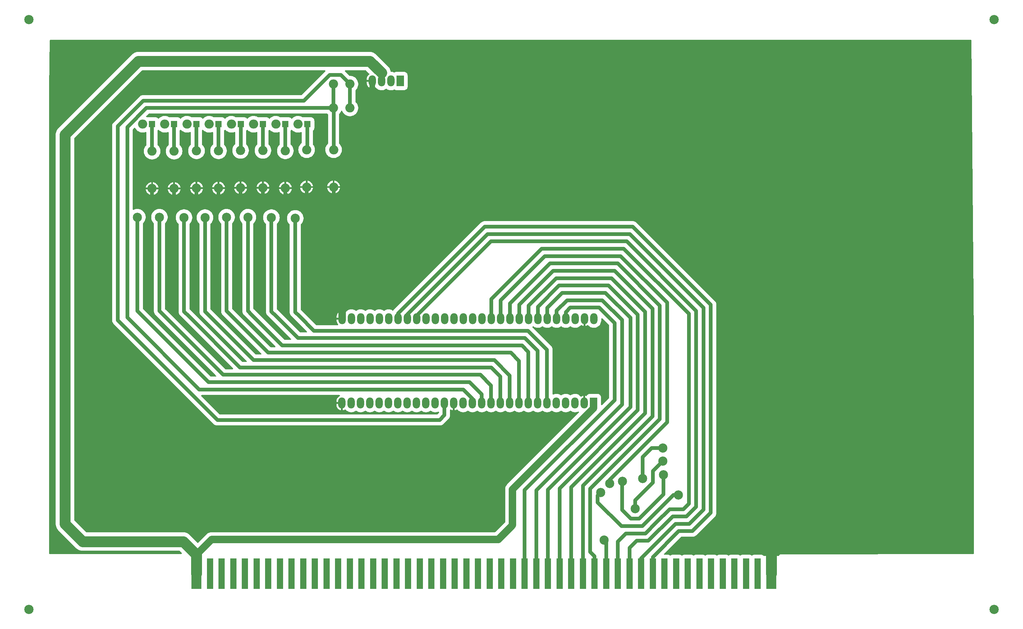
<source format=gbr>
%TF.GenerationSoftware,KiCad,Pcbnew,9.0.2-9.0.2-0~ubuntu22.04.1*%
%TF.CreationDate,2025-06-24T09:43:12-03:00*%
%TF.ProjectId,ram_tester,72616d5f-7465-4737-9465-722e6b696361,rev?*%
%TF.SameCoordinates,Original*%
%TF.FileFunction,Copper,L2,Bot*%
%TF.FilePolarity,Positive*%
%FSLAX46Y46*%
G04 Gerber Fmt 4.6, Leading zero omitted, Abs format (unit mm)*
G04 Created by KiCad (PCBNEW 9.0.2-9.0.2-0~ubuntu22.04.1) date 2025-06-24 09:43:12*
%MOMM*%
%LPD*%
G01*
G04 APERTURE LIST*
%TA.AperFunction,ComponentPad*%
%ADD10O,2.000000X3.000000*%
%TD*%
%TA.AperFunction,ComponentPad*%
%ADD11R,2.000000X3.000000*%
%TD*%
%TA.AperFunction,ComponentPad*%
%ADD12O,2.500000X2.500000*%
%TD*%
%TA.AperFunction,ComponentPad*%
%ADD13R,1.800000X1.800000*%
%TD*%
%TA.AperFunction,ConnectorPad*%
%ADD14R,2.794000X8.382000*%
%TD*%
%TA.AperFunction,ConnectorPad*%
%ADD15R,1.778000X8.382000*%
%TD*%
%TA.AperFunction,ViaPad*%
%ADD16C,2.510000*%
%TD*%
%TA.AperFunction,ViaPad*%
%ADD17C,2.500000*%
%TD*%
%TA.AperFunction,Conductor*%
%ADD18C,1.000000*%
%TD*%
%TA.AperFunction,Conductor*%
%ADD19C,3.000000*%
%TD*%
%TA.AperFunction,Conductor*%
%ADD20C,2.000000*%
%TD*%
%TA.AperFunction,Conductor*%
%ADD21C,1.500000*%
%TD*%
G04 APERTURE END LIST*
D10*
%TO.P,U1,1,vout*%
%TO.N,unconnected-(U1A-vout-Pad1)*%
X169102863Y-87999300D03*
%TO.P,U1,2,GND*%
%TO.N,GND*%
X166562863Y-87999300D03*
%TO.P,U1,3,3.3V*%
%TO.N,+3.3V*%
X164022863Y-87999300D03*
%TO.P,U1,4,0*%
%TO.N,Net-(U1A-0)*%
X161482863Y-87999300D03*
%TO.P,U1,5,1*%
%TO.N,Net-(U1A-1)*%
X158942863Y-87999300D03*
%TO.P,U1,6,2*%
%TO.N,Net-(U1A-2)*%
X156402863Y-87999300D03*
%TO.P,U1,7,3*%
%TO.N,Net-(U1A-3)*%
X153862863Y-87999300D03*
%TO.P,U1,8,4*%
%TO.N,Net-(U1A-4)*%
X151322863Y-87999300D03*
%TO.P,U1,9,5*%
%TO.N,Net-(U1A-5)*%
X148782863Y-87999300D03*
%TO.P,U1,10,6*%
%TO.N,Net-(U1A-6)*%
X146242863Y-87999300D03*
%TO.P,U1,11,7*%
%TO.N,Net-(U1A-7)*%
X143702863Y-87999300D03*
%TO.P,U1,12,8*%
%TO.N,Net-(U1A-8)*%
X141162863Y-87999300D03*
%TO.P,U1,13,9*%
%TO.N,Net-(U1A-9)*%
X138622863Y-87999300D03*
%TO.P,U1,14,10*%
%TO.N,Net-(U1A-10)*%
X136082863Y-87999300D03*
%TO.P,U1,15,11*%
%TO.N,Net-(U1A-11)*%
X133542863Y-87999300D03*
%TO.P,U1,16,12*%
%TO.N,Net-(U1A-12)*%
X131002863Y-87999300D03*
%TO.P,U1,17,13*%
%TO.N,Net-(U1A-13)*%
X128462863Y-87999300D03*
%TO.P,U1,18,14*%
%TO.N,Net-(U1A-14)*%
X125922863Y-87999300D03*
%TO.P,U1,19,15*%
%TO.N,Net-(U1A-15)*%
X123382863Y-87999300D03*
%TO.P,U1,20,16*%
%TO.N,Net-(U1A-16)*%
X120842863Y-87999300D03*
%TO.P,U1,21,17*%
%TO.N,Net-(U1A-17)*%
X118302863Y-87999300D03*
%TO.P,U1,22,18*%
%TO.N,Net-(U1A-18)*%
X115762863Y-87999300D03*
%TO.P,U1,23,19*%
%TO.N,Net-(U1A-19)*%
X113222863Y-87999300D03*
%TO.P,U1,24,20*%
%TO.N,Net-(U1A-20)*%
X110682863Y-87999300D03*
%TO.P,U1,25,21*%
%TO.N,Net-(U1A-21)*%
X108142863Y-87999300D03*
%TO.P,U1,26,22*%
%TO.N,Net-(U1A-22)*%
X105602863Y-87999300D03*
%TO.P,U1,27,23*%
%TO.N,Net-(U1A-23)*%
X103062863Y-87999300D03*
%TO.P,U1,28,GND*%
%TO.N,GND*%
X100522863Y-87999300D03*
D11*
%TO.P,U1,29,vin*%
%TO.N,+5V*%
X169052863Y-110999300D03*
D10*
%TO.P,U1,30,GND*%
%TO.N,GND*%
X166512863Y-110999300D03*
%TO.P,U1,31,3.3V*%
%TO.N,+3.3V*%
X163972863Y-110999300D03*
%TO.P,U1,32,29/TX*%
%TO.N,Net-(J1-Pin_1)*%
X161432863Y-110999300D03*
%TO.P,U1,33,28/RX*%
%TO.N,Net-(J1-Pin_2)*%
X158892863Y-110999300D03*
%TO.P,U1,34,44/A0*%
%TO.N,Net-(D1-A)*%
X156352863Y-110999300D03*
%TO.P,U1,35,43/A1*%
%TO.N,Net-(D2-A)*%
X153812863Y-110999300D03*
%TO.P,U1,36,42/A2*%
%TO.N,Net-(D3-A)*%
X151272863Y-110999300D03*
%TO.P,U1,37,41/A3*%
%TO.N,Net-(D4-A)*%
X148732863Y-110999300D03*
%TO.P,U1,38,40/A4*%
%TO.N,Net-(D5-A)*%
X146192863Y-110999300D03*
%TO.P,U1,39,39/A5*%
%TO.N,Net-(D6-A)*%
X143652863Y-110999300D03*
%TO.P,U1,40,38/A6*%
%TO.N,Net-(D7-A)*%
X141112863Y-110999300D03*
%TO.P,U1,41,37/A7*%
%TO.N,Net-(D8-A)*%
X138572863Y-110999300D03*
%TO.P,U1,42,36/A8*%
%TO.N,Net-(U1A-36{slash}A8)*%
X136032863Y-110999300D03*
%TO.P,U1,43,35/A9*%
%TO.N,unconnected-(U1A-35{slash}A9-Pad43)*%
X133492863Y-110999300D03*
%TO.P,U1,44,GND*%
%TO.N,GND*%
X130952863Y-110999300D03*
%TO.P,U1,45,3.3V*%
%TO.N,+3.3V*%
X128412863Y-110999300D03*
%TO.P,U1,46,RESET*%
%TO.N,unconnected-(U1A-RESET-Pad46)*%
X125872863Y-110999300D03*
%TO.P,U1,47,34/A10*%
%TO.N,unconnected-(U1A-34{slash}A10-Pad47)*%
X123332863Y-110999300D03*
%TO.P,U1,48,33/A11*%
%TO.N,unconnected-(U1A-33{slash}A11-Pad48)*%
X120792863Y-110999300D03*
%TO.P,U1,49,32/A12*%
%TO.N,unconnected-(U1A-32{slash}A12-Pad49)*%
X118252863Y-110999300D03*
%TO.P,U1,50,31/A13*%
%TO.N,Net-(U1A-31{slash}A13)*%
X115712863Y-110999300D03*
%TO.P,U1,51,30/A14*%
%TO.N,Net-(U1A-30{slash}A14)*%
X113172863Y-110999300D03*
%TO.P,U1,52,27*%
%TO.N,unconnected-(U1A-27-Pad52)*%
X110632863Y-110999300D03*
%TO.P,U1,53,26*%
%TO.N,unconnected-(U1A-26-Pad53)*%
X108092863Y-110999300D03*
%TO.P,U1,54,25*%
%TO.N,unconnected-(U1A-25-Pad54)*%
X105552863Y-110999300D03*
%TO.P,U1,55,24*%
%TO.N,unconnected-(U1A-24-Pad55)*%
X103012863Y-110999300D03*
%TO.P,U1,56,GND*%
%TO.N,GND*%
X100472863Y-110999300D03*
%TD*%
D12*
%TO.P,R6,1*%
%TO.N,Net-(D6-K)*%
X60850000Y-42320000D03*
%TO.P,R6,2*%
%TO.N,GND*%
X60850000Y-52480000D03*
%TD*%
%TO.P,R2,1*%
%TO.N,Net-(D2-K)*%
X85050000Y-42320000D03*
%TO.P,R2,2*%
%TO.N,GND*%
X85050000Y-52480000D03*
%TD*%
D13*
%TO.P,D6,1,K*%
%TO.N,Net-(D6-K)*%
X60800000Y-35075000D03*
D12*
%TO.P,D6,2,A*%
%TO.N,Net-(D6-A)*%
X58260000Y-35075000D03*
%TD*%
%TO.P,R5,1*%
%TO.N,Net-(D5-K)*%
X66850000Y-42320000D03*
%TO.P,R5,2*%
%TO.N,GND*%
X66850000Y-52480000D03*
%TD*%
D11*
%TO.P,J1,1,Pin_1*%
%TO.N,Net-(J1-Pin_1)*%
X116350000Y-23300000D03*
D10*
%TO.P,J1,2,Pin_2*%
%TO.N,Net-(J1-Pin_2)*%
X113810000Y-23300000D03*
%TO.P,J1,3,Pin_3*%
%TO.N,+5V*%
X111270000Y-23300000D03*
%TO.P,J1,4,Pin_4*%
%TO.N,GND*%
X108730000Y-23300000D03*
%TD*%
D14*
%TO.P,U2,51*%
%TO.N,+5V*%
X60839863Y-157499300D03*
D15*
%TO.P,U2,52*%
%TO.N,unconnected-(U2-Pad52)*%
X64522863Y-157499300D03*
%TO.P,U2,53*%
%TO.N,unconnected-(U2-Pad53)*%
X67697863Y-157499300D03*
%TO.P,U2,54*%
%TO.N,unconnected-(U2-Pad54)*%
X70872863Y-157499300D03*
%TO.P,U2,55*%
%TO.N,unconnected-(U2-Pad55)*%
X74047863Y-157499300D03*
%TO.P,U2,56*%
%TO.N,unconnected-(U2-Pad56)*%
X77222863Y-157499300D03*
%TO.P,U2,57*%
%TO.N,unconnected-(U2-Pad57)*%
X80397863Y-157499300D03*
%TO.P,U2,58*%
%TO.N,unconnected-(U2-Pad58)*%
X83572863Y-157499300D03*
%TO.P,U2,59*%
%TO.N,unconnected-(U2-Pad59)*%
X86747863Y-157499300D03*
%TO.P,U2,60*%
%TO.N,unconnected-(U2-Pad60)*%
X89922863Y-157499300D03*
%TO.P,U2,61*%
%TO.N,unconnected-(U2-Pad61)*%
X93097863Y-157499300D03*
%TO.P,U2,62*%
%TO.N,unconnected-(U2-Pad62)*%
X96272863Y-157499300D03*
%TO.P,U2,63*%
%TO.N,unconnected-(U2-Pad63)*%
X99447863Y-157499300D03*
%TO.P,U2,64*%
%TO.N,unconnected-(U2-Pad64)*%
X102622863Y-157499300D03*
%TO.P,U2,65*%
%TO.N,unconnected-(U2-Pad65)*%
X105797863Y-157499300D03*
%TO.P,U2,66*%
%TO.N,unconnected-(U2-Pad66)*%
X108972863Y-157499300D03*
%TO.P,U2,67*%
%TO.N,unconnected-(U2-Pad67)*%
X112147863Y-157499300D03*
%TO.P,U2,68*%
%TO.N,unconnected-(U2-Pad68)*%
X115322863Y-157499300D03*
%TO.P,U2,69*%
%TO.N,unconnected-(U2-Pad69)*%
X118497863Y-157499300D03*
%TO.P,U2,70*%
%TO.N,unconnected-(U2-Pad70)*%
X121672863Y-157499300D03*
%TO.P,U2,71*%
%TO.N,unconnected-(U2-Pad71)*%
X124847863Y-157499300D03*
%TO.P,U2,72*%
%TO.N,unconnected-(U2-Pad72)*%
X128022863Y-157499300D03*
%TO.P,U2,73*%
%TO.N,unconnected-(U2-Pad73)*%
X131197863Y-157499300D03*
%TO.P,U2,74*%
%TO.N,unconnected-(U2-Pad74)*%
X134372863Y-157499300D03*
%TO.P,U2,75*%
%TO.N,unconnected-(U2-Pad75)*%
X137547863Y-157499300D03*
%TO.P,U2,76*%
%TO.N,unconnected-(U2-Pad76)*%
X140722863Y-157499300D03*
%TO.P,U2,77*%
%TO.N,unconnected-(U2-Pad77)*%
X143897863Y-157499300D03*
%TO.P,U2,78*%
%TO.N,unconnected-(U2-Pad78)*%
X147072863Y-157499300D03*
%TO.P,U2,79*%
%TO.N,Net-(U1A-0)*%
X150247863Y-157499300D03*
%TO.P,U2,80*%
%TO.N,Net-(U1A-1)*%
X153422863Y-157499300D03*
%TO.P,U2,81*%
%TO.N,Net-(U1A-2)*%
X156597863Y-157499300D03*
%TO.P,U2,82*%
%TO.N,Net-(U1A-3)*%
X159772863Y-157499300D03*
%TO.P,U2,83*%
%TO.N,Net-(U1A-4)*%
X162947863Y-157499300D03*
%TO.P,U2,84*%
%TO.N,Net-(U1A-5)*%
X166122863Y-157499300D03*
%TO.P,U2,85*%
%TO.N,Net-(U1A-6)*%
X169297863Y-157499300D03*
%TO.P,U2,86*%
%TO.N,Net-(U1A-7)*%
X172472863Y-157499300D03*
%TO.P,U2,87*%
%TO.N,Net-(U1A-8)*%
X175647863Y-157499300D03*
%TO.P,U2,88*%
%TO.N,Net-(U1A-16)*%
X178822863Y-157499300D03*
%TO.P,U2,89*%
%TO.N,Net-(U1A-17)*%
X181997863Y-157499300D03*
%TO.P,U2,90*%
%TO.N,Net-(U1A-18)*%
X185172863Y-157499300D03*
%TO.P,U2,91*%
%TO.N,unconnected-(U2-Pad91)*%
X188347863Y-157499300D03*
%TO.P,U2,92*%
%TO.N,unconnected-(U2-Pad92)*%
X191522863Y-157499300D03*
%TO.P,U2,93*%
%TO.N,unconnected-(U2-Pad93)*%
X194697863Y-157499300D03*
%TO.P,U2,94*%
%TO.N,unconnected-(U2-Pad94)*%
X197872863Y-157499300D03*
%TO.P,U2,95*%
%TO.N,unconnected-(U2-Pad95)*%
X201047863Y-157499300D03*
%TO.P,U2,96*%
%TO.N,unconnected-(U2-Pad96)*%
X204222863Y-157499300D03*
%TO.P,U2,97*%
%TO.N,unconnected-(U2-Pad97)*%
X207397863Y-157499300D03*
%TO.P,U2,98*%
%TO.N,unconnected-(U2-Pad98)*%
X210572863Y-157499300D03*
%TO.P,U2,99*%
%TO.N,unconnected-(U2-Pad99)*%
X213747863Y-157499300D03*
D14*
%TO.P,U2,100*%
%TO.N,GND*%
X217430863Y-157499300D03*
%TD*%
D12*
%TO.P,R3,1*%
%TO.N,Net-(D3-K)*%
X78950000Y-42220000D03*
%TO.P,R3,2*%
%TO.N,GND*%
X78950000Y-52380000D03*
%TD*%
%TO.P,R4,1*%
%TO.N,Net-(D4-K)*%
X72850000Y-42220000D03*
%TO.P,R4,2*%
%TO.N,GND*%
X72850000Y-52380000D03*
%TD*%
D13*
%TO.P,D2,1,K*%
%TO.N,Net-(D2-K)*%
X85000000Y-35075000D03*
D12*
%TO.P,D2,2,A*%
%TO.N,Net-(D2-A)*%
X82460000Y-35075000D03*
%TD*%
%TO.P,R8,1*%
%TO.N,Net-(D8-K)*%
X48750000Y-42420000D03*
%TO.P,R8,2*%
%TO.N,GND*%
X48750000Y-52580000D03*
%TD*%
D13*
%TO.P,D1,1,K*%
%TO.N,Net-(D1-K)*%
X91050000Y-35075000D03*
D12*
%TO.P,D1,2,A*%
%TO.N,Net-(D1-A)*%
X88510000Y-35075000D03*
%TD*%
D13*
%TO.P,D5,1,K*%
%TO.N,Net-(D5-K)*%
X66850000Y-35075000D03*
D12*
%TO.P,D5,2,A*%
%TO.N,Net-(D5-A)*%
X64310000Y-35075000D03*
%TD*%
D13*
%TO.P,D7,1,K*%
%TO.N,Net-(D7-K)*%
X54750000Y-35075000D03*
D12*
%TO.P,D7,2,A*%
%TO.N,Net-(D7-A)*%
X52210000Y-35075000D03*
%TD*%
%TO.P,R9,1*%
%TO.N,GND*%
X98200000Y-52180000D03*
%TO.P,R9,2*%
%TO.N,Net-(U1A-36{slash}A8)*%
X98200000Y-42020000D03*
%TD*%
%TO.P,R1,1*%
%TO.N,Net-(D1-K)*%
X90850000Y-42020000D03*
%TO.P,R1,2*%
%TO.N,GND*%
X90850000Y-52180000D03*
%TD*%
%TO.P,R7,1*%
%TO.N,Net-(D7-K)*%
X54750000Y-42420000D03*
%TO.P,R7,2*%
%TO.N,GND*%
X54750000Y-52580000D03*
%TD*%
D13*
%TO.P,D4,1,K*%
%TO.N,Net-(D4-K)*%
X72900000Y-35075000D03*
D12*
%TO.P,D4,2,A*%
%TO.N,Net-(D4-A)*%
X70360000Y-35075000D03*
%TD*%
%TO.P,SW1,1,1*%
%TO.N,Net-(U1A-36{slash}A8)*%
X98150000Y-30650000D03*
X98150000Y-24150000D03*
%TO.P,SW1,2,2*%
%TO.N,+3.3V*%
X102650000Y-30650000D03*
X102650000Y-24150000D03*
%TD*%
D13*
%TO.P,D3,1,K*%
%TO.N,Net-(D3-K)*%
X78950000Y-35075000D03*
D12*
%TO.P,D3,2,A*%
%TO.N,Net-(D3-A)*%
X76410000Y-35075000D03*
%TD*%
D13*
%TO.P,D8,1,K*%
%TO.N,Net-(D8-K)*%
X48700000Y-35075000D03*
D12*
%TO.P,D8,2,A*%
%TO.N,Net-(D8-A)*%
X46160000Y-35075000D03*
%TD*%
D16*
%TO.N,*%
X278147900Y-6600000D03*
X278147900Y-167199300D03*
X15200000Y-167199300D03*
X15200000Y-6600000D03*
D17*
%TO.N,Net-(U1A-22)*%
X188091903Y-130518340D03*
X176921863Y-132288594D03*
%TO.N,Net-(U1A-23)*%
X170977590Y-135403027D03*
X192145286Y-136056470D03*
%TO.N,Net-(D4-A)*%
X69050000Y-60400000D03*
%TO.N,Net-(U1A-21)*%
X187922863Y-126798292D03*
X180329974Y-139759528D03*
%TO.N,Net-(D6-A)*%
X57450000Y-60500000D03*
%TO.N,Net-(D5-A)*%
X63150000Y-60500000D03*
%TO.N,Net-(U1A-7)*%
X171872863Y-148299300D03*
X173452466Y-132928151D03*
%TO.N,Net-(D1-A)*%
X87750000Y-60700000D03*
%TO.N,Net-(D2-A)*%
X81250000Y-60500000D03*
%TO.N,Net-(D7-A)*%
X50750000Y-60400000D03*
%TO.N,Net-(D8-A)*%
X44750000Y-60400000D03*
%TO.N,Net-(U1A-20)*%
X187922863Y-123298289D03*
X182422863Y-131538386D03*
%TO.N,Net-(D3-A)*%
X74850000Y-60400000D03*
%TD*%
D18*
%TO.N,Net-(U1A-0)*%
X161482863Y-87999300D02*
X161482863Y-86217137D01*
X161482863Y-86217137D02*
X162700700Y-84999300D01*
X150247863Y-134724300D02*
X150247863Y-157499300D01*
X162700700Y-84999300D02*
X170572863Y-84999300D01*
X170572863Y-84999300D02*
X174772863Y-89199300D01*
X174772863Y-89199300D02*
X174772863Y-110199300D01*
X174772863Y-110199300D02*
X150247863Y-134724300D01*
%TO.N,Net-(U1A-1)*%
X158942863Y-87999300D02*
X158942863Y-85857137D01*
X158942863Y-85857137D02*
X161801700Y-82998300D01*
X161801700Y-82998300D02*
X171401705Y-82998300D01*
X176773863Y-111398300D02*
X153422863Y-134749300D01*
X171401705Y-82998300D02*
X176773863Y-88370459D01*
X176773863Y-88370459D02*
X176773863Y-111398300D01*
X153422863Y-134749300D02*
X153422863Y-157499300D01*
%TO.N,Net-(U1A-2)*%
X156597863Y-157499300D02*
X156597863Y-134574300D01*
X156597863Y-134574300D02*
X179073863Y-112098300D01*
X179073863Y-112098300D02*
X179073863Y-87800300D01*
X179073863Y-87800300D02*
X172270863Y-80997300D01*
X172270863Y-80997300D02*
X160502700Y-80997300D01*
X160502700Y-80997300D02*
X156402863Y-85097137D01*
X156402863Y-85097137D02*
X156402863Y-87999300D01*
%TO.N,Net-(U1A-3)*%
X153862863Y-87999300D02*
X153862863Y-84793105D01*
X153862863Y-84793105D02*
X159659668Y-78996300D01*
X159659668Y-78996300D02*
X173099705Y-78996300D01*
X173099705Y-78996300D02*
X181074863Y-86971459D01*
X181074863Y-86971459D02*
X181074863Y-112927142D01*
X181074863Y-112927142D02*
X159772863Y-134229142D01*
X159772863Y-134229142D02*
X159772863Y-157499300D01*
%TO.N,Net-(U1A-4)*%
X151322863Y-87999300D02*
X151322863Y-84503263D01*
X162947863Y-133883984D02*
X162947863Y-157499300D01*
X151322863Y-84503263D02*
X158830826Y-76995300D01*
X158830826Y-76995300D02*
X173928547Y-76995300D01*
X173928547Y-76995300D02*
X183075863Y-86142618D01*
X183075863Y-86142618D02*
X183075863Y-113755984D01*
X164121863Y-132709981D02*
X164121863Y-132709984D01*
X164121863Y-132709984D02*
X162947863Y-133883984D01*
X183075863Y-113755984D02*
X164121863Y-132709981D01*
%TO.N,Net-(U1A-5)*%
X166122863Y-157499300D02*
X166122863Y-133538823D01*
X166122863Y-133538823D02*
X185076863Y-114584825D01*
X185076863Y-114584825D02*
X185076863Y-85313777D01*
X174757390Y-74994301D02*
X158001983Y-74994301D01*
X158001983Y-74994301D02*
X148782863Y-84213421D01*
X185076863Y-85313777D02*
X174757390Y-74994301D01*
X148782863Y-84213421D02*
X148782863Y-87999300D01*
%TO.N,Net-(U1A-6)*%
X169297863Y-157499300D02*
X169297863Y-152724300D01*
X169297863Y-152724300D02*
X168123863Y-151550300D01*
X168123863Y-151550300D02*
X168123863Y-134367665D01*
X168123863Y-134367665D02*
X187077863Y-115413667D01*
X187077863Y-115413667D02*
X187077863Y-84484936D01*
X187077863Y-84484936D02*
X175586231Y-72993301D01*
X175586231Y-72993301D02*
X157173141Y-72993301D01*
X146242863Y-83923579D02*
X146242863Y-87999300D01*
X157173141Y-72993301D02*
X146242863Y-83923579D01*
%TO.N,Net-(U1A-7)*%
X143702863Y-87999300D02*
X143702863Y-83026979D01*
X173452466Y-131868904D02*
X173452466Y-132928151D01*
X143702863Y-83026979D02*
X155737540Y-70992302D01*
X155737540Y-70992302D02*
X176415073Y-70992302D01*
X176415073Y-70992302D02*
X189078863Y-83656095D01*
X189078863Y-83656095D02*
X189078863Y-116242509D01*
X189078863Y-116242509D02*
X173452466Y-131868904D01*
%TO.N,Net-(U1A-8)*%
X175647863Y-157499300D02*
X175647863Y-148724300D01*
X175647863Y-148724300D02*
X177859635Y-146512528D01*
X194972863Y-138399300D02*
X194972863Y-86720250D01*
X154908698Y-68991302D02*
X141162863Y-82737137D01*
X177859635Y-146512528D02*
X183127158Y-146512528D01*
X183127158Y-146512528D02*
X186128814Y-143510873D01*
X186128814Y-143510873D02*
X189740386Y-139899300D01*
X189740386Y-139899300D02*
X193472863Y-139899300D01*
X193472863Y-139899300D02*
X194972863Y-138399300D01*
X194972863Y-86720250D02*
X177243915Y-68991302D01*
X177243915Y-68991302D02*
X154908698Y-68991302D01*
X141162863Y-82737137D02*
X141162863Y-87999300D01*
D19*
%TO.N,GND*%
X179524600Y-58099300D02*
X134600000Y-58099300D01*
D20*
X75300000Y-56750000D02*
X68900000Y-56750000D01*
X124384863Y-60487300D02*
X124413420Y-60487300D01*
D18*
X75300000Y-56750000D02*
X72850000Y-54300000D01*
D19*
X108700000Y-52000000D02*
X108700000Y-26360000D01*
D18*
X90850000Y-52180000D02*
X90850000Y-54600000D01*
D20*
X88900000Y-56750000D02*
X87800000Y-56750000D01*
D19*
X217430863Y-96005563D02*
X179524600Y-58099300D01*
D18*
X85050000Y-54000000D02*
X85050000Y-52480000D01*
D20*
X93000000Y-56750000D02*
X100800000Y-56750000D01*
X81300000Y-56750000D02*
X75300000Y-56750000D01*
X113450000Y-56750000D02*
X114799300Y-58099300D01*
D18*
X72850000Y-54300000D02*
X72850000Y-52380000D01*
X68900000Y-56750000D02*
X66850000Y-54700000D01*
D19*
X134600000Y-58099300D02*
X114799300Y-58099300D01*
D18*
X63000000Y-56750000D02*
X60850000Y-54600000D01*
D20*
X63000000Y-56750000D02*
X56400000Y-56750000D01*
D18*
X90850000Y-54600000D02*
X93000000Y-56750000D01*
D20*
X124413420Y-60487300D02*
X126801420Y-58099300D01*
D18*
X81300000Y-56750000D02*
X78950000Y-54400000D01*
X56400000Y-56750000D02*
X54750000Y-55100000D01*
D20*
X124384863Y-60487300D02*
X112087142Y-72785022D01*
D19*
X134600000Y-58099300D02*
X126801420Y-58099300D01*
X217430863Y-157499300D02*
X217430863Y-96005563D01*
X114799300Y-58099300D02*
X108700000Y-52000000D01*
D18*
X60850000Y-54600000D02*
X60850000Y-52480000D01*
D20*
X112087142Y-72785022D02*
X103122863Y-81749300D01*
D18*
X48750000Y-55400000D02*
X48750000Y-52580000D01*
D20*
X88900000Y-56750000D02*
X93000000Y-56750000D01*
D18*
X87800000Y-56750000D02*
X85050000Y-54000000D01*
D20*
X100800000Y-56750000D02*
X113450000Y-56750000D01*
X87800000Y-56750000D02*
X81300000Y-56750000D01*
D18*
X102722863Y-82149300D02*
X103122863Y-81749300D01*
X54750000Y-55100000D02*
X54750000Y-52580000D01*
D20*
X100522863Y-84349300D02*
X100522863Y-87999300D01*
D18*
X50100000Y-56750000D02*
X48750000Y-55400000D01*
X98200000Y-52180000D02*
X98200000Y-54150000D01*
X108730000Y-26330000D02*
X108800000Y-26400000D01*
X50100000Y-56750000D02*
X56400000Y-56750000D01*
X66850000Y-54700000D02*
X66850000Y-52480000D01*
X98200000Y-54150000D02*
X100800000Y-56750000D01*
X78950000Y-54400000D02*
X78950000Y-52380000D01*
D19*
X108700000Y-26360000D02*
X108730000Y-26330000D01*
D21*
X108730000Y-23300000D02*
X108730000Y-26330000D01*
D20*
X103122863Y-81749300D02*
X100522863Y-84349300D01*
D18*
X102422863Y-82449300D02*
X103122863Y-81749300D01*
D20*
X68900000Y-56750000D02*
X63000000Y-56750000D01*
D18*
%TO.N,Net-(U1A-22)*%
X179190472Y-142510528D02*
X176771757Y-140091813D01*
X176771757Y-140091813D02*
X176771757Y-132438700D01*
X188091903Y-130518340D02*
X188091903Y-135888101D01*
X188091903Y-135888101D02*
X181469476Y-142510528D01*
X181469476Y-142510528D02*
X179190472Y-142510528D01*
X187922863Y-130687380D02*
X188091903Y-130518340D01*
X176771757Y-132438700D02*
X176921863Y-132288594D01*
%TO.N,Net-(U1A-23)*%
X176605249Y-144511528D02*
X170146863Y-138053142D01*
X190753376Y-136056470D02*
X182298317Y-144511528D01*
X182298317Y-144511528D02*
X176605249Y-144511528D01*
X170146863Y-138053142D02*
X170146863Y-136233754D01*
X192145286Y-136056470D02*
X190753376Y-136056470D01*
X170146863Y-136233754D02*
X170977590Y-135403027D01*
%TO.N,Net-(D4-A)*%
X80404420Y-97302300D02*
X70451060Y-87348940D01*
X148732863Y-99559300D02*
X146475863Y-97302300D01*
X146475863Y-97302300D02*
X80404420Y-97302300D01*
X148732863Y-110999300D02*
X148732863Y-99559300D01*
X69050000Y-60400000D02*
X69050000Y-85947880D01*
X69050000Y-85947880D02*
X70451060Y-87348940D01*
%TO.N,Net-(U1A-21)*%
X185173863Y-129547292D02*
X187922863Y-126798292D01*
X180329974Y-137521777D02*
X185173863Y-132677888D01*
X180329974Y-139759528D02*
X180329974Y-137521777D01*
X185173863Y-132677888D02*
X185173863Y-129547292D01*
%TO.N,Net-(U1A-16)*%
X178822863Y-150449300D02*
X178822863Y-157499300D01*
X180758635Y-148513528D02*
X178822863Y-150449300D01*
X178072755Y-66990300D02*
X196973863Y-85891409D01*
X141067046Y-66990300D02*
X178072755Y-66990300D01*
X194301704Y-141900300D02*
X190569227Y-141900300D01*
X183955999Y-148513528D02*
X180758635Y-148513528D01*
X190569227Y-141900300D02*
X183955999Y-148513528D01*
X120842863Y-87214483D02*
X141067046Y-66990300D01*
X120842863Y-87999300D02*
X120842863Y-87214483D01*
X196973863Y-85891409D02*
X196973863Y-139228142D01*
X196973863Y-139228142D02*
X194301704Y-141900300D01*
%TO.N,Net-(D6-A)*%
X143652863Y-110999300D02*
X143652863Y-103809142D01*
X141148021Y-101304300D02*
X72706420Y-101304300D01*
X72706420Y-101304300D02*
X58851060Y-87448940D01*
X57450000Y-86047880D02*
X58851060Y-87448940D01*
X143652863Y-103809142D02*
X141148021Y-101304300D01*
X57450000Y-60500000D02*
X57450000Y-86047880D01*
%TO.N,Net-(D5-A)*%
X141976863Y-99303300D02*
X76405420Y-99303300D01*
X146192863Y-110999300D02*
X146192863Y-103519300D01*
X76405420Y-99303300D02*
X64951060Y-87848940D01*
X63150000Y-60500000D02*
X63150000Y-86047880D01*
X146192863Y-103519300D02*
X141976863Y-99303300D01*
X63150000Y-86047880D02*
X64951060Y-87848940D01*
%TO.N,Net-(U1A-17)*%
X118302863Y-86869300D02*
X118302863Y-87999300D01*
X140182863Y-64989300D02*
X118302863Y-86869300D01*
X181997863Y-153301506D02*
X191398069Y-143901300D01*
X198974863Y-140056983D02*
X198974863Y-85062567D01*
X195130545Y-143901300D02*
X198974863Y-140056983D01*
X181997863Y-157499300D02*
X181997863Y-153301506D01*
X191398069Y-143901300D02*
X195130545Y-143901300D01*
X198974863Y-85062567D02*
X178901596Y-64989300D01*
X178901596Y-64989300D02*
X140182863Y-64989300D01*
%TO.N,Net-(U1A-7)*%
X172472863Y-148899300D02*
X172472863Y-157499300D01*
X171872863Y-148299300D02*
X172472863Y-148899300D01*
%TO.N,Net-(D1-A)*%
X92801420Y-91299300D02*
X88801060Y-87298940D01*
X156352863Y-96479300D02*
X151172863Y-91299300D01*
X156352863Y-110999300D02*
X156352863Y-96479300D01*
X87750000Y-86247880D02*
X88801060Y-87298940D01*
X151172863Y-91299300D02*
X92801420Y-91299300D01*
X87750000Y-60700000D02*
X87750000Y-86247880D01*
%TO.N,Net-(U1A-18)*%
X139354021Y-62988300D02*
X115762863Y-86579458D01*
X185172863Y-152956346D02*
X192226911Y-145902300D01*
X115762863Y-86579458D02*
X115762863Y-87999300D01*
X179730437Y-62988300D02*
X139354021Y-62988300D01*
X200975863Y-140885824D02*
X200975863Y-84233725D01*
X185172863Y-157499300D02*
X185172863Y-152956346D01*
X195959386Y-145902300D02*
X200975863Y-140885824D01*
X192226911Y-145902300D02*
X195959386Y-145902300D01*
X200975863Y-84233725D02*
X179730437Y-62988300D01*
D20*
%TO.N,+5V*%
X146951420Y-144285571D02*
X146951420Y-134488952D01*
D19*
X108069030Y-17900000D02*
X45000000Y-17900000D01*
X45000000Y-17900000D02*
X25001420Y-37898580D01*
X25001420Y-37898580D02*
X25001420Y-97499300D01*
D20*
X64983861Y-148164302D02*
X143072689Y-148164302D01*
D19*
X57230863Y-148699300D02*
X60839863Y-152308300D01*
X60839863Y-152308300D02*
X60839863Y-157499300D01*
D20*
X146951420Y-134488952D02*
X169052863Y-112387509D01*
X169052863Y-112387509D02*
X169052863Y-110999300D01*
D19*
X29801420Y-148699300D02*
X57230863Y-148699300D01*
X25001420Y-143899300D02*
X29801420Y-148699300D01*
D21*
X111270000Y-23300000D02*
X111270000Y-21100970D01*
D20*
X143072689Y-148164302D02*
X146951420Y-144285571D01*
D19*
X25001420Y-97499300D02*
X25001420Y-143899300D01*
X111270000Y-21100970D02*
X108069030Y-17900000D01*
D20*
X60839863Y-152308300D02*
X64983861Y-148164302D01*
D19*
X25001420Y-108799300D02*
X25001420Y-97499300D01*
D18*
%TO.N,Net-(D2-A)*%
X81250000Y-86047880D02*
X82601060Y-87398940D01*
X153812863Y-110999300D02*
X153812863Y-96769142D01*
X81250000Y-60500000D02*
X81250000Y-86047880D01*
X153812863Y-96769142D02*
X150344021Y-93300300D01*
X88502420Y-93300300D02*
X82601060Y-87398940D01*
X150344021Y-93300300D02*
X88502420Y-93300300D01*
%TO.N,Net-(D7-A)*%
X138172863Y-103305300D02*
X68107420Y-103305300D01*
X68107420Y-103305300D02*
X51801060Y-86998940D01*
X141112863Y-110999300D02*
X141112863Y-106245300D01*
X141112863Y-106245300D02*
X138172863Y-103305300D01*
X50750000Y-85947880D02*
X51801060Y-86998940D01*
X50750000Y-60400000D02*
X50750000Y-85947880D01*
%TO.N,Net-(D8-A)*%
X64108420Y-105306300D02*
X46401060Y-87598940D01*
X135265863Y-105306300D02*
X64108420Y-105306300D01*
X44750000Y-60400000D02*
X44750000Y-85947880D01*
X138572863Y-110999300D02*
X138572863Y-108613300D01*
X44750000Y-85947880D02*
X46401060Y-87598940D01*
X138572863Y-108613300D02*
X135265863Y-105306300D01*
%TO.N,Net-(U1A-20)*%
X182422863Y-125728350D02*
X182422863Y-131538386D01*
X181972863Y-131988386D02*
X182422863Y-131538386D01*
X187922863Y-123298289D02*
X184852924Y-123298289D01*
X184852924Y-123298289D02*
X182422863Y-125728350D01*
%TO.N,Net-(D3-A)*%
X84203420Y-95301300D02*
X75801060Y-86898940D01*
X151272863Y-97058984D02*
X149515179Y-95301300D01*
X151272863Y-110999300D02*
X151272863Y-97058984D01*
X74850000Y-85947880D02*
X75801060Y-86898940D01*
X74850000Y-60400000D02*
X74850000Y-85947880D01*
X149515179Y-95301300D02*
X84203420Y-95301300D01*
%TO.N,Net-(D8-K)*%
X48700000Y-42370000D02*
X48750000Y-42420000D01*
X48700000Y-35075000D02*
X48700000Y-42370000D01*
%TO.N,Net-(D1-K)*%
X91050000Y-35075000D02*
X91050000Y-41820000D01*
X91050000Y-41820000D02*
X90850000Y-42020000D01*
%TO.N,Net-(D2-K)*%
X85000000Y-42270000D02*
X85050000Y-42320000D01*
X85000000Y-35075000D02*
X85000000Y-42270000D01*
%TO.N,Net-(D3-K)*%
X78950000Y-35075000D02*
X78950000Y-42220000D01*
%TO.N,Net-(D4-K)*%
X72900000Y-35075000D02*
X72900000Y-42170000D01*
X72900000Y-42170000D02*
X72850000Y-42220000D01*
%TO.N,Net-(D5-K)*%
X66850000Y-35075000D02*
X66850000Y-42320000D01*
%TO.N,Net-(D6-K)*%
X60800000Y-35075000D02*
X60800000Y-42270000D01*
X60800000Y-42270000D02*
X60850000Y-42320000D01*
%TO.N,Net-(D7-K)*%
X54750000Y-35075000D02*
X54750000Y-42420000D01*
%TO.N,Net-(U1A-36{slash}A8)*%
X133542944Y-107307300D02*
X136032863Y-109797219D01*
X41999000Y-87699000D02*
X61607300Y-107307300D01*
X98150000Y-30650000D02*
X98150000Y-24150000D01*
X136032863Y-109797219D02*
X136032863Y-110999300D01*
X41999000Y-35840473D02*
X41999000Y-87699000D01*
X98150000Y-30650000D02*
X47189474Y-30650000D01*
X47189474Y-30650000D02*
X41999000Y-35840473D01*
X98200000Y-42020000D02*
X98200000Y-30700000D01*
X62700000Y-107307300D02*
X133542944Y-107307300D01*
X98200000Y-30700000D02*
X98150000Y-30650000D01*
X61600000Y-107307300D02*
X62700000Y-107307300D01*
%TO.N,+3.3V*%
X39369087Y-35640545D02*
X39369087Y-88430913D01*
X97114051Y-21649000D02*
X90114051Y-28649000D01*
X127101420Y-115599300D02*
X128412863Y-114287857D01*
X100149000Y-21649000D02*
X97114051Y-21649000D01*
X128412863Y-114287857D02*
X128412863Y-110999300D01*
X45504816Y-29504816D02*
X39369087Y-35640545D01*
X66537473Y-115599300D02*
X127101420Y-115599300D01*
X90114051Y-28649000D02*
X46360632Y-28649000D01*
X102650000Y-24150000D02*
X100149000Y-21649000D01*
X39369087Y-88430913D02*
X66537473Y-115599300D01*
X102650000Y-30650000D02*
X102650000Y-24150000D01*
X46360632Y-28649000D02*
X45504816Y-29504816D01*
%TD*%
%TA.AperFunction,Conductor*%
%TO.N,GND*%
G36*
X271909785Y-12120431D02*
G01*
X271972122Y-12175657D01*
X272001654Y-12253527D01*
X272002918Y-12273139D01*
X272626796Y-92026095D01*
X272626801Y-92027397D01*
X272647134Y-151926010D01*
X272627231Y-152006879D01*
X272572026Y-152069235D01*
X272494166Y-152098793D01*
X272473462Y-152100069D01*
X220047407Y-152198799D01*
X220047404Y-152198800D01*
X219981971Y-152198800D01*
X219981507Y-152198924D01*
X219981029Y-152198925D01*
X219981025Y-152198925D01*
X219981023Y-152198926D01*
X219918189Y-152215888D01*
X219917881Y-152215971D01*
X219854672Y-152232909D01*
X219854162Y-152233120D01*
X219854160Y-152233120D01*
X219853819Y-152233261D01*
X219829124Y-152247580D01*
X219797274Y-152266048D01*
X219797149Y-152266121D01*
X219740543Y-152298803D01*
X219740243Y-152299033D01*
X219739807Y-152299368D01*
X219739799Y-152299373D01*
X219693784Y-152345563D01*
X219693554Y-152345794D01*
X219647358Y-152391990D01*
X219646908Y-152392576D01*
X219646795Y-152392722D01*
X219614382Y-152449108D01*
X219614220Y-152449390D01*
X219581468Y-152506118D01*
X219581247Y-152506650D01*
X219581216Y-152506725D01*
X219577542Y-152515571D01*
X219577350Y-152516138D01*
X219576861Y-152517331D01*
X219575536Y-152516788D01*
X219541248Y-152579310D01*
X219471853Y-152625356D01*
X219412935Y-152635561D01*
X215451002Y-152630857D01*
X215370164Y-152610830D01*
X215341252Y-152591710D01*
X215204339Y-152480074D01*
X215190270Y-152468602D01*
X215009912Y-152374391D01*
X214814281Y-152318414D01*
X214814280Y-152318413D01*
X214814274Y-152318412D01*
X214694903Y-152307800D01*
X212800829Y-152307800D01*
X212800816Y-152307801D01*
X212681450Y-152318413D01*
X212681447Y-152318413D01*
X212681445Y-152318414D01*
X212485814Y-152374391D01*
X212485812Y-152374391D01*
X212485812Y-152374392D01*
X212305454Y-152468603D01*
X212270320Y-152497251D01*
X212195056Y-152532904D01*
X212111844Y-152529496D01*
X212050406Y-152497251D01*
X212020281Y-152472688D01*
X212015270Y-152468602D01*
X211834912Y-152374391D01*
X211639281Y-152318414D01*
X211639280Y-152318413D01*
X211639274Y-152318412D01*
X211519903Y-152307800D01*
X209625829Y-152307800D01*
X209625816Y-152307801D01*
X209506450Y-152318413D01*
X209506447Y-152318413D01*
X209506445Y-152318414D01*
X209310814Y-152374391D01*
X209310812Y-152374391D01*
X209310812Y-152374392D01*
X209130454Y-152468603D01*
X209095320Y-152497251D01*
X209020056Y-152532904D01*
X208936844Y-152529496D01*
X208875406Y-152497251D01*
X208845281Y-152472688D01*
X208840270Y-152468602D01*
X208659912Y-152374391D01*
X208464281Y-152318414D01*
X208464280Y-152318413D01*
X208464274Y-152318412D01*
X208344903Y-152307800D01*
X206450829Y-152307800D01*
X206450816Y-152307801D01*
X206331450Y-152318413D01*
X206331447Y-152318413D01*
X206331445Y-152318414D01*
X206135814Y-152374391D01*
X206135812Y-152374391D01*
X206135812Y-152374392D01*
X205955454Y-152468603D01*
X205920320Y-152497251D01*
X205845056Y-152532904D01*
X205761844Y-152529496D01*
X205700406Y-152497251D01*
X205670281Y-152472688D01*
X205665270Y-152468602D01*
X205484912Y-152374391D01*
X205289281Y-152318414D01*
X205289280Y-152318413D01*
X205289274Y-152318412D01*
X205169903Y-152307800D01*
X203275829Y-152307800D01*
X203275816Y-152307801D01*
X203156450Y-152318413D01*
X203156447Y-152318413D01*
X203156445Y-152318414D01*
X202960814Y-152374391D01*
X202960812Y-152374391D01*
X202960812Y-152374392D01*
X202780454Y-152468603D01*
X202745320Y-152497251D01*
X202670056Y-152532904D01*
X202586844Y-152529496D01*
X202525406Y-152497251D01*
X202495281Y-152472688D01*
X202490270Y-152468602D01*
X202309912Y-152374391D01*
X202114281Y-152318414D01*
X202114280Y-152318413D01*
X202114274Y-152318412D01*
X201994903Y-152307800D01*
X200100829Y-152307800D01*
X200100816Y-152307801D01*
X199981450Y-152318413D01*
X199981447Y-152318413D01*
X199981445Y-152318414D01*
X199785814Y-152374391D01*
X199785812Y-152374391D01*
X199785812Y-152374392D01*
X199605454Y-152468603D01*
X199570320Y-152497251D01*
X199495056Y-152532904D01*
X199411844Y-152529496D01*
X199350406Y-152497251D01*
X199320281Y-152472688D01*
X199315270Y-152468602D01*
X199134912Y-152374391D01*
X198939281Y-152318414D01*
X198939280Y-152318413D01*
X198939274Y-152318412D01*
X198819903Y-152307800D01*
X196925829Y-152307800D01*
X196925816Y-152307801D01*
X196806450Y-152318413D01*
X196806447Y-152318413D01*
X196806445Y-152318414D01*
X196610814Y-152374391D01*
X196610812Y-152374391D01*
X196610812Y-152374392D01*
X196430454Y-152468603D01*
X196395320Y-152497251D01*
X196320056Y-152532904D01*
X196236844Y-152529496D01*
X196175406Y-152497251D01*
X196145281Y-152472688D01*
X196140270Y-152468602D01*
X195959912Y-152374391D01*
X195764281Y-152318414D01*
X195764280Y-152318413D01*
X195764274Y-152318412D01*
X195644903Y-152307800D01*
X193750829Y-152307800D01*
X193750816Y-152307801D01*
X193631450Y-152318413D01*
X193631447Y-152318413D01*
X193631445Y-152318414D01*
X193435814Y-152374391D01*
X193435812Y-152374391D01*
X193435812Y-152374392D01*
X193255454Y-152468603D01*
X193220320Y-152497251D01*
X193145056Y-152532904D01*
X193061844Y-152529496D01*
X193000406Y-152497251D01*
X192970281Y-152472688D01*
X192965270Y-152468602D01*
X192784912Y-152374391D01*
X192589281Y-152318414D01*
X192589280Y-152318413D01*
X192589274Y-152318412D01*
X192469903Y-152307800D01*
X190575829Y-152307800D01*
X190575816Y-152307801D01*
X190456450Y-152318413D01*
X190456447Y-152318413D01*
X190456445Y-152318414D01*
X190260814Y-152374391D01*
X190260812Y-152374391D01*
X190260812Y-152374392D01*
X190080454Y-152468603D01*
X190045320Y-152497251D01*
X189970056Y-152532904D01*
X189886844Y-152529496D01*
X189825406Y-152497251D01*
X189795281Y-152472688D01*
X189790270Y-152468602D01*
X189609912Y-152374391D01*
X189414281Y-152318414D01*
X189414280Y-152318413D01*
X189414274Y-152318412D01*
X189294908Y-152307800D01*
X189294900Y-152307800D01*
X188363510Y-152307800D01*
X188282648Y-152287869D01*
X188220311Y-152232643D01*
X188190779Y-152154773D01*
X188200817Y-152072099D01*
X188240473Y-152010763D01*
X189180410Y-151070827D01*
X192797475Y-147453763D01*
X192868747Y-147410679D01*
X192920512Y-147402800D01*
X196077475Y-147402800D01*
X196077478Y-147402800D01*
X196310754Y-147365853D01*
X196535378Y-147292868D01*
X196745819Y-147185643D01*
X196936896Y-147046817D01*
X202120380Y-141863334D01*
X202259206Y-141672258D01*
X202366431Y-141461816D01*
X202439416Y-141237193D01*
X202476363Y-141003916D01*
X202476363Y-140767732D01*
X202476363Y-84115633D01*
X202439416Y-83882357D01*
X202366431Y-83657733D01*
X202366428Y-83657729D01*
X202366428Y-83657726D01*
X202356087Y-83637430D01*
X202356087Y-83637431D01*
X202356086Y-83637429D01*
X202259206Y-83447291D01*
X202120380Y-83256215D01*
X180707947Y-61843783D01*
X180516871Y-61704957D01*
X180516868Y-61704955D01*
X180516866Y-61704954D01*
X180306437Y-61597735D01*
X180306429Y-61597732D01*
X180081805Y-61524747D01*
X179848529Y-61487800D01*
X139235929Y-61487800D01*
X139002653Y-61524747D01*
X138890341Y-61561239D01*
X138778028Y-61597732D01*
X138778025Y-61597733D01*
X138567587Y-61704957D01*
X138567582Y-61704960D01*
X138376516Y-61843777D01*
X114618346Y-85601947D01*
X114509250Y-85752103D01*
X114445596Y-85805806D01*
X114364276Y-85823776D01*
X114283919Y-85801897D01*
X114281512Y-85800533D01*
X114109569Y-85701262D01*
X114109562Y-85701258D01*
X113867281Y-85600901D01*
X113867278Y-85600900D01*
X113670719Y-85548233D01*
X113613979Y-85533030D01*
X113613976Y-85533029D01*
X113613969Y-85533028D01*
X113353996Y-85498801D01*
X113353986Y-85498800D01*
X113353983Y-85498800D01*
X113091743Y-85498800D01*
X113091739Y-85498800D01*
X113091729Y-85498801D01*
X112831756Y-85533028D01*
X112831747Y-85533030D01*
X112578447Y-85600900D01*
X112578444Y-85600901D01*
X112398059Y-85675619D01*
X112336166Y-85701257D01*
X112336163Y-85701258D01*
X112336162Y-85701259D01*
X112336154Y-85701262D01*
X112109058Y-85832376D01*
X112058788Y-85870951D01*
X111982503Y-85904365D01*
X111899428Y-85898500D01*
X111846938Y-85870951D01*
X111796667Y-85832376D01*
X111569571Y-85701262D01*
X111569563Y-85701259D01*
X111569564Y-85701259D01*
X111569560Y-85701257D01*
X111432947Y-85644670D01*
X111327281Y-85600901D01*
X111327278Y-85600900D01*
X111130719Y-85548233D01*
X111073979Y-85533030D01*
X111073976Y-85533029D01*
X111073969Y-85533028D01*
X110813996Y-85498801D01*
X110813986Y-85498800D01*
X110813983Y-85498800D01*
X110551743Y-85498800D01*
X110551739Y-85498800D01*
X110551729Y-85498801D01*
X110291756Y-85533028D01*
X110291747Y-85533030D01*
X110038447Y-85600900D01*
X110038444Y-85600901D01*
X109858059Y-85675619D01*
X109796166Y-85701257D01*
X109796163Y-85701258D01*
X109796162Y-85701259D01*
X109796154Y-85701262D01*
X109569058Y-85832376D01*
X109518788Y-85870951D01*
X109442503Y-85904365D01*
X109359428Y-85898500D01*
X109306938Y-85870951D01*
X109256667Y-85832376D01*
X109029571Y-85701262D01*
X109029563Y-85701259D01*
X109029564Y-85701259D01*
X109029560Y-85701257D01*
X108892947Y-85644670D01*
X108787281Y-85600901D01*
X108787278Y-85600900D01*
X108590719Y-85548233D01*
X108533979Y-85533030D01*
X108533976Y-85533029D01*
X108533969Y-85533028D01*
X108273996Y-85498801D01*
X108273986Y-85498800D01*
X108273983Y-85498800D01*
X108011743Y-85498800D01*
X108011739Y-85498800D01*
X108011729Y-85498801D01*
X107751756Y-85533028D01*
X107751747Y-85533030D01*
X107498447Y-85600900D01*
X107498444Y-85600901D01*
X107318059Y-85675619D01*
X107256166Y-85701257D01*
X107256163Y-85701258D01*
X107256162Y-85701259D01*
X107256154Y-85701262D01*
X107029058Y-85832376D01*
X106978788Y-85870951D01*
X106902503Y-85904365D01*
X106819428Y-85898500D01*
X106766938Y-85870951D01*
X106716667Y-85832376D01*
X106489571Y-85701262D01*
X106489563Y-85701259D01*
X106489564Y-85701259D01*
X106489560Y-85701257D01*
X106352947Y-85644670D01*
X106247281Y-85600901D01*
X106247278Y-85600900D01*
X106050719Y-85548233D01*
X105993979Y-85533030D01*
X105993976Y-85533029D01*
X105993969Y-85533028D01*
X105733996Y-85498801D01*
X105733986Y-85498800D01*
X105733983Y-85498800D01*
X105471743Y-85498800D01*
X105471739Y-85498800D01*
X105471729Y-85498801D01*
X105211756Y-85533028D01*
X105211747Y-85533030D01*
X104958447Y-85600900D01*
X104958444Y-85600901D01*
X104778059Y-85675619D01*
X104716166Y-85701257D01*
X104716163Y-85701258D01*
X104716162Y-85701259D01*
X104716154Y-85701262D01*
X104489058Y-85832376D01*
X104438788Y-85870951D01*
X104362503Y-85904365D01*
X104279428Y-85898500D01*
X104226938Y-85870951D01*
X104176667Y-85832376D01*
X103949571Y-85701262D01*
X103949563Y-85701259D01*
X103949564Y-85701259D01*
X103949560Y-85701257D01*
X103812947Y-85644670D01*
X103707281Y-85600901D01*
X103707278Y-85600900D01*
X103510719Y-85548233D01*
X103453979Y-85533030D01*
X103453976Y-85533029D01*
X103453969Y-85533028D01*
X103193996Y-85498801D01*
X103193986Y-85498800D01*
X103193983Y-85498800D01*
X102931743Y-85498800D01*
X102931739Y-85498800D01*
X102931729Y-85498801D01*
X102671756Y-85533028D01*
X102671747Y-85533030D01*
X102418447Y-85600900D01*
X102418444Y-85600901D01*
X102238059Y-85675619D01*
X102176166Y-85701257D01*
X102176163Y-85701258D01*
X102176162Y-85701259D01*
X102176154Y-85701262D01*
X101949058Y-85832377D01*
X101741018Y-85992012D01*
X101555579Y-86177451D01*
X101551330Y-86182989D01*
X101486290Y-86235004D01*
X101404526Y-86250836D01*
X101324771Y-86226857D01*
X101311020Y-86217828D01*
X101309030Y-86216382D01*
X101098671Y-86109199D01*
X101098663Y-86109196D01*
X100874114Y-86036235D01*
X100772863Y-86020198D01*
X100772863Y-87566288D01*
X100715856Y-87533375D01*
X100588689Y-87499300D01*
X100457037Y-87499300D01*
X100329870Y-87533375D01*
X100272863Y-87566288D01*
X100272863Y-86020198D01*
X100171611Y-86036235D01*
X99947062Y-86109196D01*
X99947054Y-86109200D01*
X99736701Y-86216378D01*
X99736689Y-86216386D01*
X99545685Y-86355159D01*
X99545683Y-86355160D01*
X99378723Y-86522120D01*
X99378722Y-86522122D01*
X99239949Y-86713126D01*
X99239941Y-86713138D01*
X99132763Y-86923491D01*
X99132759Y-86923499D01*
X99059798Y-87148049D01*
X99022863Y-87381250D01*
X99022863Y-87749299D01*
X99022864Y-87749300D01*
X100089851Y-87749300D01*
X100056938Y-87806307D01*
X100022863Y-87933474D01*
X100022863Y-88065126D01*
X100056938Y-88192293D01*
X100089851Y-88249300D01*
X99022864Y-88249300D01*
X99022863Y-88249301D01*
X99022863Y-88617349D01*
X99059798Y-88850550D01*
X99132759Y-89075100D01*
X99132763Y-89075108D01*
X99239941Y-89285461D01*
X99239949Y-89285473D01*
X99378722Y-89476477D01*
X99378723Y-89476479D01*
X99404007Y-89501763D01*
X99447091Y-89573034D01*
X99452120Y-89656164D01*
X99417940Y-89732109D01*
X99352382Y-89783471D01*
X99280970Y-89798800D01*
X93495021Y-89798800D01*
X93414159Y-89778869D01*
X93371984Y-89747837D01*
X89301463Y-85677316D01*
X89258379Y-85606045D01*
X89250500Y-85554279D01*
X89250500Y-62454261D01*
X89270431Y-62373399D01*
X89301460Y-62331227D01*
X89445646Y-62187042D01*
X89625238Y-61952994D01*
X89768442Y-61704957D01*
X89772737Y-61697518D01*
X89772738Y-61697515D01*
X89772743Y-61697507D01*
X89885639Y-61424952D01*
X89961993Y-61139993D01*
X90000500Y-60847506D01*
X90000500Y-60552494D01*
X89961993Y-60260007D01*
X89885639Y-59975048D01*
X89772743Y-59702493D01*
X89772739Y-59702487D01*
X89772737Y-59702481D01*
X89657266Y-59502481D01*
X89625238Y-59447006D01*
X89445646Y-59212958D01*
X89237042Y-59004354D01*
X89237037Y-59004350D01*
X89237035Y-59004348D01*
X89002995Y-58824763D01*
X89002996Y-58824763D01*
X89002994Y-58824762D01*
X88942110Y-58789610D01*
X88747518Y-58677262D01*
X88747511Y-58677259D01*
X88747509Y-58677258D01*
X88747507Y-58677257D01*
X88646827Y-58635554D01*
X88474951Y-58564360D01*
X88474948Y-58564359D01*
X88253824Y-58505110D01*
X88189993Y-58488007D01*
X88189990Y-58488006D01*
X88189983Y-58488005D01*
X87897518Y-58449501D01*
X87897510Y-58449500D01*
X87897506Y-58449500D01*
X87602494Y-58449500D01*
X87602489Y-58449500D01*
X87602481Y-58449501D01*
X87310016Y-58488005D01*
X87310007Y-58488007D01*
X87025051Y-58564359D01*
X87025048Y-58564360D01*
X86752488Y-58677259D01*
X86752481Y-58677262D01*
X86497004Y-58824763D01*
X86262964Y-59004348D01*
X86054348Y-59212964D01*
X85874763Y-59447004D01*
X85727262Y-59702481D01*
X85727259Y-59702488D01*
X85614360Y-59975048D01*
X85614359Y-59975051D01*
X85538007Y-60260007D01*
X85538005Y-60260016D01*
X85499501Y-60552481D01*
X85499500Y-60552500D01*
X85499500Y-60847499D01*
X85499501Y-60847518D01*
X85538005Y-61139983D01*
X85538007Y-61139992D01*
X85614359Y-61424948D01*
X85614360Y-61424951D01*
X85727259Y-61697511D01*
X85727262Y-61697518D01*
X85874763Y-61952995D01*
X86054348Y-62187035D01*
X86054350Y-62187037D01*
X86054354Y-62187042D01*
X86198538Y-62331226D01*
X86241621Y-62402495D01*
X86249500Y-62454261D01*
X86249500Y-86129788D01*
X86249500Y-86365972D01*
X86286447Y-86599248D01*
X86359432Y-86823872D01*
X86359435Y-86823880D01*
X86466654Y-87034309D01*
X86466657Y-87034314D01*
X86549291Y-87148049D01*
X86605484Y-87225391D01*
X90882856Y-91502763D01*
X90925940Y-91574034D01*
X90930969Y-91657164D01*
X90896789Y-91733109D01*
X90831231Y-91784471D01*
X90759819Y-91799800D01*
X89196021Y-91799800D01*
X89115159Y-91779869D01*
X89072984Y-91748837D01*
X82801463Y-85477316D01*
X82758379Y-85406045D01*
X82750500Y-85354279D01*
X82750500Y-62254261D01*
X82770431Y-62173399D01*
X82801460Y-62131227D01*
X82945646Y-61987042D01*
X83125238Y-61752994D01*
X83272743Y-61497507D01*
X83385639Y-61224952D01*
X83461993Y-60939993D01*
X83500500Y-60647506D01*
X83500500Y-60352494D01*
X83461993Y-60060007D01*
X83385639Y-59775048D01*
X83272743Y-59502493D01*
X83272739Y-59502487D01*
X83272737Y-59502481D01*
X83195540Y-59368773D01*
X83125238Y-59247006D01*
X82945646Y-59012958D01*
X82737042Y-58804354D01*
X82737037Y-58804350D01*
X82737035Y-58804348D01*
X82502995Y-58624763D01*
X82502996Y-58624763D01*
X82502994Y-58624762D01*
X82442110Y-58589610D01*
X82247518Y-58477262D01*
X82247511Y-58477259D01*
X82247509Y-58477258D01*
X82247507Y-58477257D01*
X82051693Y-58396148D01*
X81974951Y-58364360D01*
X81974948Y-58364359D01*
X81753824Y-58305110D01*
X81689993Y-58288007D01*
X81689990Y-58288006D01*
X81689983Y-58288005D01*
X81397518Y-58249501D01*
X81397510Y-58249500D01*
X81397506Y-58249500D01*
X81102494Y-58249500D01*
X81102489Y-58249500D01*
X81102481Y-58249501D01*
X80810016Y-58288005D01*
X80810007Y-58288007D01*
X80525051Y-58364359D01*
X80525048Y-58364360D01*
X80252488Y-58477259D01*
X80252481Y-58477262D01*
X79997004Y-58624763D01*
X79762964Y-58804348D01*
X79554348Y-59012964D01*
X79374763Y-59247004D01*
X79227262Y-59502481D01*
X79227259Y-59502488D01*
X79114360Y-59775048D01*
X79114359Y-59775051D01*
X79038007Y-60060007D01*
X79038005Y-60060016D01*
X78999501Y-60352481D01*
X78999500Y-60352500D01*
X78999500Y-60647499D01*
X78999501Y-60647518D01*
X79038005Y-60939983D01*
X79038007Y-60939992D01*
X79114359Y-61224948D01*
X79114360Y-61224951D01*
X79185554Y-61396827D01*
X79223236Y-61487800D01*
X79227259Y-61497511D01*
X79227262Y-61497518D01*
X79374763Y-61752995D01*
X79554348Y-61987035D01*
X79554350Y-61987037D01*
X79554354Y-61987042D01*
X79698538Y-62131226D01*
X79741621Y-62202495D01*
X79749500Y-62254261D01*
X79749500Y-85929788D01*
X79749500Y-86165972D01*
X79786447Y-86399248D01*
X79859432Y-86623872D01*
X79859435Y-86623880D01*
X79966654Y-86834309D01*
X79966657Y-86834314D01*
X80032829Y-86925391D01*
X80105484Y-87025391D01*
X86583856Y-93503763D01*
X86626940Y-93575034D01*
X86631969Y-93658164D01*
X86597789Y-93734109D01*
X86532231Y-93785471D01*
X86460819Y-93800800D01*
X84897021Y-93800800D01*
X84816159Y-93780869D01*
X84773984Y-93749837D01*
X76401463Y-85377316D01*
X76358379Y-85306045D01*
X76350500Y-85254279D01*
X76350500Y-62154261D01*
X76370431Y-62073399D01*
X76401460Y-62031227D01*
X76545646Y-61887042D01*
X76725238Y-61652994D01*
X76872743Y-61397507D01*
X76985639Y-61124952D01*
X77061993Y-60839993D01*
X77100500Y-60547506D01*
X77100500Y-60252494D01*
X77061993Y-59960007D01*
X76992993Y-59702493D01*
X76985640Y-59675051D01*
X76985639Y-59675048D01*
X76914159Y-59502481D01*
X76872743Y-59402493D01*
X76872739Y-59402487D01*
X76872737Y-59402481D01*
X76782972Y-59247004D01*
X76725238Y-59147006D01*
X76545646Y-58912958D01*
X76337042Y-58704354D01*
X76337037Y-58704350D01*
X76337035Y-58704348D01*
X76102995Y-58524763D01*
X76102996Y-58524763D01*
X76102994Y-58524762D01*
X76039329Y-58488005D01*
X75847518Y-58377262D01*
X75847511Y-58377259D01*
X75847509Y-58377258D01*
X75847507Y-58377257D01*
X75746827Y-58335554D01*
X75574951Y-58264360D01*
X75574948Y-58264359D01*
X75353824Y-58205110D01*
X75289993Y-58188007D01*
X75289990Y-58188006D01*
X75289983Y-58188005D01*
X74997518Y-58149501D01*
X74997510Y-58149500D01*
X74997506Y-58149500D01*
X74702494Y-58149500D01*
X74702489Y-58149500D01*
X74702481Y-58149501D01*
X74410016Y-58188005D01*
X74410007Y-58188007D01*
X74125051Y-58264359D01*
X74125048Y-58264360D01*
X73852488Y-58377259D01*
X73852481Y-58377262D01*
X73597004Y-58524763D01*
X73362964Y-58704348D01*
X73154348Y-58912964D01*
X72974763Y-59147004D01*
X72827262Y-59402481D01*
X72827259Y-59402488D01*
X72714360Y-59675048D01*
X72714359Y-59675051D01*
X72638007Y-59960007D01*
X72638005Y-59960016D01*
X72599501Y-60252481D01*
X72599500Y-60252500D01*
X72599500Y-60547499D01*
X72599501Y-60547518D01*
X72638005Y-60839983D01*
X72638006Y-60839990D01*
X72638007Y-60839993D01*
X72655110Y-60903824D01*
X72714359Y-61124948D01*
X72714360Y-61124951D01*
X72827259Y-61397511D01*
X72827262Y-61397518D01*
X72974763Y-61652995D01*
X73154348Y-61887035D01*
X73154350Y-61887037D01*
X73154354Y-61887042D01*
X73298538Y-62031226D01*
X73341621Y-62102495D01*
X73349500Y-62154261D01*
X73349500Y-85829788D01*
X73349500Y-86065972D01*
X73386447Y-86299248D01*
X73418939Y-86399248D01*
X73459432Y-86523872D01*
X73459435Y-86523880D01*
X73555861Y-86713126D01*
X73566657Y-86734314D01*
X73704109Y-86923499D01*
X73705484Y-86925391D01*
X82284856Y-95504763D01*
X82327940Y-95576034D01*
X82332969Y-95659164D01*
X82298789Y-95735109D01*
X82233231Y-95786471D01*
X82161819Y-95801800D01*
X81098022Y-95801800D01*
X81017160Y-95781869D01*
X80974985Y-95750837D01*
X71428570Y-86204423D01*
X70601463Y-85377316D01*
X70558379Y-85306045D01*
X70550500Y-85254279D01*
X70550500Y-62154261D01*
X70570431Y-62073399D01*
X70601460Y-62031227D01*
X70745646Y-61887042D01*
X70925238Y-61652994D01*
X71072743Y-61397507D01*
X71185639Y-61124952D01*
X71261993Y-60839993D01*
X71300500Y-60547506D01*
X71300500Y-60252494D01*
X71261993Y-59960007D01*
X71192993Y-59702493D01*
X71185640Y-59675051D01*
X71185639Y-59675048D01*
X71114159Y-59502481D01*
X71072743Y-59402493D01*
X71072739Y-59402487D01*
X71072737Y-59402481D01*
X70982972Y-59247004D01*
X70925238Y-59147006D01*
X70745646Y-58912958D01*
X70537042Y-58704354D01*
X70537037Y-58704350D01*
X70537035Y-58704348D01*
X70302995Y-58524763D01*
X70302996Y-58524763D01*
X70302994Y-58524762D01*
X70239329Y-58488005D01*
X70047518Y-58377262D01*
X70047511Y-58377259D01*
X70047509Y-58377258D01*
X70047507Y-58377257D01*
X69946827Y-58335554D01*
X69774951Y-58264360D01*
X69774948Y-58264359D01*
X69553824Y-58205110D01*
X69489993Y-58188007D01*
X69489990Y-58188006D01*
X69489983Y-58188005D01*
X69197518Y-58149501D01*
X69197510Y-58149500D01*
X69197506Y-58149500D01*
X68902494Y-58149500D01*
X68902489Y-58149500D01*
X68902481Y-58149501D01*
X68610016Y-58188005D01*
X68610007Y-58188007D01*
X68325051Y-58264359D01*
X68325048Y-58264360D01*
X68052488Y-58377259D01*
X68052481Y-58377262D01*
X67797004Y-58524763D01*
X67562964Y-58704348D01*
X67354348Y-58912964D01*
X67174763Y-59147004D01*
X67027262Y-59402481D01*
X67027259Y-59402488D01*
X66914360Y-59675048D01*
X66914359Y-59675051D01*
X66838007Y-59960007D01*
X66838005Y-59960016D01*
X66799501Y-60252481D01*
X66799500Y-60252500D01*
X66799500Y-60547499D01*
X66799501Y-60547518D01*
X66838005Y-60839983D01*
X66838006Y-60839990D01*
X66838007Y-60839993D01*
X66855110Y-60903824D01*
X66914359Y-61124948D01*
X66914360Y-61124951D01*
X67027259Y-61397511D01*
X67027262Y-61397518D01*
X67174763Y-61652995D01*
X67354348Y-61887035D01*
X67354350Y-61887037D01*
X67354354Y-61887042D01*
X67498538Y-62031226D01*
X67541621Y-62102495D01*
X67549500Y-62154261D01*
X67549500Y-85829788D01*
X67549500Y-86065972D01*
X67586447Y-86299248D01*
X67618939Y-86399248D01*
X67659432Y-86523872D01*
X67659435Y-86523880D01*
X67755861Y-86713126D01*
X67766657Y-86734314D01*
X67904109Y-86923499D01*
X67905484Y-86925391D01*
X69306543Y-88326450D01*
X78485855Y-97505763D01*
X78528939Y-97577034D01*
X78533968Y-97660164D01*
X78499788Y-97736109D01*
X78434230Y-97787471D01*
X78362818Y-97802800D01*
X77099021Y-97802800D01*
X77018159Y-97782869D01*
X76975984Y-97751837D01*
X64701463Y-85477316D01*
X64658379Y-85406045D01*
X64650500Y-85354279D01*
X64650500Y-62254261D01*
X64670431Y-62173399D01*
X64701460Y-62131227D01*
X64845646Y-61987042D01*
X65025238Y-61752994D01*
X65172743Y-61497507D01*
X65285639Y-61224952D01*
X65361993Y-60939993D01*
X65400500Y-60647506D01*
X65400500Y-60352494D01*
X65361993Y-60060007D01*
X65285639Y-59775048D01*
X65172743Y-59502493D01*
X65172739Y-59502487D01*
X65172737Y-59502481D01*
X65095540Y-59368773D01*
X65025238Y-59247006D01*
X64845646Y-59012958D01*
X64637042Y-58804354D01*
X64637037Y-58804350D01*
X64637035Y-58804348D01*
X64402995Y-58624763D01*
X64402996Y-58624763D01*
X64402994Y-58624762D01*
X64342110Y-58589610D01*
X64147518Y-58477262D01*
X64147511Y-58477259D01*
X64147509Y-58477258D01*
X64147507Y-58477257D01*
X63951693Y-58396148D01*
X63874951Y-58364360D01*
X63874948Y-58364359D01*
X63653824Y-58305110D01*
X63589993Y-58288007D01*
X63589990Y-58288006D01*
X63589983Y-58288005D01*
X63297518Y-58249501D01*
X63297510Y-58249500D01*
X63297506Y-58249500D01*
X63002494Y-58249500D01*
X63002489Y-58249500D01*
X63002481Y-58249501D01*
X62710016Y-58288005D01*
X62710007Y-58288007D01*
X62425051Y-58364359D01*
X62425048Y-58364360D01*
X62152488Y-58477259D01*
X62152481Y-58477262D01*
X61897004Y-58624763D01*
X61662964Y-58804348D01*
X61454348Y-59012964D01*
X61274763Y-59247004D01*
X61127262Y-59502481D01*
X61127259Y-59502488D01*
X61014360Y-59775048D01*
X61014359Y-59775051D01*
X60938007Y-60060007D01*
X60938005Y-60060016D01*
X60899501Y-60352481D01*
X60899500Y-60352500D01*
X60899500Y-60647499D01*
X60899501Y-60647518D01*
X60938005Y-60939983D01*
X60938007Y-60939992D01*
X61014359Y-61224948D01*
X61014360Y-61224951D01*
X61085554Y-61396827D01*
X61123236Y-61487800D01*
X61127259Y-61497511D01*
X61127262Y-61497518D01*
X61274763Y-61752995D01*
X61454348Y-61987035D01*
X61454350Y-61987037D01*
X61454354Y-61987042D01*
X61598538Y-62131226D01*
X61641621Y-62202495D01*
X61649500Y-62254261D01*
X61649500Y-85929788D01*
X61649500Y-86165972D01*
X61686447Y-86399248D01*
X61759432Y-86623872D01*
X61759435Y-86623880D01*
X61866654Y-86834309D01*
X61866657Y-86834314D01*
X61932829Y-86925391D01*
X62005484Y-87025391D01*
X74486856Y-99506763D01*
X74529940Y-99578034D01*
X74534969Y-99661164D01*
X74500789Y-99737109D01*
X74435231Y-99788471D01*
X74363819Y-99803800D01*
X73400021Y-99803800D01*
X73319159Y-99783869D01*
X73276984Y-99752837D01*
X59001463Y-85477316D01*
X58958379Y-85406045D01*
X58950500Y-85354279D01*
X58950500Y-62254261D01*
X58970431Y-62173399D01*
X59001460Y-62131227D01*
X59145646Y-61987042D01*
X59325238Y-61752994D01*
X59472743Y-61497507D01*
X59585639Y-61224952D01*
X59661993Y-60939993D01*
X59700500Y-60647506D01*
X59700500Y-60352494D01*
X59661993Y-60060007D01*
X59585639Y-59775048D01*
X59472743Y-59502493D01*
X59472739Y-59502487D01*
X59472737Y-59502481D01*
X59395540Y-59368773D01*
X59325238Y-59247006D01*
X59145646Y-59012958D01*
X58937042Y-58804354D01*
X58937037Y-58804350D01*
X58937035Y-58804348D01*
X58702995Y-58624763D01*
X58702996Y-58624763D01*
X58702994Y-58624762D01*
X58642110Y-58589610D01*
X58447518Y-58477262D01*
X58447511Y-58477259D01*
X58447509Y-58477258D01*
X58447507Y-58477257D01*
X58251693Y-58396148D01*
X58174951Y-58364360D01*
X58174948Y-58364359D01*
X57953824Y-58305110D01*
X57889993Y-58288007D01*
X57889990Y-58288006D01*
X57889983Y-58288005D01*
X57597518Y-58249501D01*
X57597510Y-58249500D01*
X57597506Y-58249500D01*
X57302494Y-58249500D01*
X57302489Y-58249500D01*
X57302481Y-58249501D01*
X57010016Y-58288005D01*
X57010007Y-58288007D01*
X56725051Y-58364359D01*
X56725048Y-58364360D01*
X56452488Y-58477259D01*
X56452481Y-58477262D01*
X56197004Y-58624763D01*
X55962964Y-58804348D01*
X55754348Y-59012964D01*
X55574763Y-59247004D01*
X55427262Y-59502481D01*
X55427259Y-59502488D01*
X55314360Y-59775048D01*
X55314359Y-59775051D01*
X55238007Y-60060007D01*
X55238005Y-60060016D01*
X55199501Y-60352481D01*
X55199500Y-60352500D01*
X55199500Y-60647499D01*
X55199501Y-60647518D01*
X55238005Y-60939983D01*
X55238007Y-60939992D01*
X55314359Y-61224948D01*
X55314360Y-61224951D01*
X55385554Y-61396827D01*
X55423236Y-61487800D01*
X55427259Y-61497511D01*
X55427262Y-61497518D01*
X55574763Y-61752995D01*
X55754348Y-61987035D01*
X55754350Y-61987037D01*
X55754354Y-61987042D01*
X55898538Y-62131226D01*
X55941621Y-62202495D01*
X55949500Y-62254261D01*
X55949500Y-85929788D01*
X55949500Y-86165972D01*
X55986447Y-86399248D01*
X56059432Y-86623872D01*
X56059435Y-86623880D01*
X56166654Y-86834309D01*
X56166657Y-86834314D01*
X56232829Y-86925391D01*
X56305484Y-87025391D01*
X70787856Y-101507763D01*
X70830940Y-101579034D01*
X70835969Y-101662164D01*
X70801789Y-101738109D01*
X70736231Y-101789471D01*
X70664819Y-101804800D01*
X68801021Y-101804800D01*
X68720159Y-101784869D01*
X68677984Y-101753837D01*
X52301463Y-85377316D01*
X52258379Y-85306045D01*
X52250500Y-85254279D01*
X52250500Y-62154261D01*
X52270431Y-62073399D01*
X52301460Y-62031227D01*
X52445646Y-61887042D01*
X52625238Y-61652994D01*
X52772743Y-61397507D01*
X52885639Y-61124952D01*
X52961993Y-60839993D01*
X53000500Y-60547506D01*
X53000500Y-60252494D01*
X52961993Y-59960007D01*
X52892993Y-59702493D01*
X52885640Y-59675051D01*
X52885639Y-59675048D01*
X52814159Y-59502481D01*
X52772743Y-59402493D01*
X52772739Y-59402487D01*
X52772737Y-59402481D01*
X52682972Y-59247004D01*
X52625238Y-59147006D01*
X52445646Y-58912958D01*
X52237042Y-58704354D01*
X52237037Y-58704350D01*
X52237035Y-58704348D01*
X52002995Y-58524763D01*
X52002996Y-58524763D01*
X52002994Y-58524762D01*
X51939329Y-58488005D01*
X51747518Y-58377262D01*
X51747511Y-58377259D01*
X51747509Y-58377258D01*
X51747507Y-58377257D01*
X51646827Y-58335554D01*
X51474951Y-58264360D01*
X51474948Y-58264359D01*
X51253824Y-58205110D01*
X51189993Y-58188007D01*
X51189990Y-58188006D01*
X51189983Y-58188005D01*
X50897518Y-58149501D01*
X50897510Y-58149500D01*
X50897506Y-58149500D01*
X50602494Y-58149500D01*
X50602489Y-58149500D01*
X50602481Y-58149501D01*
X50310016Y-58188005D01*
X50310007Y-58188007D01*
X50025051Y-58264359D01*
X50025048Y-58264360D01*
X49752488Y-58377259D01*
X49752481Y-58377262D01*
X49497004Y-58524763D01*
X49262964Y-58704348D01*
X49054348Y-58912964D01*
X48874763Y-59147004D01*
X48727262Y-59402481D01*
X48727259Y-59402488D01*
X48614360Y-59675048D01*
X48614359Y-59675051D01*
X48538007Y-59960007D01*
X48538005Y-59960016D01*
X48499501Y-60252481D01*
X48499500Y-60252500D01*
X48499500Y-60547499D01*
X48499501Y-60547518D01*
X48538005Y-60839983D01*
X48538006Y-60839990D01*
X48538007Y-60839993D01*
X48555110Y-60903824D01*
X48614359Y-61124948D01*
X48614360Y-61124951D01*
X48727259Y-61397511D01*
X48727262Y-61397518D01*
X48874763Y-61652995D01*
X49054348Y-61887035D01*
X49054350Y-61887037D01*
X49054354Y-61887042D01*
X49198538Y-62031226D01*
X49241621Y-62102495D01*
X49249500Y-62154261D01*
X49249500Y-85829788D01*
X49249500Y-86065972D01*
X49286447Y-86299248D01*
X49318939Y-86399248D01*
X49359432Y-86523872D01*
X49359435Y-86523880D01*
X49455861Y-86713126D01*
X49466657Y-86734314D01*
X49604109Y-86923499D01*
X49605484Y-86925391D01*
X66188856Y-103508763D01*
X66231940Y-103580034D01*
X66236969Y-103663164D01*
X66202789Y-103739109D01*
X66137231Y-103790471D01*
X66065819Y-103805800D01*
X64802022Y-103805800D01*
X64721160Y-103785869D01*
X64678985Y-103754837D01*
X47378570Y-86454423D01*
X46301463Y-85377316D01*
X46258379Y-85306045D01*
X46250500Y-85254279D01*
X46250500Y-62154261D01*
X46270431Y-62073399D01*
X46301460Y-62031227D01*
X46445646Y-61887042D01*
X46625238Y-61652994D01*
X46772743Y-61397507D01*
X46885639Y-61124952D01*
X46961993Y-60839993D01*
X47000500Y-60547506D01*
X47000500Y-60252494D01*
X46961993Y-59960007D01*
X46892993Y-59702493D01*
X46885640Y-59675051D01*
X46885639Y-59675048D01*
X46814159Y-59502481D01*
X46772743Y-59402493D01*
X46772739Y-59402487D01*
X46772737Y-59402481D01*
X46682972Y-59247004D01*
X46625238Y-59147006D01*
X46445646Y-58912958D01*
X46237042Y-58704354D01*
X46237037Y-58704350D01*
X46237035Y-58704348D01*
X46002995Y-58524763D01*
X46002996Y-58524763D01*
X46002994Y-58524762D01*
X45939329Y-58488005D01*
X45747518Y-58377262D01*
X45747511Y-58377259D01*
X45747509Y-58377258D01*
X45747507Y-58377257D01*
X45646827Y-58335554D01*
X45474951Y-58264360D01*
X45474948Y-58264359D01*
X45253824Y-58205110D01*
X45189993Y-58188007D01*
X45189990Y-58188006D01*
X45189983Y-58188005D01*
X44897518Y-58149501D01*
X44897510Y-58149500D01*
X44897506Y-58149500D01*
X44602494Y-58149500D01*
X44602489Y-58149500D01*
X44602481Y-58149501D01*
X44310016Y-58188005D01*
X44310007Y-58188007D01*
X44025051Y-58264359D01*
X44025048Y-58264360D01*
X43752486Y-58377260D01*
X43750440Y-58378269D01*
X43749610Y-58378451D01*
X43747231Y-58379437D01*
X43747055Y-58379012D01*
X43669100Y-58396148D01*
X43588768Y-58374179D01*
X43527847Y-58317395D01*
X43500294Y-58238803D01*
X43499500Y-58222204D01*
X43499500Y-52329999D01*
X47017811Y-52329999D01*
X47017812Y-52330000D01*
X48434314Y-52330000D01*
X48429920Y-52334394D01*
X48377259Y-52425606D01*
X48350000Y-52527339D01*
X48350000Y-52632661D01*
X48377259Y-52734394D01*
X48429920Y-52825606D01*
X48434314Y-52830000D01*
X47017811Y-52830000D01*
X47029941Y-52922132D01*
X47029943Y-52922141D01*
X47089315Y-53143722D01*
X47177107Y-53355670D01*
X47177110Y-53355677D01*
X47291802Y-53554327D01*
X47291806Y-53554333D01*
X47431455Y-53736328D01*
X47593671Y-53898544D01*
X47775666Y-54038193D01*
X47775672Y-54038197D01*
X47974322Y-54152889D01*
X47974329Y-54152892D01*
X48186277Y-54240684D01*
X48407852Y-54300055D01*
X48407862Y-54300056D01*
X48500000Y-54312186D01*
X48500000Y-52895686D01*
X48504394Y-52900080D01*
X48595606Y-52952741D01*
X48697339Y-52980000D01*
X48802661Y-52980000D01*
X48904394Y-52952741D01*
X48995606Y-52900080D01*
X49000000Y-52895686D01*
X49000000Y-54312185D01*
X49092137Y-54300056D01*
X49092147Y-54300055D01*
X49313722Y-54240684D01*
X49525670Y-54152892D01*
X49525677Y-54152889D01*
X49724327Y-54038197D01*
X49724333Y-54038193D01*
X49906328Y-53898544D01*
X50068544Y-53736328D01*
X50208193Y-53554333D01*
X50208197Y-53554327D01*
X50322889Y-53355677D01*
X50322892Y-53355670D01*
X50410684Y-53143722D01*
X50470056Y-52922141D01*
X50470058Y-52922132D01*
X50482188Y-52830000D01*
X49065686Y-52830000D01*
X49070080Y-52825606D01*
X49122741Y-52734394D01*
X49150000Y-52632661D01*
X49150000Y-52527339D01*
X49122741Y-52425606D01*
X49070080Y-52334394D01*
X49065686Y-52330000D01*
X50482188Y-52330000D01*
X50482188Y-52329999D01*
X53017811Y-52329999D01*
X53017812Y-52330000D01*
X54434314Y-52330000D01*
X54429920Y-52334394D01*
X54377259Y-52425606D01*
X54350000Y-52527339D01*
X54350000Y-52632661D01*
X54377259Y-52734394D01*
X54429920Y-52825606D01*
X54434314Y-52830000D01*
X53017811Y-52830000D01*
X53029941Y-52922132D01*
X53029943Y-52922141D01*
X53089315Y-53143722D01*
X53177107Y-53355670D01*
X53177110Y-53355677D01*
X53291802Y-53554327D01*
X53291806Y-53554333D01*
X53431455Y-53736328D01*
X53593671Y-53898544D01*
X53775666Y-54038193D01*
X53775672Y-54038197D01*
X53974322Y-54152889D01*
X53974329Y-54152892D01*
X54186277Y-54240684D01*
X54407852Y-54300055D01*
X54407862Y-54300056D01*
X54500000Y-54312186D01*
X54500000Y-52895686D01*
X54504394Y-52900080D01*
X54595606Y-52952741D01*
X54697339Y-52980000D01*
X54802661Y-52980000D01*
X54904394Y-52952741D01*
X54995606Y-52900080D01*
X55000000Y-52895686D01*
X55000000Y-54312185D01*
X55092137Y-54300056D01*
X55092147Y-54300055D01*
X55313722Y-54240684D01*
X55525670Y-54152892D01*
X55525677Y-54152889D01*
X55724327Y-54038197D01*
X55724333Y-54038193D01*
X55906328Y-53898544D01*
X56068544Y-53736328D01*
X56208193Y-53554333D01*
X56208197Y-53554327D01*
X56322889Y-53355677D01*
X56322892Y-53355670D01*
X56410684Y-53143722D01*
X56470056Y-52922141D01*
X56470058Y-52922132D01*
X56482188Y-52830000D01*
X55065686Y-52830000D01*
X55070080Y-52825606D01*
X55122741Y-52734394D01*
X55150000Y-52632661D01*
X55150000Y-52527339D01*
X55122741Y-52425606D01*
X55070080Y-52334394D01*
X55065686Y-52330000D01*
X56482188Y-52330000D01*
X56482188Y-52329998D01*
X56479314Y-52308163D01*
X56470058Y-52237866D01*
X56470056Y-52237858D01*
X56467950Y-52229999D01*
X59117811Y-52229999D01*
X59117812Y-52230000D01*
X60534314Y-52230000D01*
X60529920Y-52234394D01*
X60477259Y-52325606D01*
X60450000Y-52427339D01*
X60450000Y-52532661D01*
X60477259Y-52634394D01*
X60529920Y-52725606D01*
X60534314Y-52730000D01*
X59117811Y-52730000D01*
X59129941Y-52822132D01*
X59129943Y-52822141D01*
X59189315Y-53043722D01*
X59277107Y-53255670D01*
X59277110Y-53255677D01*
X59391802Y-53454327D01*
X59391806Y-53454333D01*
X59531455Y-53636328D01*
X59693671Y-53798544D01*
X59875666Y-53938193D01*
X59875672Y-53938197D01*
X60074322Y-54052889D01*
X60074329Y-54052892D01*
X60286277Y-54140684D01*
X60507852Y-54200055D01*
X60507862Y-54200056D01*
X60600000Y-54212186D01*
X60600000Y-52795686D01*
X60604394Y-52800080D01*
X60695606Y-52852741D01*
X60797339Y-52880000D01*
X60902661Y-52880000D01*
X61004394Y-52852741D01*
X61095606Y-52800080D01*
X61100000Y-52795686D01*
X61100000Y-54212185D01*
X61192137Y-54200056D01*
X61192147Y-54200055D01*
X61413722Y-54140684D01*
X61625670Y-54052892D01*
X61625677Y-54052889D01*
X61824327Y-53938197D01*
X61824333Y-53938193D01*
X62006328Y-53798544D01*
X62168544Y-53636328D01*
X62308193Y-53454333D01*
X62308197Y-53454327D01*
X62422889Y-53255677D01*
X62422892Y-53255670D01*
X62510684Y-53043722D01*
X62570056Y-52822141D01*
X62570058Y-52822132D01*
X62582188Y-52730000D01*
X61165686Y-52730000D01*
X61170080Y-52725606D01*
X61222741Y-52634394D01*
X61250000Y-52532661D01*
X61250000Y-52427339D01*
X61222741Y-52325606D01*
X61170080Y-52234394D01*
X61165686Y-52230000D01*
X62582188Y-52230000D01*
X62582188Y-52229999D01*
X65117811Y-52229999D01*
X65117812Y-52230000D01*
X66534314Y-52230000D01*
X66529920Y-52234394D01*
X66477259Y-52325606D01*
X66450000Y-52427339D01*
X66450000Y-52532661D01*
X66477259Y-52634394D01*
X66529920Y-52725606D01*
X66534314Y-52730000D01*
X65117811Y-52730000D01*
X65129941Y-52822132D01*
X65129943Y-52822141D01*
X65189315Y-53043722D01*
X65277107Y-53255670D01*
X65277110Y-53255677D01*
X65391802Y-53454327D01*
X65391806Y-53454333D01*
X65531455Y-53636328D01*
X65693671Y-53798544D01*
X65875666Y-53938193D01*
X65875672Y-53938197D01*
X66074322Y-54052889D01*
X66074329Y-54052892D01*
X66286277Y-54140684D01*
X66507852Y-54200055D01*
X66507862Y-54200056D01*
X66600000Y-54212186D01*
X66600000Y-52795686D01*
X66604394Y-52800080D01*
X66695606Y-52852741D01*
X66797339Y-52880000D01*
X66902661Y-52880000D01*
X67004394Y-52852741D01*
X67095606Y-52800080D01*
X67100000Y-52795686D01*
X67100000Y-54212185D01*
X67192137Y-54200056D01*
X67192147Y-54200055D01*
X67413722Y-54140684D01*
X67625670Y-54052892D01*
X67625677Y-54052889D01*
X67824327Y-53938197D01*
X67824333Y-53938193D01*
X68006328Y-53798544D01*
X68168544Y-53636328D01*
X68308193Y-53454333D01*
X68308197Y-53454327D01*
X68422889Y-53255677D01*
X68422892Y-53255670D01*
X68510684Y-53043722D01*
X68570056Y-52822141D01*
X68570058Y-52822132D01*
X68582188Y-52730000D01*
X67165686Y-52730000D01*
X67170080Y-52725606D01*
X67222741Y-52634394D01*
X67250000Y-52532661D01*
X67250000Y-52427339D01*
X67222741Y-52325606D01*
X67170080Y-52234394D01*
X67165686Y-52230000D01*
X68582188Y-52230000D01*
X68582188Y-52229998D01*
X68579314Y-52208163D01*
X68570058Y-52137866D01*
X68570056Y-52137858D01*
X68567950Y-52129999D01*
X71117811Y-52129999D01*
X71117812Y-52130000D01*
X72534314Y-52130000D01*
X72529920Y-52134394D01*
X72477259Y-52225606D01*
X72450000Y-52327339D01*
X72450000Y-52432661D01*
X72477259Y-52534394D01*
X72529920Y-52625606D01*
X72534314Y-52630000D01*
X71117811Y-52630000D01*
X71129941Y-52722132D01*
X71129943Y-52722141D01*
X71189315Y-52943722D01*
X71277107Y-53155670D01*
X71277110Y-53155677D01*
X71391802Y-53354327D01*
X71391806Y-53354333D01*
X71531455Y-53536328D01*
X71693671Y-53698544D01*
X71875666Y-53838193D01*
X71875672Y-53838197D01*
X72074322Y-53952889D01*
X72074329Y-53952892D01*
X72286277Y-54040684D01*
X72507852Y-54100055D01*
X72507862Y-54100056D01*
X72600000Y-54112186D01*
X72600000Y-52695686D01*
X72604394Y-52700080D01*
X72695606Y-52752741D01*
X72797339Y-52780000D01*
X72902661Y-52780000D01*
X73004394Y-52752741D01*
X73095606Y-52700080D01*
X73100000Y-52695686D01*
X73100000Y-54112185D01*
X73192137Y-54100056D01*
X73192147Y-54100055D01*
X73413722Y-54040684D01*
X73625670Y-53952892D01*
X73625677Y-53952889D01*
X73824327Y-53838197D01*
X73824333Y-53838193D01*
X74006328Y-53698544D01*
X74168544Y-53536328D01*
X74308193Y-53354333D01*
X74308197Y-53354327D01*
X74422889Y-53155677D01*
X74422892Y-53155670D01*
X74510684Y-52943722D01*
X74570056Y-52722141D01*
X74570058Y-52722132D01*
X74582188Y-52630000D01*
X73165686Y-52630000D01*
X73170080Y-52625606D01*
X73222741Y-52534394D01*
X73250000Y-52432661D01*
X73250000Y-52327339D01*
X73222741Y-52225606D01*
X73170080Y-52134394D01*
X73165686Y-52130000D01*
X74582188Y-52130000D01*
X74582188Y-52129999D01*
X77217811Y-52129999D01*
X77217812Y-52130000D01*
X78634314Y-52130000D01*
X78629920Y-52134394D01*
X78577259Y-52225606D01*
X78550000Y-52327339D01*
X78550000Y-52432661D01*
X78577259Y-52534394D01*
X78629920Y-52625606D01*
X78634314Y-52630000D01*
X77217811Y-52630000D01*
X77229941Y-52722132D01*
X77229943Y-52722141D01*
X77289315Y-52943722D01*
X77377107Y-53155670D01*
X77377110Y-53155677D01*
X77491802Y-53354327D01*
X77491806Y-53354333D01*
X77631455Y-53536328D01*
X77793671Y-53698544D01*
X77975666Y-53838193D01*
X77975672Y-53838197D01*
X78174322Y-53952889D01*
X78174329Y-53952892D01*
X78386277Y-54040684D01*
X78607852Y-54100055D01*
X78607862Y-54100056D01*
X78700000Y-54112186D01*
X78700000Y-52695686D01*
X78704394Y-52700080D01*
X78795606Y-52752741D01*
X78897339Y-52780000D01*
X79002661Y-52780000D01*
X79104394Y-52752741D01*
X79195606Y-52700080D01*
X79200000Y-52695686D01*
X79200000Y-54112185D01*
X79292137Y-54100056D01*
X79292147Y-54100055D01*
X79513722Y-54040684D01*
X79725670Y-53952892D01*
X79725677Y-53952889D01*
X79924327Y-53838197D01*
X79924333Y-53838193D01*
X80106328Y-53698544D01*
X80268544Y-53536328D01*
X80408193Y-53354333D01*
X80408197Y-53354327D01*
X80522889Y-53155677D01*
X80522892Y-53155670D01*
X80610684Y-52943722D01*
X80670056Y-52722141D01*
X80670058Y-52722133D01*
X80679314Y-52651835D01*
X80679314Y-52651833D01*
X80682188Y-52630001D01*
X80682187Y-52630000D01*
X79265686Y-52630000D01*
X79270080Y-52625606D01*
X79322741Y-52534394D01*
X79350000Y-52432661D01*
X79350000Y-52327339D01*
X79323918Y-52229999D01*
X83317811Y-52229999D01*
X83317812Y-52230000D01*
X84734314Y-52230000D01*
X84729920Y-52234394D01*
X84677259Y-52325606D01*
X84650000Y-52427339D01*
X84650000Y-52532661D01*
X84677259Y-52634394D01*
X84729920Y-52725606D01*
X84734314Y-52730000D01*
X83317811Y-52730000D01*
X83329941Y-52822132D01*
X83329943Y-52822141D01*
X83389315Y-53043722D01*
X83477107Y-53255670D01*
X83477110Y-53255677D01*
X83591802Y-53454327D01*
X83591806Y-53454333D01*
X83731455Y-53636328D01*
X83893671Y-53798544D01*
X84075666Y-53938193D01*
X84075672Y-53938197D01*
X84274322Y-54052889D01*
X84274329Y-54052892D01*
X84486277Y-54140684D01*
X84707852Y-54200055D01*
X84707862Y-54200056D01*
X84800000Y-54212186D01*
X84800000Y-52795686D01*
X84804394Y-52800080D01*
X84895606Y-52852741D01*
X84997339Y-52880000D01*
X85102661Y-52880000D01*
X85204394Y-52852741D01*
X85295606Y-52800080D01*
X85300000Y-52795686D01*
X85300000Y-54212185D01*
X85392137Y-54200056D01*
X85392147Y-54200055D01*
X85613722Y-54140684D01*
X85825670Y-54052892D01*
X85825677Y-54052889D01*
X86024327Y-53938197D01*
X86024333Y-53938193D01*
X86206328Y-53798544D01*
X86368544Y-53636328D01*
X86508193Y-53454333D01*
X86508197Y-53454327D01*
X86622889Y-53255677D01*
X86622892Y-53255670D01*
X86710684Y-53043722D01*
X86770056Y-52822141D01*
X86770058Y-52822132D01*
X86782188Y-52730000D01*
X85365686Y-52730000D01*
X85370080Y-52725606D01*
X85422741Y-52634394D01*
X85450000Y-52532661D01*
X85450000Y-52427339D01*
X85422741Y-52325606D01*
X85370080Y-52234394D01*
X85365686Y-52230000D01*
X86782188Y-52230000D01*
X86770058Y-52137867D01*
X86770056Y-52137858D01*
X86741287Y-52030486D01*
X86714360Y-51929999D01*
X89117811Y-51929999D01*
X89117812Y-51930000D01*
X90534314Y-51930000D01*
X90529920Y-51934394D01*
X90477259Y-52025606D01*
X90450000Y-52127339D01*
X90450000Y-52232661D01*
X90477259Y-52334394D01*
X90529920Y-52425606D01*
X90534314Y-52430000D01*
X89117811Y-52430000D01*
X89129941Y-52522132D01*
X89129943Y-52522141D01*
X89189315Y-52743722D01*
X89277107Y-52955670D01*
X89277110Y-52955677D01*
X89391802Y-53154327D01*
X89391806Y-53154333D01*
X89531455Y-53336328D01*
X89693671Y-53498544D01*
X89875666Y-53638193D01*
X89875672Y-53638197D01*
X90074322Y-53752889D01*
X90074329Y-53752892D01*
X90286277Y-53840684D01*
X90507852Y-53900055D01*
X90507862Y-53900056D01*
X90600000Y-53912186D01*
X90600000Y-52495686D01*
X90604394Y-52500080D01*
X90695606Y-52552741D01*
X90797339Y-52580000D01*
X90902661Y-52580000D01*
X91004394Y-52552741D01*
X91095606Y-52500080D01*
X91100000Y-52495686D01*
X91100000Y-53912185D01*
X91192137Y-53900056D01*
X91192147Y-53900055D01*
X91413722Y-53840684D01*
X91625670Y-53752892D01*
X91625677Y-53752889D01*
X91824327Y-53638197D01*
X91824333Y-53638193D01*
X92006328Y-53498544D01*
X92168544Y-53336328D01*
X92308193Y-53154333D01*
X92308197Y-53154327D01*
X92422889Y-52955677D01*
X92422892Y-52955670D01*
X92510684Y-52743722D01*
X92570056Y-52522141D01*
X92570058Y-52522132D01*
X92582188Y-52430000D01*
X91165686Y-52430000D01*
X91170080Y-52425606D01*
X91222741Y-52334394D01*
X91250000Y-52232661D01*
X91250000Y-52127339D01*
X91222741Y-52025606D01*
X91170080Y-51934394D01*
X91165686Y-51930000D01*
X92582188Y-51930000D01*
X92582188Y-51929999D01*
X96467811Y-51929999D01*
X96467812Y-51930000D01*
X97884314Y-51930000D01*
X97879920Y-51934394D01*
X97827259Y-52025606D01*
X97800000Y-52127339D01*
X97800000Y-52232661D01*
X97827259Y-52334394D01*
X97879920Y-52425606D01*
X97884314Y-52430000D01*
X96467811Y-52430000D01*
X96479941Y-52522132D01*
X96479943Y-52522141D01*
X96539315Y-52743722D01*
X96627107Y-52955670D01*
X96627110Y-52955677D01*
X96741802Y-53154327D01*
X96741806Y-53154333D01*
X96881455Y-53336328D01*
X97043671Y-53498544D01*
X97225666Y-53638193D01*
X97225672Y-53638197D01*
X97424322Y-53752889D01*
X97424329Y-53752892D01*
X97636277Y-53840684D01*
X97857852Y-53900055D01*
X97857862Y-53900056D01*
X97950000Y-53912186D01*
X97950000Y-52495686D01*
X97954394Y-52500080D01*
X98045606Y-52552741D01*
X98147339Y-52580000D01*
X98252661Y-52580000D01*
X98354394Y-52552741D01*
X98445606Y-52500080D01*
X98450000Y-52495686D01*
X98450000Y-53912185D01*
X98542137Y-53900056D01*
X98542147Y-53900055D01*
X98763722Y-53840684D01*
X98975670Y-53752892D01*
X98975677Y-53752889D01*
X99174327Y-53638197D01*
X99174333Y-53638193D01*
X99356328Y-53498544D01*
X99518544Y-53336328D01*
X99658193Y-53154333D01*
X99658197Y-53154327D01*
X99772889Y-52955677D01*
X99772892Y-52955670D01*
X99860684Y-52743722D01*
X99920056Y-52522141D01*
X99920058Y-52522132D01*
X99932188Y-52430000D01*
X98515686Y-52430000D01*
X98520080Y-52425606D01*
X98572741Y-52334394D01*
X98600000Y-52232661D01*
X98600000Y-52127339D01*
X98572741Y-52025606D01*
X98520080Y-51934394D01*
X98515686Y-51930000D01*
X99932188Y-51930000D01*
X99932188Y-51929999D01*
X99920058Y-51837867D01*
X99920056Y-51837858D01*
X99860684Y-51616277D01*
X99772892Y-51404329D01*
X99772889Y-51404322D01*
X99658197Y-51205672D01*
X99658193Y-51205666D01*
X99518544Y-51023671D01*
X99356328Y-50861455D01*
X99174333Y-50721806D01*
X99174327Y-50721802D01*
X98975677Y-50607110D01*
X98975670Y-50607107D01*
X98763722Y-50519315D01*
X98542141Y-50459943D01*
X98542132Y-50459941D01*
X98450000Y-50447811D01*
X98450000Y-51864314D01*
X98445606Y-51859920D01*
X98354394Y-51807259D01*
X98252661Y-51780000D01*
X98147339Y-51780000D01*
X98045606Y-51807259D01*
X97954394Y-51859920D01*
X97950000Y-51864314D01*
X97950000Y-50447812D01*
X97949999Y-50447811D01*
X97857867Y-50459941D01*
X97857858Y-50459943D01*
X97636277Y-50519315D01*
X97424329Y-50607107D01*
X97424322Y-50607110D01*
X97225672Y-50721802D01*
X97225666Y-50721806D01*
X97043671Y-50861455D01*
X96881455Y-51023671D01*
X96741806Y-51205666D01*
X96741802Y-51205672D01*
X96627110Y-51404322D01*
X96627107Y-51404329D01*
X96539315Y-51616277D01*
X96479943Y-51837858D01*
X96479941Y-51837867D01*
X96467811Y-51929999D01*
X92582188Y-51929999D01*
X92570058Y-51837867D01*
X92570056Y-51837858D01*
X92510684Y-51616277D01*
X92422892Y-51404329D01*
X92422889Y-51404322D01*
X92308197Y-51205672D01*
X92308193Y-51205666D01*
X92168544Y-51023671D01*
X92006328Y-50861455D01*
X91824333Y-50721806D01*
X91824327Y-50721802D01*
X91625677Y-50607110D01*
X91625670Y-50607107D01*
X91413722Y-50519315D01*
X91192141Y-50459943D01*
X91192132Y-50459941D01*
X91100000Y-50447811D01*
X91100000Y-51864314D01*
X91095606Y-51859920D01*
X91004394Y-51807259D01*
X90902661Y-51780000D01*
X90797339Y-51780000D01*
X90695606Y-51807259D01*
X90604394Y-51859920D01*
X90600000Y-51864314D01*
X90600000Y-50447812D01*
X90599999Y-50447811D01*
X90507867Y-50459941D01*
X90507858Y-50459943D01*
X90286277Y-50519315D01*
X90074329Y-50607107D01*
X90074322Y-50607110D01*
X89875672Y-50721802D01*
X89875666Y-50721806D01*
X89693671Y-50861455D01*
X89531455Y-51023671D01*
X89391806Y-51205666D01*
X89391802Y-51205672D01*
X89277110Y-51404322D01*
X89277107Y-51404329D01*
X89189315Y-51616277D01*
X89129943Y-51837858D01*
X89129941Y-51837867D01*
X89117811Y-51929999D01*
X86714360Y-51929999D01*
X86710683Y-51916275D01*
X86622892Y-51704329D01*
X86622889Y-51704322D01*
X86508197Y-51505672D01*
X86508193Y-51505666D01*
X86368544Y-51323671D01*
X86206328Y-51161455D01*
X86024333Y-51021806D01*
X86024327Y-51021802D01*
X85825677Y-50907110D01*
X85825670Y-50907107D01*
X85613722Y-50819315D01*
X85392141Y-50759943D01*
X85392132Y-50759941D01*
X85300000Y-50747811D01*
X85300000Y-52164314D01*
X85295606Y-52159920D01*
X85204394Y-52107259D01*
X85102661Y-52080000D01*
X84997339Y-52080000D01*
X84895606Y-52107259D01*
X84804394Y-52159920D01*
X84800000Y-52164314D01*
X84800000Y-50747812D01*
X84799999Y-50747811D01*
X84707867Y-50759941D01*
X84707858Y-50759943D01*
X84486277Y-50819315D01*
X84274329Y-50907107D01*
X84274322Y-50907110D01*
X84075672Y-51021802D01*
X84075666Y-51021806D01*
X83893671Y-51161455D01*
X83731455Y-51323671D01*
X83591806Y-51505666D01*
X83591802Y-51505672D01*
X83477110Y-51704322D01*
X83477107Y-51704329D01*
X83389315Y-51916277D01*
X83329943Y-52137858D01*
X83329941Y-52137867D01*
X83317811Y-52229999D01*
X79323918Y-52229999D01*
X79322741Y-52225606D01*
X79270080Y-52134394D01*
X79265686Y-52130000D01*
X80682187Y-52130000D01*
X80682188Y-52129999D01*
X80670058Y-52037867D01*
X80670056Y-52037858D01*
X80610684Y-51816277D01*
X80522892Y-51604329D01*
X80522889Y-51604322D01*
X80408197Y-51405672D01*
X80408193Y-51405666D01*
X80268544Y-51223671D01*
X80106328Y-51061455D01*
X79924333Y-50921806D01*
X79924327Y-50921802D01*
X79725677Y-50807110D01*
X79725670Y-50807107D01*
X79513722Y-50719315D01*
X79292141Y-50659943D01*
X79292132Y-50659941D01*
X79200000Y-50647811D01*
X79200000Y-52064314D01*
X79195606Y-52059920D01*
X79104394Y-52007259D01*
X79002661Y-51980000D01*
X78897339Y-51980000D01*
X78795606Y-52007259D01*
X78704394Y-52059920D01*
X78700000Y-52064314D01*
X78700000Y-50647812D01*
X78699999Y-50647811D01*
X78607867Y-50659941D01*
X78607858Y-50659943D01*
X78386277Y-50719315D01*
X78174329Y-50807107D01*
X78174322Y-50807110D01*
X77975672Y-50921802D01*
X77975666Y-50921806D01*
X77793671Y-51061455D01*
X77631455Y-51223671D01*
X77491806Y-51405666D01*
X77491802Y-51405672D01*
X77377110Y-51604322D01*
X77377107Y-51604329D01*
X77289315Y-51816277D01*
X77229943Y-52037858D01*
X77229941Y-52037867D01*
X77217811Y-52129999D01*
X74582188Y-52129999D01*
X74570058Y-52037867D01*
X74570056Y-52037858D01*
X74510684Y-51816277D01*
X74422892Y-51604329D01*
X74422889Y-51604322D01*
X74308197Y-51405672D01*
X74308193Y-51405666D01*
X74168544Y-51223671D01*
X74006328Y-51061455D01*
X73824333Y-50921806D01*
X73824327Y-50921802D01*
X73625677Y-50807110D01*
X73625670Y-50807107D01*
X73413722Y-50719315D01*
X73192141Y-50659943D01*
X73192132Y-50659941D01*
X73100000Y-50647811D01*
X73100000Y-52064314D01*
X73095606Y-52059920D01*
X73004394Y-52007259D01*
X72902661Y-51980000D01*
X72797339Y-51980000D01*
X72695606Y-52007259D01*
X72604394Y-52059920D01*
X72600000Y-52064314D01*
X72600000Y-50647812D01*
X72599999Y-50647811D01*
X72507867Y-50659941D01*
X72507858Y-50659943D01*
X72286277Y-50719315D01*
X72074329Y-50807107D01*
X72074322Y-50807110D01*
X71875672Y-50921802D01*
X71875666Y-50921806D01*
X71693671Y-51061455D01*
X71531455Y-51223671D01*
X71391806Y-51405666D01*
X71391802Y-51405672D01*
X71277110Y-51604322D01*
X71277107Y-51604329D01*
X71189315Y-51816277D01*
X71129943Y-52037858D01*
X71129941Y-52037867D01*
X71117811Y-52129999D01*
X68567950Y-52129999D01*
X68510684Y-51916277D01*
X68422892Y-51704329D01*
X68422889Y-51704322D01*
X68308197Y-51505672D01*
X68308193Y-51505666D01*
X68168544Y-51323671D01*
X68006328Y-51161455D01*
X67824333Y-51021806D01*
X67824327Y-51021802D01*
X67625677Y-50907110D01*
X67625670Y-50907107D01*
X67413722Y-50819315D01*
X67192141Y-50759943D01*
X67192132Y-50759941D01*
X67100000Y-50747811D01*
X67100000Y-52164314D01*
X67095606Y-52159920D01*
X67004394Y-52107259D01*
X66902661Y-52080000D01*
X66797339Y-52080000D01*
X66695606Y-52107259D01*
X66604394Y-52159920D01*
X66600000Y-52164314D01*
X66600000Y-50747812D01*
X66599999Y-50747811D01*
X66507867Y-50759941D01*
X66507858Y-50759943D01*
X66286277Y-50819315D01*
X66074329Y-50907107D01*
X66074322Y-50907110D01*
X65875672Y-51021802D01*
X65875666Y-51021806D01*
X65693671Y-51161455D01*
X65531455Y-51323671D01*
X65391806Y-51505666D01*
X65391802Y-51505672D01*
X65277110Y-51704322D01*
X65277107Y-51704329D01*
X65189315Y-51916277D01*
X65129943Y-52137858D01*
X65129941Y-52137867D01*
X65117811Y-52229999D01*
X62582188Y-52229999D01*
X62570058Y-52137867D01*
X62570056Y-52137858D01*
X62510684Y-51916277D01*
X62422892Y-51704329D01*
X62422889Y-51704322D01*
X62308197Y-51505672D01*
X62308193Y-51505666D01*
X62168544Y-51323671D01*
X62006328Y-51161455D01*
X61824333Y-51021806D01*
X61824327Y-51021802D01*
X61625677Y-50907110D01*
X61625670Y-50907107D01*
X61413722Y-50819315D01*
X61192141Y-50759943D01*
X61192132Y-50759941D01*
X61100000Y-50747811D01*
X61100000Y-52164314D01*
X61095606Y-52159920D01*
X61004394Y-52107259D01*
X60902661Y-52080000D01*
X60797339Y-52080000D01*
X60695606Y-52107259D01*
X60604394Y-52159920D01*
X60600000Y-52164314D01*
X60600000Y-50747812D01*
X60599999Y-50747811D01*
X60507867Y-50759941D01*
X60507858Y-50759943D01*
X60286277Y-50819315D01*
X60074329Y-50907107D01*
X60074322Y-50907110D01*
X59875672Y-51021802D01*
X59875666Y-51021806D01*
X59693671Y-51161455D01*
X59531455Y-51323671D01*
X59391806Y-51505666D01*
X59391802Y-51505672D01*
X59277110Y-51704322D01*
X59277107Y-51704329D01*
X59189315Y-51916277D01*
X59129943Y-52137858D01*
X59129941Y-52137867D01*
X59117811Y-52229999D01*
X56467950Y-52229999D01*
X56410684Y-52016277D01*
X56322892Y-51804329D01*
X56322889Y-51804322D01*
X56208197Y-51605672D01*
X56208193Y-51605666D01*
X56068544Y-51423671D01*
X55906328Y-51261455D01*
X55724333Y-51121806D01*
X55724327Y-51121802D01*
X55525677Y-51007110D01*
X55525670Y-51007107D01*
X55313722Y-50919315D01*
X55092141Y-50859943D01*
X55092132Y-50859941D01*
X55000000Y-50847811D01*
X55000000Y-52264314D01*
X54995606Y-52259920D01*
X54904394Y-52207259D01*
X54802661Y-52180000D01*
X54697339Y-52180000D01*
X54595606Y-52207259D01*
X54504394Y-52259920D01*
X54500000Y-52264314D01*
X54500000Y-50847812D01*
X54499999Y-50847811D01*
X54407867Y-50859941D01*
X54407858Y-50859943D01*
X54186277Y-50919315D01*
X53974329Y-51007107D01*
X53974322Y-51007110D01*
X53775672Y-51121802D01*
X53775666Y-51121806D01*
X53593671Y-51261455D01*
X53431455Y-51423671D01*
X53291806Y-51605666D01*
X53291802Y-51605672D01*
X53177110Y-51804322D01*
X53177107Y-51804329D01*
X53089315Y-52016277D01*
X53029943Y-52237858D01*
X53029941Y-52237867D01*
X53017811Y-52329999D01*
X50482188Y-52329999D01*
X50470058Y-52237867D01*
X50470056Y-52237858D01*
X50410684Y-52016277D01*
X50322892Y-51804329D01*
X50322889Y-51804322D01*
X50208197Y-51605672D01*
X50208193Y-51605666D01*
X50068544Y-51423671D01*
X49906328Y-51261455D01*
X49724333Y-51121806D01*
X49724327Y-51121802D01*
X49525677Y-51007110D01*
X49525670Y-51007107D01*
X49313722Y-50919315D01*
X49092141Y-50859943D01*
X49092132Y-50859941D01*
X49000000Y-50847811D01*
X49000000Y-52264314D01*
X48995606Y-52259920D01*
X48904394Y-52207259D01*
X48802661Y-52180000D01*
X48697339Y-52180000D01*
X48595606Y-52207259D01*
X48504394Y-52259920D01*
X48500000Y-52264314D01*
X48500000Y-50847812D01*
X48499999Y-50847811D01*
X48407867Y-50859941D01*
X48407858Y-50859943D01*
X48186277Y-50919315D01*
X47974329Y-51007107D01*
X47974322Y-51007110D01*
X47775672Y-51121802D01*
X47775666Y-51121806D01*
X47593671Y-51261455D01*
X47431455Y-51423671D01*
X47291806Y-51605666D01*
X47291802Y-51605672D01*
X47177110Y-51804322D01*
X47177107Y-51804329D01*
X47089315Y-52016277D01*
X47029943Y-52237858D01*
X47029941Y-52237867D01*
X47017811Y-52329999D01*
X43499500Y-52329999D01*
X43499500Y-36534072D01*
X43519431Y-36453210D01*
X43550460Y-36411039D01*
X43886043Y-36075455D01*
X43957311Y-36032373D01*
X44040441Y-36027344D01*
X44116386Y-36061524D01*
X44159765Y-36111494D01*
X44284763Y-36327995D01*
X44464348Y-36562035D01*
X44464350Y-36562037D01*
X44464354Y-36562042D01*
X44672958Y-36770646D01*
X44672962Y-36770649D01*
X44672964Y-36770651D01*
X44727251Y-36812307D01*
X44907006Y-36950238D01*
X45028773Y-37020540D01*
X45162481Y-37097737D01*
X45162487Y-37097739D01*
X45162493Y-37097743D01*
X45396418Y-37194638D01*
X45435048Y-37210639D01*
X45435051Y-37210640D01*
X45481780Y-37223160D01*
X45720007Y-37286993D01*
X46012494Y-37325500D01*
X46012501Y-37325500D01*
X46307499Y-37325500D01*
X46307506Y-37325500D01*
X46599993Y-37286993D01*
X46884952Y-37210639D01*
X46958914Y-37180002D01*
X47041246Y-37167472D01*
X47119973Y-37194638D01*
X47177056Y-37255279D01*
X47199421Y-37335502D01*
X47199500Y-37340758D01*
X47199500Y-40715738D01*
X47179569Y-40796600D01*
X47148537Y-40838774D01*
X47054350Y-40932961D01*
X46874763Y-41167004D01*
X46727262Y-41422481D01*
X46727259Y-41422488D01*
X46614360Y-41695048D01*
X46614359Y-41695051D01*
X46538007Y-41980007D01*
X46538005Y-41980016D01*
X46499501Y-42272481D01*
X46499500Y-42272500D01*
X46499500Y-42567499D01*
X46499501Y-42567518D01*
X46538005Y-42859983D01*
X46538007Y-42859992D01*
X46614359Y-43144948D01*
X46614360Y-43144951D01*
X46727259Y-43417511D01*
X46727262Y-43417518D01*
X46874763Y-43672995D01*
X47054348Y-43907035D01*
X47054350Y-43907037D01*
X47054354Y-43907042D01*
X47262958Y-44115646D01*
X47262962Y-44115649D01*
X47262964Y-44115651D01*
X47315079Y-44155640D01*
X47497006Y-44295238D01*
X47601624Y-44355639D01*
X47752481Y-44442737D01*
X47752487Y-44442739D01*
X47752493Y-44442743D01*
X47967962Y-44531993D01*
X48025048Y-44555639D01*
X48025051Y-44555640D01*
X48071780Y-44568160D01*
X48310007Y-44631993D01*
X48602494Y-44670500D01*
X48602501Y-44670500D01*
X48897499Y-44670500D01*
X48897506Y-44670500D01*
X49189993Y-44631993D01*
X49474952Y-44555639D01*
X49747507Y-44442743D01*
X49747515Y-44442738D01*
X49747518Y-44442737D01*
X49798056Y-44413558D01*
X50002994Y-44295238D01*
X50237042Y-44115646D01*
X50445646Y-43907042D01*
X50625238Y-43672994D01*
X50772743Y-43417507D01*
X50885639Y-43144952D01*
X50961993Y-42859993D01*
X51000500Y-42567506D01*
X51000500Y-42272494D01*
X50961993Y-41980007D01*
X50885639Y-41695048D01*
X50772743Y-41422493D01*
X50772739Y-41422487D01*
X50772737Y-41422481D01*
X50657266Y-41222481D01*
X50625238Y-41167006D01*
X50445646Y-40932958D01*
X50251461Y-40738773D01*
X50208379Y-40667505D01*
X50200500Y-40615739D01*
X50200500Y-36858931D01*
X50202103Y-36852424D01*
X50200995Y-36845816D01*
X50211991Y-36812307D01*
X50220431Y-36778069D01*
X50225417Y-36771397D01*
X50226964Y-36766686D01*
X50239913Y-36752004D01*
X50253326Y-36734059D01*
X50258710Y-36728834D01*
X50311109Y-36686109D01*
X50342831Y-36647204D01*
X50350094Y-36640157D01*
X50377554Y-36624114D01*
X50402958Y-36604999D01*
X50413115Y-36603341D01*
X50422005Y-36598148D01*
X50453773Y-36596705D01*
X50485152Y-36591584D01*
X50494917Y-36594836D01*
X50505201Y-36594370D01*
X50533997Y-36607854D01*
X50564166Y-36617903D01*
X50576484Y-36627748D01*
X50580624Y-36629687D01*
X50583272Y-36633173D01*
X50594300Y-36641988D01*
X50722958Y-36770646D01*
X50722962Y-36770649D01*
X50722964Y-36770651D01*
X50777251Y-36812307D01*
X50957006Y-36950238D01*
X51078773Y-37020540D01*
X51212481Y-37097737D01*
X51212487Y-37097739D01*
X51212493Y-37097743D01*
X51446418Y-37194638D01*
X51485048Y-37210639D01*
X51485051Y-37210640D01*
X51531780Y-37223160D01*
X51770007Y-37286993D01*
X52062494Y-37325500D01*
X52062501Y-37325500D01*
X52357499Y-37325500D01*
X52357506Y-37325500D01*
X52649993Y-37286993D01*
X52934952Y-37210639D01*
X53008914Y-37180002D01*
X53091246Y-37167472D01*
X53169973Y-37194638D01*
X53227056Y-37255279D01*
X53249421Y-37335502D01*
X53249500Y-37340758D01*
X53249500Y-40665738D01*
X53229569Y-40746600D01*
X53198537Y-40788774D01*
X53054350Y-40932961D01*
X52874763Y-41167004D01*
X52727262Y-41422481D01*
X52727259Y-41422488D01*
X52614360Y-41695048D01*
X52614359Y-41695051D01*
X52538007Y-41980007D01*
X52538005Y-41980016D01*
X52499501Y-42272481D01*
X52499500Y-42272500D01*
X52499500Y-42567499D01*
X52499501Y-42567518D01*
X52538005Y-42859983D01*
X52538007Y-42859992D01*
X52614359Y-43144948D01*
X52614360Y-43144951D01*
X52727259Y-43417511D01*
X52727262Y-43417518D01*
X52874763Y-43672995D01*
X53054348Y-43907035D01*
X53054350Y-43907037D01*
X53054354Y-43907042D01*
X53262958Y-44115646D01*
X53262962Y-44115649D01*
X53262964Y-44115651D01*
X53315079Y-44155640D01*
X53497006Y-44295238D01*
X53601624Y-44355639D01*
X53752481Y-44442737D01*
X53752487Y-44442739D01*
X53752493Y-44442743D01*
X53967962Y-44531993D01*
X54025048Y-44555639D01*
X54025051Y-44555640D01*
X54071780Y-44568160D01*
X54310007Y-44631993D01*
X54602494Y-44670500D01*
X54602501Y-44670500D01*
X54897499Y-44670500D01*
X54897506Y-44670500D01*
X55189993Y-44631993D01*
X55474952Y-44555639D01*
X55747507Y-44442743D01*
X55747515Y-44442738D01*
X55747518Y-44442737D01*
X55798056Y-44413558D01*
X56002994Y-44295238D01*
X56237042Y-44115646D01*
X56445646Y-43907042D01*
X56625238Y-43672994D01*
X56772743Y-43417507D01*
X56885639Y-43144952D01*
X56961993Y-42859993D01*
X57000500Y-42567506D01*
X57000500Y-42272494D01*
X56961993Y-41980007D01*
X56885639Y-41695048D01*
X56772743Y-41422493D01*
X56772739Y-41422487D01*
X56772737Y-41422481D01*
X56657266Y-41222481D01*
X56625238Y-41167006D01*
X56548505Y-41067006D01*
X56445649Y-40932961D01*
X56445647Y-40932959D01*
X56301463Y-40788774D01*
X56258378Y-40717503D01*
X56250500Y-40665738D01*
X56250500Y-36858931D01*
X56252103Y-36852424D01*
X56250995Y-36845816D01*
X56261991Y-36812307D01*
X56270431Y-36778069D01*
X56275417Y-36771397D01*
X56276964Y-36766686D01*
X56289913Y-36752004D01*
X56303326Y-36734059D01*
X56308710Y-36728834D01*
X56361109Y-36686109D01*
X56392831Y-36647204D01*
X56400094Y-36640157D01*
X56427554Y-36624114D01*
X56452958Y-36604999D01*
X56463115Y-36603341D01*
X56472005Y-36598148D01*
X56503773Y-36596705D01*
X56535152Y-36591584D01*
X56544917Y-36594836D01*
X56555201Y-36594370D01*
X56583997Y-36607854D01*
X56614166Y-36617903D01*
X56626484Y-36627748D01*
X56630624Y-36629687D01*
X56633272Y-36633173D01*
X56644300Y-36641988D01*
X56772958Y-36770646D01*
X56772962Y-36770649D01*
X56772964Y-36770651D01*
X56827251Y-36812307D01*
X57007006Y-36950238D01*
X57128773Y-37020540D01*
X57262481Y-37097737D01*
X57262487Y-37097739D01*
X57262493Y-37097743D01*
X57496418Y-37194638D01*
X57535048Y-37210639D01*
X57535051Y-37210640D01*
X57581780Y-37223160D01*
X57820007Y-37286993D01*
X58112494Y-37325500D01*
X58112501Y-37325500D01*
X58407499Y-37325500D01*
X58407506Y-37325500D01*
X58699993Y-37286993D01*
X58984952Y-37210639D01*
X59058914Y-37180002D01*
X59141246Y-37167472D01*
X59219973Y-37194638D01*
X59277056Y-37255279D01*
X59299421Y-37335502D01*
X59299500Y-37340758D01*
X59299500Y-40615738D01*
X59279569Y-40696600D01*
X59248537Y-40738774D01*
X59154350Y-40832961D01*
X58974763Y-41067004D01*
X58827262Y-41322481D01*
X58827259Y-41322488D01*
X58714360Y-41595048D01*
X58714359Y-41595051D01*
X58638007Y-41880007D01*
X58638005Y-41880016D01*
X58599501Y-42172481D01*
X58599500Y-42172500D01*
X58599500Y-42467499D01*
X58599501Y-42467518D01*
X58638005Y-42759983D01*
X58638007Y-42759992D01*
X58714359Y-43044948D01*
X58714360Y-43044951D01*
X58827259Y-43317511D01*
X58827262Y-43317518D01*
X58974763Y-43572995D01*
X59154348Y-43807035D01*
X59154350Y-43807037D01*
X59154354Y-43807042D01*
X59362958Y-44015646D01*
X59362962Y-44015649D01*
X59362964Y-44015651D01*
X59398267Y-44042740D01*
X59597006Y-44195238D01*
X59718773Y-44265540D01*
X59852481Y-44342737D01*
X59852487Y-44342739D01*
X59852493Y-44342743D01*
X60125048Y-44455639D01*
X60125051Y-44455640D01*
X60171780Y-44468160D01*
X60410007Y-44531993D01*
X60702494Y-44570500D01*
X60702501Y-44570500D01*
X60997499Y-44570500D01*
X60997506Y-44570500D01*
X61289993Y-44531993D01*
X61574952Y-44455639D01*
X61847507Y-44342743D01*
X61847515Y-44342738D01*
X61847518Y-44342737D01*
X61929788Y-44295238D01*
X62102994Y-44195238D01*
X62337042Y-44015646D01*
X62545646Y-43807042D01*
X62725238Y-43572994D01*
X62872743Y-43317507D01*
X62985639Y-43044952D01*
X63061993Y-42759993D01*
X63100500Y-42467506D01*
X63100500Y-42172494D01*
X63061993Y-41880007D01*
X62985639Y-41595048D01*
X62872743Y-41322493D01*
X62872739Y-41322487D01*
X62872737Y-41322481D01*
X62782972Y-41167004D01*
X62725238Y-41067006D01*
X62545646Y-40832958D01*
X62351461Y-40638773D01*
X62308379Y-40567505D01*
X62300500Y-40515739D01*
X62300500Y-36858931D01*
X62302103Y-36852424D01*
X62300995Y-36845816D01*
X62311991Y-36812307D01*
X62320431Y-36778069D01*
X62325417Y-36771397D01*
X62326964Y-36766686D01*
X62339913Y-36752004D01*
X62353326Y-36734059D01*
X62358710Y-36728834D01*
X62411109Y-36686109D01*
X62442831Y-36647204D01*
X62450094Y-36640157D01*
X62477554Y-36624114D01*
X62502958Y-36604999D01*
X62513115Y-36603341D01*
X62522005Y-36598148D01*
X62553773Y-36596705D01*
X62585152Y-36591584D01*
X62594917Y-36594836D01*
X62605201Y-36594370D01*
X62633997Y-36607854D01*
X62664166Y-36617903D01*
X62676484Y-36627748D01*
X62680624Y-36629687D01*
X62683272Y-36633173D01*
X62694300Y-36641988D01*
X62822958Y-36770646D01*
X62822962Y-36770649D01*
X62822964Y-36770651D01*
X62877251Y-36812307D01*
X63057006Y-36950238D01*
X63178773Y-37020540D01*
X63312481Y-37097737D01*
X63312487Y-37097739D01*
X63312493Y-37097743D01*
X63546418Y-37194638D01*
X63585048Y-37210639D01*
X63585051Y-37210640D01*
X63631780Y-37223160D01*
X63870007Y-37286993D01*
X64162494Y-37325500D01*
X64162501Y-37325500D01*
X64457499Y-37325500D01*
X64457506Y-37325500D01*
X64749993Y-37286993D01*
X65034952Y-37210639D01*
X65108914Y-37180002D01*
X65191246Y-37167472D01*
X65269973Y-37194638D01*
X65327056Y-37255279D01*
X65349421Y-37335502D01*
X65349500Y-37340758D01*
X65349500Y-40565738D01*
X65329569Y-40646600D01*
X65298537Y-40688774D01*
X65154350Y-40832961D01*
X64974763Y-41067004D01*
X64827262Y-41322481D01*
X64827259Y-41322488D01*
X64714360Y-41595048D01*
X64714359Y-41595051D01*
X64638007Y-41880007D01*
X64638005Y-41880016D01*
X64599501Y-42172481D01*
X64599500Y-42172500D01*
X64599500Y-42467499D01*
X64599501Y-42467518D01*
X64638005Y-42759983D01*
X64638007Y-42759992D01*
X64714359Y-43044948D01*
X64714360Y-43044951D01*
X64827259Y-43317511D01*
X64827262Y-43317518D01*
X64974763Y-43572995D01*
X65154348Y-43807035D01*
X65154350Y-43807037D01*
X65154354Y-43807042D01*
X65362958Y-44015646D01*
X65362962Y-44015649D01*
X65362964Y-44015651D01*
X65398267Y-44042740D01*
X65597006Y-44195238D01*
X65718773Y-44265540D01*
X65852481Y-44342737D01*
X65852487Y-44342739D01*
X65852493Y-44342743D01*
X66125048Y-44455639D01*
X66125051Y-44455640D01*
X66171780Y-44468160D01*
X66410007Y-44531993D01*
X66702494Y-44570500D01*
X66702501Y-44570500D01*
X66997499Y-44570500D01*
X66997506Y-44570500D01*
X67289993Y-44531993D01*
X67574952Y-44455639D01*
X67847507Y-44342743D01*
X67847515Y-44342738D01*
X67847518Y-44342737D01*
X67929788Y-44295238D01*
X68102994Y-44195238D01*
X68337042Y-44015646D01*
X68545646Y-43807042D01*
X68725238Y-43572994D01*
X68872743Y-43317507D01*
X68985639Y-43044952D01*
X69061993Y-42759993D01*
X69100500Y-42467506D01*
X69100500Y-42172494D01*
X69061993Y-41880007D01*
X68985639Y-41595048D01*
X68872743Y-41322493D01*
X68872739Y-41322487D01*
X68872737Y-41322481D01*
X68782972Y-41167004D01*
X68725238Y-41067006D01*
X68648505Y-40967006D01*
X68545649Y-40832961D01*
X68545647Y-40832959D01*
X68401463Y-40688774D01*
X68358378Y-40617503D01*
X68350500Y-40565738D01*
X68350500Y-36858931D01*
X68352103Y-36852424D01*
X68350995Y-36845816D01*
X68361991Y-36812307D01*
X68370431Y-36778069D01*
X68375417Y-36771397D01*
X68376964Y-36766686D01*
X68389913Y-36752004D01*
X68403326Y-36734059D01*
X68408710Y-36728834D01*
X68461109Y-36686109D01*
X68492831Y-36647204D01*
X68500094Y-36640157D01*
X68527554Y-36624114D01*
X68552958Y-36604999D01*
X68563115Y-36603341D01*
X68572005Y-36598148D01*
X68603773Y-36596705D01*
X68635152Y-36591584D01*
X68644917Y-36594836D01*
X68655201Y-36594370D01*
X68683997Y-36607854D01*
X68714166Y-36617903D01*
X68726484Y-36627748D01*
X68730624Y-36629687D01*
X68733272Y-36633173D01*
X68744300Y-36641988D01*
X68872958Y-36770646D01*
X68872962Y-36770649D01*
X68872964Y-36770651D01*
X68927251Y-36812307D01*
X69107006Y-36950238D01*
X69228773Y-37020540D01*
X69362481Y-37097737D01*
X69362487Y-37097739D01*
X69362493Y-37097743D01*
X69596418Y-37194638D01*
X69635048Y-37210639D01*
X69635051Y-37210640D01*
X69681780Y-37223160D01*
X69920007Y-37286993D01*
X70212494Y-37325500D01*
X70212501Y-37325500D01*
X70507499Y-37325500D01*
X70507506Y-37325500D01*
X70799993Y-37286993D01*
X71084952Y-37210639D01*
X71158914Y-37180002D01*
X71241246Y-37167472D01*
X71319973Y-37194638D01*
X71377056Y-37255279D01*
X71399421Y-37335502D01*
X71399500Y-37340758D01*
X71399500Y-40415739D01*
X71379569Y-40496601D01*
X71348539Y-40538772D01*
X71249500Y-40637812D01*
X71154348Y-40732964D01*
X70974763Y-40967004D01*
X70827262Y-41222481D01*
X70827259Y-41222488D01*
X70714360Y-41495048D01*
X70714359Y-41495051D01*
X70638007Y-41780007D01*
X70638005Y-41780016D01*
X70599501Y-42072481D01*
X70599500Y-42072500D01*
X70599500Y-42367499D01*
X70599501Y-42367518D01*
X70638005Y-42659983D01*
X70638007Y-42659992D01*
X70714359Y-42944948D01*
X70714360Y-42944951D01*
X70827259Y-43217511D01*
X70827262Y-43217518D01*
X70974763Y-43472995D01*
X71154348Y-43707035D01*
X71154350Y-43707037D01*
X71154354Y-43707042D01*
X71362958Y-43915646D01*
X71362962Y-43915649D01*
X71362964Y-43915651D01*
X71470566Y-43998217D01*
X71597006Y-44095238D01*
X71701624Y-44155639D01*
X71852481Y-44242737D01*
X71852487Y-44242739D01*
X71852493Y-44242743D01*
X72125048Y-44355639D01*
X72125051Y-44355640D01*
X72171780Y-44368160D01*
X72410007Y-44431993D01*
X72702494Y-44470500D01*
X72702501Y-44470500D01*
X72997499Y-44470500D01*
X72997506Y-44470500D01*
X73289993Y-44431993D01*
X73574952Y-44355639D01*
X73847507Y-44242743D01*
X73847515Y-44242738D01*
X73847518Y-44242737D01*
X73929788Y-44195238D01*
X74102994Y-44095238D01*
X74337042Y-43915646D01*
X74545646Y-43707042D01*
X74725238Y-43472994D01*
X74872743Y-43217507D01*
X74985639Y-42944952D01*
X75061993Y-42659993D01*
X75100500Y-42367506D01*
X75100500Y-42072494D01*
X75061993Y-41780007D01*
X74985639Y-41495048D01*
X74872743Y-41222493D01*
X74872739Y-41222487D01*
X74872737Y-41222481D01*
X74757266Y-41022481D01*
X74725238Y-40967006D01*
X74622379Y-40832958D01*
X74545649Y-40732961D01*
X74545647Y-40732959D01*
X74451463Y-40638774D01*
X74408378Y-40567503D01*
X74400500Y-40515738D01*
X74400500Y-36858931D01*
X74402103Y-36852424D01*
X74400995Y-36845816D01*
X74411991Y-36812307D01*
X74420431Y-36778069D01*
X74425417Y-36771397D01*
X74426964Y-36766686D01*
X74439913Y-36752004D01*
X74453326Y-36734059D01*
X74458710Y-36728834D01*
X74511109Y-36686109D01*
X74542831Y-36647204D01*
X74550094Y-36640157D01*
X74577554Y-36624114D01*
X74602958Y-36604999D01*
X74613115Y-36603341D01*
X74622005Y-36598148D01*
X74653773Y-36596705D01*
X74685152Y-36591584D01*
X74694917Y-36594836D01*
X74705201Y-36594370D01*
X74733997Y-36607854D01*
X74764166Y-36617903D01*
X74776484Y-36627748D01*
X74780624Y-36629687D01*
X74783272Y-36633173D01*
X74794300Y-36641988D01*
X74922958Y-36770646D01*
X74922962Y-36770649D01*
X74922964Y-36770651D01*
X74977251Y-36812307D01*
X75157006Y-36950238D01*
X75278773Y-37020540D01*
X75412481Y-37097737D01*
X75412487Y-37097739D01*
X75412493Y-37097743D01*
X75646418Y-37194638D01*
X75685048Y-37210639D01*
X75685051Y-37210640D01*
X75731780Y-37223160D01*
X75970007Y-37286993D01*
X76262494Y-37325500D01*
X76262501Y-37325500D01*
X76557499Y-37325500D01*
X76557506Y-37325500D01*
X76849993Y-37286993D01*
X77134952Y-37210639D01*
X77208914Y-37180002D01*
X77291246Y-37167472D01*
X77369973Y-37194638D01*
X77427056Y-37255279D01*
X77449421Y-37335502D01*
X77449500Y-37340758D01*
X77449500Y-40465738D01*
X77429569Y-40546600D01*
X77398537Y-40588774D01*
X77254350Y-40732961D01*
X77074763Y-40967004D01*
X76927262Y-41222481D01*
X76927259Y-41222488D01*
X76814360Y-41495048D01*
X76814359Y-41495051D01*
X76738007Y-41780007D01*
X76738005Y-41780016D01*
X76699501Y-42072481D01*
X76699500Y-42072500D01*
X76699500Y-42367499D01*
X76699501Y-42367518D01*
X76738005Y-42659983D01*
X76738007Y-42659992D01*
X76814359Y-42944948D01*
X76814360Y-42944951D01*
X76927259Y-43217511D01*
X76927262Y-43217518D01*
X77074763Y-43472995D01*
X77254348Y-43707035D01*
X77254350Y-43707037D01*
X77254354Y-43707042D01*
X77462958Y-43915646D01*
X77462962Y-43915649D01*
X77462964Y-43915651D01*
X77570566Y-43998217D01*
X77697006Y-44095238D01*
X77801624Y-44155639D01*
X77952481Y-44242737D01*
X77952487Y-44242739D01*
X77952493Y-44242743D01*
X78225048Y-44355639D01*
X78225051Y-44355640D01*
X78271780Y-44368160D01*
X78510007Y-44431993D01*
X78802494Y-44470500D01*
X78802501Y-44470500D01*
X79097499Y-44470500D01*
X79097506Y-44470500D01*
X79389993Y-44431993D01*
X79674952Y-44355639D01*
X79947507Y-44242743D01*
X79947515Y-44242738D01*
X79947518Y-44242737D01*
X80029788Y-44195238D01*
X80202994Y-44095238D01*
X80437042Y-43915646D01*
X80645646Y-43707042D01*
X80825238Y-43472994D01*
X80972743Y-43217507D01*
X81085639Y-42944952D01*
X81161993Y-42659993D01*
X81200500Y-42367506D01*
X81200500Y-42072494D01*
X81161993Y-41780007D01*
X81085639Y-41495048D01*
X80972743Y-41222493D01*
X80972739Y-41222487D01*
X80972737Y-41222481D01*
X80857266Y-41022481D01*
X80825238Y-40967006D01*
X80722379Y-40832958D01*
X80645649Y-40732961D01*
X80645647Y-40732959D01*
X80501463Y-40588774D01*
X80458378Y-40517503D01*
X80450500Y-40465738D01*
X80450500Y-36858931D01*
X80452103Y-36852424D01*
X80450995Y-36845816D01*
X80461991Y-36812307D01*
X80470431Y-36778069D01*
X80475417Y-36771397D01*
X80476964Y-36766686D01*
X80489913Y-36752004D01*
X80503326Y-36734059D01*
X80508710Y-36728834D01*
X80561109Y-36686109D01*
X80592831Y-36647204D01*
X80600094Y-36640157D01*
X80627554Y-36624114D01*
X80652958Y-36604999D01*
X80663115Y-36603341D01*
X80672005Y-36598148D01*
X80703773Y-36596705D01*
X80735152Y-36591584D01*
X80744917Y-36594836D01*
X80755201Y-36594370D01*
X80783997Y-36607854D01*
X80814166Y-36617903D01*
X80826484Y-36627748D01*
X80830624Y-36629687D01*
X80833272Y-36633173D01*
X80844300Y-36641988D01*
X80972958Y-36770646D01*
X80972962Y-36770649D01*
X80972964Y-36770651D01*
X81027251Y-36812307D01*
X81207006Y-36950238D01*
X81328773Y-37020540D01*
X81462481Y-37097737D01*
X81462487Y-37097739D01*
X81462493Y-37097743D01*
X81696418Y-37194638D01*
X81735048Y-37210639D01*
X81735051Y-37210640D01*
X81781780Y-37223160D01*
X82020007Y-37286993D01*
X82312494Y-37325500D01*
X82312501Y-37325500D01*
X82607499Y-37325500D01*
X82607506Y-37325500D01*
X82899993Y-37286993D01*
X83184952Y-37210639D01*
X83258914Y-37180002D01*
X83341246Y-37167472D01*
X83419973Y-37194638D01*
X83477056Y-37255279D01*
X83499421Y-37335502D01*
X83499500Y-37340758D01*
X83499500Y-40615738D01*
X83479569Y-40696600D01*
X83448537Y-40738774D01*
X83354350Y-40832961D01*
X83174763Y-41067004D01*
X83027262Y-41322481D01*
X83027259Y-41322488D01*
X82914360Y-41595048D01*
X82914359Y-41595051D01*
X82838007Y-41880007D01*
X82838005Y-41880016D01*
X82799501Y-42172481D01*
X82799500Y-42172500D01*
X82799500Y-42467499D01*
X82799501Y-42467518D01*
X82838005Y-42759983D01*
X82838007Y-42759992D01*
X82914359Y-43044948D01*
X82914360Y-43044951D01*
X83027259Y-43317511D01*
X83027262Y-43317518D01*
X83174763Y-43572995D01*
X83354348Y-43807035D01*
X83354350Y-43807037D01*
X83354354Y-43807042D01*
X83562958Y-44015646D01*
X83562962Y-44015649D01*
X83562964Y-44015651D01*
X83598267Y-44042740D01*
X83797006Y-44195238D01*
X83918773Y-44265540D01*
X84052481Y-44342737D01*
X84052487Y-44342739D01*
X84052493Y-44342743D01*
X84325048Y-44455639D01*
X84325051Y-44455640D01*
X84371780Y-44468160D01*
X84610007Y-44531993D01*
X84902494Y-44570500D01*
X84902501Y-44570500D01*
X85197499Y-44570500D01*
X85197506Y-44570500D01*
X85489993Y-44531993D01*
X85774952Y-44455639D01*
X86047507Y-44342743D01*
X86047515Y-44342738D01*
X86047518Y-44342737D01*
X86129788Y-44295238D01*
X86302994Y-44195238D01*
X86537042Y-44015646D01*
X86745646Y-43807042D01*
X86925238Y-43572994D01*
X87072743Y-43317507D01*
X87185639Y-43044952D01*
X87261993Y-42759993D01*
X87300500Y-42467506D01*
X87300500Y-42172494D01*
X87261993Y-41880007D01*
X87185639Y-41595048D01*
X87072743Y-41322493D01*
X87072739Y-41322487D01*
X87072737Y-41322481D01*
X86982972Y-41167004D01*
X86925238Y-41067006D01*
X86745646Y-40832958D01*
X86551461Y-40638773D01*
X86508379Y-40567505D01*
X86500500Y-40515739D01*
X86500500Y-36858931D01*
X86502103Y-36852424D01*
X86500995Y-36845816D01*
X86511991Y-36812307D01*
X86520431Y-36778069D01*
X86525417Y-36771397D01*
X86526964Y-36766686D01*
X86539913Y-36752004D01*
X86553326Y-36734059D01*
X86558710Y-36728834D01*
X86611109Y-36686109D01*
X86642831Y-36647204D01*
X86650094Y-36640157D01*
X86677554Y-36624114D01*
X86702958Y-36604999D01*
X86713115Y-36603341D01*
X86722005Y-36598148D01*
X86753773Y-36596705D01*
X86785152Y-36591584D01*
X86794917Y-36594836D01*
X86805201Y-36594370D01*
X86833997Y-36607854D01*
X86864166Y-36617903D01*
X86876484Y-36627748D01*
X86880624Y-36629687D01*
X86883272Y-36633173D01*
X86894300Y-36641988D01*
X87022958Y-36770646D01*
X87022962Y-36770649D01*
X87022964Y-36770651D01*
X87077251Y-36812307D01*
X87257006Y-36950238D01*
X87378773Y-37020540D01*
X87512481Y-37097737D01*
X87512487Y-37097739D01*
X87512493Y-37097743D01*
X87746418Y-37194638D01*
X87785048Y-37210639D01*
X87785051Y-37210640D01*
X87831780Y-37223160D01*
X88070007Y-37286993D01*
X88362494Y-37325500D01*
X88362501Y-37325500D01*
X88657499Y-37325500D01*
X88657506Y-37325500D01*
X88949993Y-37286993D01*
X89234952Y-37210639D01*
X89308914Y-37180002D01*
X89391246Y-37167472D01*
X89469973Y-37194638D01*
X89527056Y-37255279D01*
X89549421Y-37335502D01*
X89549500Y-37340758D01*
X89549500Y-40095407D01*
X89529569Y-40176269D01*
X89481425Y-40233450D01*
X89362964Y-40324348D01*
X89154348Y-40532964D01*
X88974763Y-40767004D01*
X88827262Y-41022481D01*
X88827259Y-41022488D01*
X88714360Y-41295048D01*
X88714359Y-41295051D01*
X88638007Y-41580007D01*
X88638005Y-41580016D01*
X88599501Y-41872481D01*
X88599500Y-41872500D01*
X88599500Y-42167499D01*
X88599501Y-42167518D01*
X88638005Y-42459983D01*
X88638006Y-42459990D01*
X88638007Y-42459993D01*
X88655110Y-42523824D01*
X88714359Y-42744948D01*
X88714360Y-42744951D01*
X88827259Y-43017511D01*
X88827262Y-43017518D01*
X88974763Y-43272995D01*
X89154348Y-43507035D01*
X89154350Y-43507037D01*
X89154354Y-43507042D01*
X89362958Y-43715646D01*
X89362962Y-43715649D01*
X89362964Y-43715651D01*
X89470566Y-43798217D01*
X89597006Y-43895238D01*
X89718773Y-43965540D01*
X89852481Y-44042737D01*
X89852487Y-44042739D01*
X89852493Y-44042743D01*
X90125048Y-44155639D01*
X90125051Y-44155640D01*
X90171780Y-44168160D01*
X90410007Y-44231993D01*
X90702494Y-44270500D01*
X90702501Y-44270500D01*
X90997499Y-44270500D01*
X90997506Y-44270500D01*
X91289993Y-44231993D01*
X91574952Y-44155639D01*
X91847507Y-44042743D01*
X91847515Y-44042738D01*
X91847518Y-44042737D01*
X91898056Y-44013558D01*
X92102994Y-43895238D01*
X92337042Y-43715646D01*
X92545646Y-43507042D01*
X92725238Y-43272994D01*
X92872743Y-43017507D01*
X92985639Y-42744952D01*
X93061993Y-42459993D01*
X93100500Y-42167506D01*
X93100500Y-41872494D01*
X93061993Y-41580007D01*
X92992993Y-41322493D01*
X92985640Y-41295051D01*
X92985639Y-41295048D01*
X92872743Y-41022493D01*
X92872739Y-41022487D01*
X92872737Y-41022481D01*
X92742324Y-40796600D01*
X92725238Y-40767006D01*
X92586455Y-40586141D01*
X92553043Y-40509857D01*
X92550500Y-40480218D01*
X92550500Y-36858931D01*
X92570431Y-36778069D01*
X92614542Y-36724078D01*
X92661109Y-36686109D01*
X92789698Y-36528407D01*
X92883909Y-36348049D01*
X92939886Y-36152418D01*
X92943525Y-36111494D01*
X92950499Y-36033045D01*
X92950500Y-36033037D01*
X92950499Y-34116964D01*
X92939886Y-33997582D01*
X92883909Y-33801951D01*
X92789698Y-33621593D01*
X92661109Y-33463891D01*
X92503407Y-33335302D01*
X92323049Y-33241091D01*
X92127418Y-33185114D01*
X92127417Y-33185113D01*
X92127411Y-33185112D01*
X92008040Y-33174500D01*
X90091966Y-33174500D01*
X90091953Y-33174501D01*
X89972592Y-33185112D01*
X89972584Y-33185113D01*
X89972582Y-33185114D01*
X89972579Y-33185115D01*
X89886432Y-33209764D01*
X89803207Y-33212846D01*
X89751568Y-33193165D01*
X89700248Y-33163535D01*
X89507518Y-33052262D01*
X89507511Y-33052259D01*
X89507509Y-33052258D01*
X89507507Y-33052257D01*
X89406827Y-33010554D01*
X89234951Y-32939360D01*
X89234948Y-32939359D01*
X89013824Y-32880110D01*
X88949993Y-32863007D01*
X88949990Y-32863006D01*
X88949983Y-32863005D01*
X88657518Y-32824501D01*
X88657510Y-32824500D01*
X88657506Y-32824500D01*
X88362494Y-32824500D01*
X88362489Y-32824500D01*
X88362481Y-32824501D01*
X88070016Y-32863005D01*
X88070007Y-32863007D01*
X87785051Y-32939359D01*
X87785048Y-32939360D01*
X87512488Y-33052259D01*
X87512481Y-33052262D01*
X87257004Y-33199763D01*
X87022961Y-33379350D01*
X86894304Y-33508007D01*
X86823033Y-33551092D01*
X86739903Y-33556120D01*
X86663958Y-33521940D01*
X86636417Y-33494929D01*
X86611109Y-33463891D01*
X86453407Y-33335302D01*
X86273049Y-33241091D01*
X86077418Y-33185114D01*
X86077417Y-33185113D01*
X86077411Y-33185112D01*
X85958040Y-33174500D01*
X84041966Y-33174500D01*
X84041953Y-33174501D01*
X83922592Y-33185112D01*
X83922584Y-33185113D01*
X83922582Y-33185114D01*
X83922579Y-33185115D01*
X83836432Y-33209764D01*
X83753207Y-33212846D01*
X83701568Y-33193165D01*
X83650248Y-33163535D01*
X83457518Y-33052262D01*
X83457511Y-33052259D01*
X83457509Y-33052258D01*
X83457507Y-33052257D01*
X83356827Y-33010554D01*
X83184951Y-32939360D01*
X83184948Y-32939359D01*
X82963824Y-32880110D01*
X82899993Y-32863007D01*
X82899990Y-32863006D01*
X82899983Y-32863005D01*
X82607518Y-32824501D01*
X82607510Y-32824500D01*
X82607506Y-32824500D01*
X82312494Y-32824500D01*
X82312489Y-32824500D01*
X82312481Y-32824501D01*
X82020016Y-32863005D01*
X82020007Y-32863007D01*
X81735051Y-32939359D01*
X81735048Y-32939360D01*
X81462488Y-33052259D01*
X81462481Y-33052262D01*
X81207004Y-33199763D01*
X80972961Y-33379350D01*
X80844304Y-33508007D01*
X80773033Y-33551092D01*
X80689903Y-33556120D01*
X80613958Y-33521940D01*
X80586417Y-33494929D01*
X80561109Y-33463891D01*
X80403407Y-33335302D01*
X80223049Y-33241091D01*
X80027418Y-33185114D01*
X80027417Y-33185113D01*
X80027411Y-33185112D01*
X79908040Y-33174500D01*
X77991966Y-33174500D01*
X77991953Y-33174501D01*
X77872592Y-33185112D01*
X77872584Y-33185113D01*
X77872582Y-33185114D01*
X77872579Y-33185115D01*
X77786432Y-33209764D01*
X77703207Y-33212846D01*
X77651568Y-33193165D01*
X77600248Y-33163535D01*
X77407518Y-33052262D01*
X77407511Y-33052259D01*
X77407509Y-33052258D01*
X77407507Y-33052257D01*
X77306827Y-33010554D01*
X77134951Y-32939360D01*
X77134948Y-32939359D01*
X76913824Y-32880110D01*
X76849993Y-32863007D01*
X76849990Y-32863006D01*
X76849983Y-32863005D01*
X76557518Y-32824501D01*
X76557510Y-32824500D01*
X76557506Y-32824500D01*
X76262494Y-32824500D01*
X76262489Y-32824500D01*
X76262481Y-32824501D01*
X75970016Y-32863005D01*
X75970007Y-32863007D01*
X75685051Y-32939359D01*
X75685048Y-32939360D01*
X75412488Y-33052259D01*
X75412481Y-33052262D01*
X75157004Y-33199763D01*
X74922961Y-33379350D01*
X74794304Y-33508007D01*
X74723033Y-33551092D01*
X74639903Y-33556120D01*
X74563958Y-33521940D01*
X74536417Y-33494929D01*
X74511109Y-33463891D01*
X74353407Y-33335302D01*
X74173049Y-33241091D01*
X73977418Y-33185114D01*
X73977417Y-33185113D01*
X73977411Y-33185112D01*
X73858040Y-33174500D01*
X71941966Y-33174500D01*
X71941953Y-33174501D01*
X71822592Y-33185112D01*
X71822584Y-33185113D01*
X71822582Y-33185114D01*
X71822579Y-33185115D01*
X71736432Y-33209764D01*
X71653207Y-33212846D01*
X71601568Y-33193165D01*
X71550248Y-33163535D01*
X71357518Y-33052262D01*
X71357511Y-33052259D01*
X71357509Y-33052258D01*
X71357507Y-33052257D01*
X71256827Y-33010554D01*
X71084951Y-32939360D01*
X71084948Y-32939359D01*
X70863824Y-32880110D01*
X70799993Y-32863007D01*
X70799990Y-32863006D01*
X70799983Y-32863005D01*
X70507518Y-32824501D01*
X70507510Y-32824500D01*
X70507506Y-32824500D01*
X70212494Y-32824500D01*
X70212489Y-32824500D01*
X70212481Y-32824501D01*
X69920016Y-32863005D01*
X69920007Y-32863007D01*
X69635051Y-32939359D01*
X69635048Y-32939360D01*
X69362488Y-33052259D01*
X69362481Y-33052262D01*
X69107004Y-33199763D01*
X68872961Y-33379350D01*
X68744304Y-33508007D01*
X68673033Y-33551092D01*
X68589903Y-33556120D01*
X68513958Y-33521940D01*
X68486417Y-33494929D01*
X68461109Y-33463891D01*
X68303407Y-33335302D01*
X68123049Y-33241091D01*
X67927418Y-33185114D01*
X67927417Y-33185113D01*
X67927411Y-33185112D01*
X67808040Y-33174500D01*
X65891966Y-33174500D01*
X65891953Y-33174501D01*
X65772592Y-33185112D01*
X65772584Y-33185113D01*
X65772582Y-33185114D01*
X65772579Y-33185115D01*
X65686432Y-33209764D01*
X65603207Y-33212846D01*
X65551568Y-33193165D01*
X65500248Y-33163535D01*
X65307518Y-33052262D01*
X65307511Y-33052259D01*
X65307509Y-33052258D01*
X65307507Y-33052257D01*
X65206827Y-33010554D01*
X65034951Y-32939360D01*
X65034948Y-32939359D01*
X64813824Y-32880110D01*
X64749993Y-32863007D01*
X64749990Y-32863006D01*
X64749983Y-32863005D01*
X64457518Y-32824501D01*
X64457510Y-32824500D01*
X64457506Y-32824500D01*
X64162494Y-32824500D01*
X64162489Y-32824500D01*
X64162481Y-32824501D01*
X63870016Y-32863005D01*
X63870007Y-32863007D01*
X63585051Y-32939359D01*
X63585048Y-32939360D01*
X63312488Y-33052259D01*
X63312481Y-33052262D01*
X63057004Y-33199763D01*
X62822961Y-33379350D01*
X62694304Y-33508007D01*
X62623033Y-33551092D01*
X62539903Y-33556120D01*
X62463958Y-33521940D01*
X62436417Y-33494929D01*
X62411109Y-33463891D01*
X62253407Y-33335302D01*
X62073049Y-33241091D01*
X61877418Y-33185114D01*
X61877417Y-33185113D01*
X61877411Y-33185112D01*
X61758040Y-33174500D01*
X59841966Y-33174500D01*
X59841953Y-33174501D01*
X59722592Y-33185112D01*
X59722584Y-33185113D01*
X59722582Y-33185114D01*
X59722579Y-33185115D01*
X59636432Y-33209764D01*
X59553207Y-33212846D01*
X59501568Y-33193165D01*
X59450248Y-33163535D01*
X59257518Y-33052262D01*
X59257511Y-33052259D01*
X59257509Y-33052258D01*
X59257507Y-33052257D01*
X59156827Y-33010554D01*
X58984951Y-32939360D01*
X58984948Y-32939359D01*
X58763824Y-32880110D01*
X58699993Y-32863007D01*
X58699990Y-32863006D01*
X58699983Y-32863005D01*
X58407518Y-32824501D01*
X58407510Y-32824500D01*
X58407506Y-32824500D01*
X58112494Y-32824500D01*
X58112489Y-32824500D01*
X58112481Y-32824501D01*
X57820016Y-32863005D01*
X57820007Y-32863007D01*
X57535051Y-32939359D01*
X57535048Y-32939360D01*
X57262488Y-33052259D01*
X57262481Y-33052262D01*
X57007004Y-33199763D01*
X56772961Y-33379350D01*
X56644304Y-33508007D01*
X56573033Y-33551092D01*
X56489903Y-33556120D01*
X56413958Y-33521940D01*
X56386417Y-33494929D01*
X56361109Y-33463891D01*
X56203407Y-33335302D01*
X56023049Y-33241091D01*
X55827418Y-33185114D01*
X55827417Y-33185113D01*
X55827411Y-33185112D01*
X55708040Y-33174500D01*
X53791966Y-33174500D01*
X53791953Y-33174501D01*
X53672592Y-33185112D01*
X53672584Y-33185113D01*
X53672582Y-33185114D01*
X53672579Y-33185115D01*
X53586432Y-33209764D01*
X53503207Y-33212846D01*
X53451568Y-33193165D01*
X53400248Y-33163535D01*
X53207518Y-33052262D01*
X53207511Y-33052259D01*
X53207509Y-33052258D01*
X53207507Y-33052257D01*
X53106827Y-33010554D01*
X52934951Y-32939360D01*
X52934948Y-32939359D01*
X52713824Y-32880110D01*
X52649993Y-32863007D01*
X52649990Y-32863006D01*
X52649983Y-32863005D01*
X52357518Y-32824501D01*
X52357510Y-32824500D01*
X52357506Y-32824500D01*
X52062494Y-32824500D01*
X52062489Y-32824500D01*
X52062481Y-32824501D01*
X51770016Y-32863005D01*
X51770007Y-32863007D01*
X51485051Y-32939359D01*
X51485048Y-32939360D01*
X51212488Y-33052259D01*
X51212481Y-33052262D01*
X50957004Y-33199763D01*
X50722961Y-33379350D01*
X50594304Y-33508007D01*
X50523033Y-33551092D01*
X50439903Y-33556120D01*
X50363958Y-33521940D01*
X50336417Y-33494929D01*
X50311109Y-33463891D01*
X50153407Y-33335302D01*
X49973049Y-33241091D01*
X49777418Y-33185114D01*
X49777417Y-33185113D01*
X49777411Y-33185112D01*
X49658040Y-33174500D01*
X47741966Y-33174500D01*
X47741953Y-33174501D01*
X47622592Y-33185112D01*
X47622584Y-33185113D01*
X47622582Y-33185114D01*
X47622579Y-33185115D01*
X47536432Y-33209764D01*
X47529573Y-33210017D01*
X47523371Y-33212961D01*
X47488286Y-33211546D01*
X47453207Y-33212846D01*
X47445246Y-33209812D01*
X47440157Y-33209607D01*
X47401569Y-33193166D01*
X47329071Y-33151309D01*
X47196495Y-33074766D01*
X47136432Y-33017075D01*
X47110059Y-32938079D01*
X47123419Y-32855875D01*
X47160459Y-32801041D01*
X47760039Y-32201463D01*
X47831310Y-32158378D01*
X47883075Y-32150500D01*
X96395738Y-32150500D01*
X96476600Y-32170431D01*
X96518774Y-32201463D01*
X96648536Y-32331224D01*
X96691621Y-32402495D01*
X96699500Y-32454261D01*
X96699500Y-40265738D01*
X96679569Y-40346600D01*
X96648537Y-40388774D01*
X96504350Y-40532961D01*
X96324763Y-40767004D01*
X96177262Y-41022481D01*
X96177259Y-41022488D01*
X96064360Y-41295048D01*
X96064359Y-41295051D01*
X95988007Y-41580007D01*
X95988005Y-41580016D01*
X95949501Y-41872481D01*
X95949500Y-41872500D01*
X95949500Y-42167499D01*
X95949501Y-42167518D01*
X95988005Y-42459983D01*
X95988006Y-42459990D01*
X95988007Y-42459993D01*
X96005110Y-42523824D01*
X96064359Y-42744948D01*
X96064360Y-42744951D01*
X96177259Y-43017511D01*
X96177262Y-43017518D01*
X96324763Y-43272995D01*
X96504348Y-43507035D01*
X96504350Y-43507037D01*
X96504354Y-43507042D01*
X96712958Y-43715646D01*
X96712962Y-43715649D01*
X96712964Y-43715651D01*
X96820566Y-43798217D01*
X96947006Y-43895238D01*
X97068773Y-43965540D01*
X97202481Y-44042737D01*
X97202487Y-44042739D01*
X97202493Y-44042743D01*
X97475048Y-44155639D01*
X97475051Y-44155640D01*
X97521780Y-44168160D01*
X97760007Y-44231993D01*
X98052494Y-44270500D01*
X98052501Y-44270500D01*
X98347499Y-44270500D01*
X98347506Y-44270500D01*
X98639993Y-44231993D01*
X98924952Y-44155639D01*
X99197507Y-44042743D01*
X99197515Y-44042738D01*
X99197518Y-44042737D01*
X99248056Y-44013558D01*
X99452994Y-43895238D01*
X99687042Y-43715646D01*
X99895646Y-43507042D01*
X100075238Y-43272994D01*
X100222743Y-43017507D01*
X100335639Y-42744952D01*
X100411993Y-42459993D01*
X100450500Y-42167506D01*
X100450500Y-41872494D01*
X100411993Y-41580007D01*
X100342993Y-41322493D01*
X100335640Y-41295051D01*
X100335639Y-41295048D01*
X100222743Y-41022493D01*
X100222739Y-41022487D01*
X100222737Y-41022481D01*
X100116673Y-40838774D01*
X100075238Y-40767006D01*
X99960520Y-40617503D01*
X99895649Y-40532961D01*
X99895647Y-40532959D01*
X99751463Y-40388774D01*
X99708378Y-40317503D01*
X99700500Y-40265738D01*
X99700500Y-32354261D01*
X99720431Y-32273399D01*
X99751460Y-32231227D01*
X99845646Y-32137042D01*
X100025238Y-31902994D01*
X100172743Y-31647507D01*
X100239245Y-31486954D01*
X100288603Y-31419877D01*
X100363481Y-31383419D01*
X100446725Y-31385934D01*
X100519264Y-31426846D01*
X100560755Y-31486956D01*
X100627259Y-31647511D01*
X100627262Y-31647518D01*
X100774763Y-31902995D01*
X100954348Y-32137035D01*
X100954350Y-32137037D01*
X100954354Y-32137042D01*
X101162958Y-32345646D01*
X101162962Y-32345649D01*
X101162964Y-32345651D01*
X101174185Y-32354261D01*
X101397006Y-32525238D01*
X101518773Y-32595540D01*
X101652481Y-32672737D01*
X101652487Y-32672739D01*
X101652493Y-32672743D01*
X101925048Y-32785639D01*
X101925051Y-32785640D01*
X101971780Y-32798160D01*
X102210007Y-32861993D01*
X102502494Y-32900500D01*
X102502501Y-32900500D01*
X102797499Y-32900500D01*
X102797506Y-32900500D01*
X103089993Y-32861993D01*
X103374952Y-32785639D01*
X103647507Y-32672743D01*
X103647515Y-32672738D01*
X103647518Y-32672737D01*
X103698056Y-32643558D01*
X103902994Y-32525238D01*
X104137042Y-32345646D01*
X104345646Y-32137042D01*
X104525238Y-31902994D01*
X104672743Y-31647507D01*
X104785639Y-31374952D01*
X104861993Y-31089993D01*
X104900500Y-30797506D01*
X104900500Y-30502494D01*
X104861993Y-30210007D01*
X104785639Y-29925048D01*
X104672743Y-29652493D01*
X104672739Y-29652487D01*
X104672737Y-29652481D01*
X104595540Y-29518773D01*
X104525238Y-29397006D01*
X104453401Y-29303386D01*
X104345649Y-29162961D01*
X104345647Y-29162959D01*
X104201463Y-29018774D01*
X104158378Y-28947503D01*
X104150500Y-28895738D01*
X104150500Y-25904261D01*
X104170431Y-25823399D01*
X104201460Y-25781227D01*
X104345646Y-25637042D01*
X104525238Y-25402994D01*
X104657996Y-25173050D01*
X104672737Y-25147518D01*
X104672738Y-25147515D01*
X104672743Y-25147507D01*
X104785639Y-24874952D01*
X104861993Y-24589993D01*
X104900500Y-24297506D01*
X104900500Y-24002494D01*
X104861993Y-23710007D01*
X104785639Y-23425048D01*
X104672743Y-23152493D01*
X104672739Y-23152487D01*
X104672737Y-23152481D01*
X104526909Y-22899901D01*
X104525238Y-22897006D01*
X104360219Y-22681950D01*
X104345651Y-22662964D01*
X104345649Y-22662962D01*
X104345646Y-22662958D01*
X104137042Y-22454354D01*
X104137037Y-22454350D01*
X104137035Y-22454348D01*
X103902995Y-22274763D01*
X103902996Y-22274763D01*
X103902994Y-22274762D01*
X103815402Y-22224191D01*
X103647518Y-22127262D01*
X103647511Y-22127259D01*
X103647509Y-22127258D01*
X103647507Y-22127257D01*
X103546827Y-22085554D01*
X103374951Y-22014360D01*
X103374948Y-22014359D01*
X103153824Y-21955110D01*
X103089993Y-21938007D01*
X103089990Y-21938006D01*
X103089983Y-21938005D01*
X102797518Y-21899501D01*
X102797510Y-21899500D01*
X102797506Y-21899500D01*
X102797499Y-21899500D01*
X102593601Y-21899500D01*
X102512739Y-21879569D01*
X102470564Y-21848537D01*
X101319564Y-20697537D01*
X101276480Y-20626266D01*
X101271451Y-20543136D01*
X101305631Y-20467191D01*
X101371189Y-20415829D01*
X101442601Y-20400500D01*
X106961215Y-20400500D01*
X107042077Y-20420431D01*
X107084252Y-20451463D01*
X107919111Y-21286322D01*
X107962195Y-21357593D01*
X107967224Y-21440723D01*
X107933044Y-21516668D01*
X107898349Y-21550128D01*
X107752818Y-21655862D01*
X107585860Y-21822820D01*
X107585859Y-21822822D01*
X107447086Y-22013826D01*
X107447078Y-22013838D01*
X107339900Y-22224191D01*
X107339896Y-22224199D01*
X107266935Y-22448749D01*
X107230000Y-22681950D01*
X107230000Y-23049999D01*
X107230001Y-23050000D01*
X108296988Y-23050000D01*
X108264075Y-23107007D01*
X108230000Y-23234174D01*
X108230000Y-23365826D01*
X108264075Y-23492993D01*
X108296988Y-23550000D01*
X107230001Y-23550000D01*
X107230000Y-23550001D01*
X107230000Y-23918049D01*
X107266935Y-24151250D01*
X107339896Y-24375800D01*
X107339900Y-24375808D01*
X107447078Y-24586161D01*
X107447086Y-24586173D01*
X107585859Y-24777177D01*
X107585860Y-24777179D01*
X107752820Y-24944139D01*
X107752822Y-24944140D01*
X107943826Y-25082913D01*
X107943838Y-25082921D01*
X108154191Y-25190099D01*
X108154199Y-25190103D01*
X108378747Y-25263063D01*
X108378750Y-25263064D01*
X108480000Y-25279100D01*
X108480000Y-23733012D01*
X108537007Y-23765925D01*
X108664174Y-23800000D01*
X108795826Y-23800000D01*
X108922993Y-23765925D01*
X108980000Y-23733012D01*
X108980000Y-25279100D01*
X109081249Y-25263064D01*
X109081252Y-25263063D01*
X109305800Y-25190103D01*
X109305808Y-25190100D01*
X109516163Y-25082919D01*
X109518135Y-25081486D01*
X109519230Y-25081039D01*
X109522001Y-25079342D01*
X109522280Y-25079797D01*
X109595265Y-25050071D01*
X109678159Y-25058098D01*
X109747827Y-25103729D01*
X109758471Y-25116317D01*
X109762712Y-25121844D01*
X109762714Y-25121846D01*
X109762718Y-25121851D01*
X109948149Y-25307282D01*
X109948153Y-25307285D01*
X109948155Y-25307287D01*
X109999999Y-25347068D01*
X110156197Y-25466924D01*
X110232730Y-25511110D01*
X110383291Y-25598037D01*
X110383295Y-25598038D01*
X110383303Y-25598043D01*
X110625581Y-25698398D01*
X110625584Y-25698399D01*
X110667122Y-25709528D01*
X110878884Y-25766270D01*
X111138880Y-25800500D01*
X111138885Y-25800500D01*
X111401115Y-25800500D01*
X111401120Y-25800500D01*
X111661116Y-25766270D01*
X111914419Y-25698398D01*
X112156697Y-25598043D01*
X112156706Y-25598037D01*
X112156708Y-25598037D01*
X112209625Y-25567484D01*
X112383803Y-25466924D01*
X112434075Y-25428347D01*
X112510358Y-25394934D01*
X112593433Y-25400798D01*
X112645923Y-25428347D01*
X112696197Y-25466924D01*
X112772723Y-25511106D01*
X112923291Y-25598037D01*
X112923295Y-25598038D01*
X112923303Y-25598043D01*
X113165581Y-25698398D01*
X113165584Y-25698399D01*
X113207122Y-25709528D01*
X113418884Y-25766270D01*
X113678880Y-25800500D01*
X113678885Y-25800500D01*
X113941115Y-25800500D01*
X113941120Y-25800500D01*
X114201116Y-25766270D01*
X114454419Y-25698398D01*
X114633956Y-25624030D01*
X114716290Y-25611500D01*
X114788372Y-25636374D01*
X114788771Y-25635612D01*
X114793847Y-25638263D01*
X114795016Y-25638667D01*
X114796294Y-25639501D01*
X114796591Y-25639697D01*
X114796593Y-25639698D01*
X114976951Y-25733909D01*
X115172582Y-25789886D01*
X115172585Y-25789886D01*
X115172588Y-25789887D01*
X115222720Y-25794343D01*
X115291963Y-25800500D01*
X117408036Y-25800499D01*
X117527418Y-25789886D01*
X117723049Y-25733909D01*
X117903407Y-25639698D01*
X118061109Y-25511109D01*
X118189698Y-25353407D01*
X118283909Y-25173049D01*
X118339886Y-24977418D01*
X118350500Y-24858037D01*
X118350499Y-21741964D01*
X118339886Y-21622582D01*
X118283909Y-21426951D01*
X118189698Y-21246593D01*
X118061109Y-21088891D01*
X117903407Y-20960302D01*
X117723049Y-20866091D01*
X117527418Y-20810114D01*
X117527417Y-20810113D01*
X117527411Y-20810112D01*
X117408040Y-20799500D01*
X115291966Y-20799500D01*
X115291953Y-20799501D01*
X115172587Y-20810113D01*
X115172584Y-20810113D01*
X115172582Y-20810114D01*
X114976951Y-20866091D01*
X114976949Y-20866091D01*
X114976949Y-20866092D01*
X114796593Y-20960302D01*
X114796286Y-20960505D01*
X114796035Y-20960593D01*
X114788772Y-20964388D01*
X114788235Y-20963361D01*
X114717799Y-20988356D01*
X114635359Y-20976543D01*
X114633998Y-20975986D01*
X114585548Y-20955917D01*
X114454418Y-20901601D01*
X114454415Y-20901600D01*
X114257856Y-20848933D01*
X114201116Y-20833730D01*
X114201113Y-20833729D01*
X114201106Y-20833728D01*
X113941133Y-20799501D01*
X113941123Y-20799500D01*
X113941120Y-20799500D01*
X113941115Y-20799500D01*
X113904757Y-20799500D01*
X113823895Y-20779569D01*
X113761558Y-20724343D01*
X113735120Y-20664219D01*
X113698661Y-20504483D01*
X113676560Y-20407652D01*
X113583801Y-20142562D01*
X113461945Y-19889525D01*
X113312523Y-19651722D01*
X113137416Y-19432145D01*
X109737855Y-16032584D01*
X109518278Y-15857477D01*
X109280475Y-15708055D01*
X109280471Y-15708053D01*
X109027446Y-15586202D01*
X109027439Y-15586199D01*
X109027438Y-15586199D01*
X108930824Y-15552392D01*
X108762349Y-15493440D01*
X108762336Y-15493437D01*
X108488547Y-15430946D01*
X108488539Y-15430945D01*
X108457527Y-15427450D01*
X108209462Y-15399500D01*
X108209455Y-15399500D01*
X45140425Y-15399500D01*
X44859575Y-15399500D01*
X44859567Y-15399500D01*
X44608007Y-15427844D01*
X44580491Y-15430945D01*
X44580490Y-15430945D01*
X44580483Y-15430946D01*
X44580481Y-15430946D01*
X44306693Y-15493437D01*
X44306680Y-15493440D01*
X44041583Y-15586202D01*
X43788558Y-15708053D01*
X43550759Y-15857472D01*
X43550755Y-15857475D01*
X43331174Y-16032584D01*
X23134004Y-36229754D01*
X22958895Y-36449335D01*
X22958892Y-36449339D01*
X22809473Y-36687138D01*
X22687622Y-36940163D01*
X22594860Y-37205260D01*
X22594857Y-37205273D01*
X22532366Y-37479061D01*
X22532366Y-37479063D01*
X22500920Y-37758147D01*
X22500920Y-144039732D01*
X22532366Y-144318816D01*
X22532366Y-144318818D01*
X22594857Y-144592606D01*
X22594860Y-144592619D01*
X22687622Y-144857716D01*
X22809473Y-145110741D01*
X22809475Y-145110745D01*
X22958897Y-145348548D01*
X23134004Y-145568125D01*
X28132595Y-150566716D01*
X28352172Y-150741823D01*
X28589975Y-150891245D01*
X28625729Y-150908463D01*
X28843003Y-151013097D01*
X28843005Y-151013097D01*
X28843012Y-151013101D01*
X29108102Y-151105860D01*
X29381911Y-151168355D01*
X29660995Y-151199800D01*
X29941845Y-151199800D01*
X56123048Y-151199800D01*
X56203910Y-151219731D01*
X56246085Y-151250763D01*
X56797085Y-151801763D01*
X56840169Y-151873034D01*
X56845198Y-151956164D01*
X56811018Y-152032109D01*
X56745460Y-152083471D01*
X56674048Y-152098800D01*
X20822374Y-152098800D01*
X20741512Y-152078869D01*
X20679175Y-152023643D01*
X20649643Y-151945773D01*
X20648374Y-151924797D01*
X20648694Y-130958323D01*
X20650315Y-24921952D01*
X20650343Y-24919079D01*
X20889212Y-12271214D01*
X20910666Y-12190743D01*
X20967059Y-12129460D01*
X21045473Y-12101403D01*
X21063181Y-12100500D01*
X271828923Y-12100500D01*
X271909785Y-12120431D01*
G37*
%TD.AperFunction*%
%TA.AperFunction,Conductor*%
G36*
X95901312Y-20420431D02*
G01*
X95963649Y-20475657D01*
X95993181Y-20553527D01*
X95983143Y-20636201D01*
X95943487Y-20697537D01*
X89543487Y-27097537D01*
X89472216Y-27140621D01*
X89420450Y-27148500D01*
X46242540Y-27148500D01*
X46009264Y-27185447D01*
X45896952Y-27221939D01*
X45784639Y-27258432D01*
X45784636Y-27258433D01*
X45574198Y-27365657D01*
X45574193Y-27365660D01*
X45383127Y-27504477D01*
X38224566Y-34663038D01*
X38085748Y-34854104D01*
X38085745Y-34854109D01*
X38085744Y-34854111D01*
X38081234Y-34862963D01*
X37978522Y-35064544D01*
X37978519Y-35064552D01*
X37978519Y-35064553D01*
X37905534Y-35289177D01*
X37868587Y-35522453D01*
X37868587Y-88312821D01*
X37868587Y-88549005D01*
X37905534Y-88782281D01*
X37978519Y-89006905D01*
X37978522Y-89006913D01*
X38085741Y-89217342D01*
X38085744Y-89217347D01*
X38224570Y-89408423D01*
X65559963Y-116743818D01*
X65559966Y-116743820D01*
X65559967Y-116743821D01*
X65559968Y-116743822D01*
X65751034Y-116882639D01*
X65751040Y-116882643D01*
X65961481Y-116989868D01*
X66186105Y-117062853D01*
X66419381Y-117099800D01*
X66419384Y-117099800D01*
X127219509Y-117099800D01*
X127219512Y-117099800D01*
X127452788Y-117062853D01*
X127677412Y-116989868D01*
X127887854Y-116882643D01*
X128078930Y-116743817D01*
X129557380Y-115265367D01*
X129696206Y-115074291D01*
X129803431Y-114863850D01*
X129855721Y-114702917D01*
X129876416Y-114639225D01*
X129913363Y-114405949D01*
X129913363Y-112937080D01*
X129933294Y-112856218D01*
X129988520Y-112793881D01*
X130066390Y-112764349D01*
X130149064Y-112774387D01*
X130166357Y-112782045D01*
X130377054Y-112889400D01*
X130377062Y-112889403D01*
X130601610Y-112962363D01*
X130601613Y-112962364D01*
X130702863Y-112978400D01*
X130702863Y-111432312D01*
X130759870Y-111465225D01*
X130887037Y-111499300D01*
X131018689Y-111499300D01*
X131145856Y-111465225D01*
X131202863Y-111432312D01*
X131202863Y-112978400D01*
X131304112Y-112962364D01*
X131304115Y-112962363D01*
X131528663Y-112889403D01*
X131528671Y-112889400D01*
X131739026Y-112782219D01*
X131740998Y-112780786D01*
X131742093Y-112780339D01*
X131744864Y-112778642D01*
X131745143Y-112779097D01*
X131818128Y-112749371D01*
X131901022Y-112757398D01*
X131970690Y-112803029D01*
X131981334Y-112815617D01*
X131985575Y-112821144D01*
X131985577Y-112821146D01*
X131985581Y-112821151D01*
X132171012Y-113006582D01*
X132171016Y-113006585D01*
X132171018Y-113006587D01*
X132222862Y-113046368D01*
X132379060Y-113166224D01*
X132453362Y-113209122D01*
X132606154Y-113297337D01*
X132606158Y-113297338D01*
X132606166Y-113297343D01*
X132803487Y-113379076D01*
X132848444Y-113397698D01*
X132848447Y-113397699D01*
X132889985Y-113408828D01*
X133101747Y-113465570D01*
X133361743Y-113499800D01*
X133361748Y-113499800D01*
X133623978Y-113499800D01*
X133623983Y-113499800D01*
X133883979Y-113465570D01*
X134137282Y-113397698D01*
X134379560Y-113297343D01*
X134379569Y-113297337D01*
X134379571Y-113297337D01*
X134432488Y-113266784D01*
X134606666Y-113166224D01*
X134656938Y-113127647D01*
X134733221Y-113094234D01*
X134816296Y-113100098D01*
X134868786Y-113127647D01*
X134919060Y-113166224D01*
X134993362Y-113209122D01*
X135146154Y-113297337D01*
X135146158Y-113297338D01*
X135146166Y-113297343D01*
X135343487Y-113379076D01*
X135388444Y-113397698D01*
X135388447Y-113397699D01*
X135429985Y-113408828D01*
X135641747Y-113465570D01*
X135901743Y-113499800D01*
X135901748Y-113499800D01*
X136163978Y-113499800D01*
X136163983Y-113499800D01*
X136423979Y-113465570D01*
X136677282Y-113397698D01*
X136919560Y-113297343D01*
X136919569Y-113297337D01*
X136919571Y-113297337D01*
X136972488Y-113266784D01*
X137146666Y-113166224D01*
X137196938Y-113127647D01*
X137273221Y-113094234D01*
X137356296Y-113100098D01*
X137408786Y-113127647D01*
X137459060Y-113166224D01*
X137533362Y-113209122D01*
X137686154Y-113297337D01*
X137686158Y-113297338D01*
X137686166Y-113297343D01*
X137883487Y-113379076D01*
X137928444Y-113397698D01*
X137928447Y-113397699D01*
X137969985Y-113408828D01*
X138181747Y-113465570D01*
X138441743Y-113499800D01*
X138441748Y-113499800D01*
X138703978Y-113499800D01*
X138703983Y-113499800D01*
X138963979Y-113465570D01*
X139217282Y-113397698D01*
X139459560Y-113297343D01*
X139459569Y-113297337D01*
X139459571Y-113297337D01*
X139512488Y-113266784D01*
X139686666Y-113166224D01*
X139736938Y-113127647D01*
X139813221Y-113094234D01*
X139896296Y-113100098D01*
X139948786Y-113127647D01*
X139999060Y-113166224D01*
X140073362Y-113209122D01*
X140226154Y-113297337D01*
X140226158Y-113297338D01*
X140226166Y-113297343D01*
X140423487Y-113379076D01*
X140468444Y-113397698D01*
X140468447Y-113397699D01*
X140509985Y-113408828D01*
X140721747Y-113465570D01*
X140981743Y-113499800D01*
X140981748Y-113499800D01*
X141243978Y-113499800D01*
X141243983Y-113499800D01*
X141503979Y-113465570D01*
X141757282Y-113397698D01*
X141999560Y-113297343D01*
X141999569Y-113297337D01*
X141999571Y-113297337D01*
X142052488Y-113266784D01*
X142226666Y-113166224D01*
X142276938Y-113127647D01*
X142353221Y-113094234D01*
X142436296Y-113100098D01*
X142488786Y-113127647D01*
X142539060Y-113166224D01*
X142613362Y-113209122D01*
X142766154Y-113297337D01*
X142766158Y-113297338D01*
X142766166Y-113297343D01*
X142963487Y-113379076D01*
X143008444Y-113397698D01*
X143008447Y-113397699D01*
X143049985Y-113408828D01*
X143261747Y-113465570D01*
X143521743Y-113499800D01*
X143521748Y-113499800D01*
X143783978Y-113499800D01*
X143783983Y-113499800D01*
X144043979Y-113465570D01*
X144297282Y-113397698D01*
X144539560Y-113297343D01*
X144539569Y-113297337D01*
X144539571Y-113297337D01*
X144592488Y-113266784D01*
X144766666Y-113166224D01*
X144816938Y-113127647D01*
X144893221Y-113094234D01*
X144976296Y-113100098D01*
X145028786Y-113127647D01*
X145079060Y-113166224D01*
X145153362Y-113209122D01*
X145306154Y-113297337D01*
X145306158Y-113297338D01*
X145306166Y-113297343D01*
X145503487Y-113379076D01*
X145548444Y-113397698D01*
X145548447Y-113397699D01*
X145589985Y-113408828D01*
X145801747Y-113465570D01*
X146061743Y-113499800D01*
X146061748Y-113499800D01*
X146323978Y-113499800D01*
X146323983Y-113499800D01*
X146583979Y-113465570D01*
X146837282Y-113397698D01*
X147079560Y-113297343D01*
X147079569Y-113297337D01*
X147079571Y-113297337D01*
X147132488Y-113266784D01*
X147306666Y-113166224D01*
X147356938Y-113127647D01*
X147433221Y-113094234D01*
X147516296Y-113100098D01*
X147568786Y-113127647D01*
X147619060Y-113166224D01*
X147693362Y-113209122D01*
X147846154Y-113297337D01*
X147846158Y-113297338D01*
X147846166Y-113297343D01*
X148043487Y-113379076D01*
X148088444Y-113397698D01*
X148088447Y-113397699D01*
X148129985Y-113408828D01*
X148341747Y-113465570D01*
X148601743Y-113499800D01*
X148601748Y-113499800D01*
X148863978Y-113499800D01*
X148863983Y-113499800D01*
X149123979Y-113465570D01*
X149377282Y-113397698D01*
X149619560Y-113297343D01*
X149619569Y-113297337D01*
X149619571Y-113297337D01*
X149672488Y-113266784D01*
X149846666Y-113166224D01*
X149896938Y-113127647D01*
X149973221Y-113094234D01*
X150056296Y-113100098D01*
X150108786Y-113127647D01*
X150159060Y-113166224D01*
X150233362Y-113209122D01*
X150386154Y-113297337D01*
X150386158Y-113297338D01*
X150386166Y-113297343D01*
X150583487Y-113379076D01*
X150628444Y-113397698D01*
X150628447Y-113397699D01*
X150669985Y-113408828D01*
X150881747Y-113465570D01*
X151141743Y-113499800D01*
X151141748Y-113499800D01*
X151403978Y-113499800D01*
X151403983Y-113499800D01*
X151663979Y-113465570D01*
X151917282Y-113397698D01*
X152159560Y-113297343D01*
X152159569Y-113297337D01*
X152159571Y-113297337D01*
X152212488Y-113266784D01*
X152386666Y-113166224D01*
X152436938Y-113127647D01*
X152513221Y-113094234D01*
X152596296Y-113100098D01*
X152648786Y-113127647D01*
X152699060Y-113166224D01*
X152773362Y-113209122D01*
X152926154Y-113297337D01*
X152926158Y-113297338D01*
X152926166Y-113297343D01*
X153123487Y-113379076D01*
X153168444Y-113397698D01*
X153168447Y-113397699D01*
X153209985Y-113408828D01*
X153421747Y-113465570D01*
X153681743Y-113499800D01*
X153681748Y-113499800D01*
X153943978Y-113499800D01*
X153943983Y-113499800D01*
X154203979Y-113465570D01*
X154457282Y-113397698D01*
X154699560Y-113297343D01*
X154699569Y-113297337D01*
X154699571Y-113297337D01*
X154752488Y-113266784D01*
X154926666Y-113166224D01*
X154976938Y-113127647D01*
X155053221Y-113094234D01*
X155136296Y-113100098D01*
X155188786Y-113127647D01*
X155239060Y-113166224D01*
X155313362Y-113209122D01*
X155466154Y-113297337D01*
X155466158Y-113297338D01*
X155466166Y-113297343D01*
X155663487Y-113379076D01*
X155708444Y-113397698D01*
X155708447Y-113397699D01*
X155749985Y-113408828D01*
X155961747Y-113465570D01*
X156221743Y-113499800D01*
X156221748Y-113499800D01*
X156483978Y-113499800D01*
X156483983Y-113499800D01*
X156743979Y-113465570D01*
X156997282Y-113397698D01*
X157239560Y-113297343D01*
X157239569Y-113297337D01*
X157239571Y-113297337D01*
X157292488Y-113266784D01*
X157466666Y-113166224D01*
X157516938Y-113127647D01*
X157593221Y-113094234D01*
X157676296Y-113100098D01*
X157728786Y-113127647D01*
X157779060Y-113166224D01*
X157853362Y-113209122D01*
X158006154Y-113297337D01*
X158006158Y-113297338D01*
X158006166Y-113297343D01*
X158203487Y-113379076D01*
X158248444Y-113397698D01*
X158248447Y-113397699D01*
X158289985Y-113408828D01*
X158501747Y-113465570D01*
X158761743Y-113499800D01*
X158761748Y-113499800D01*
X159023978Y-113499800D01*
X159023983Y-113499800D01*
X159283979Y-113465570D01*
X159537282Y-113397698D01*
X159779560Y-113297343D01*
X159779569Y-113297337D01*
X159779571Y-113297337D01*
X159832488Y-113266784D01*
X160006666Y-113166224D01*
X160056938Y-113127647D01*
X160133221Y-113094234D01*
X160216296Y-113100098D01*
X160268786Y-113127647D01*
X160319060Y-113166224D01*
X160393362Y-113209122D01*
X160546154Y-113297337D01*
X160546158Y-113297338D01*
X160546166Y-113297343D01*
X160743487Y-113379076D01*
X160788444Y-113397698D01*
X160788447Y-113397699D01*
X160829985Y-113408828D01*
X161041747Y-113465570D01*
X161301743Y-113499800D01*
X161301748Y-113499800D01*
X161563978Y-113499800D01*
X161563983Y-113499800D01*
X161823979Y-113465570D01*
X162077282Y-113397698D01*
X162319560Y-113297343D01*
X162319569Y-113297337D01*
X162319571Y-113297337D01*
X162372488Y-113266784D01*
X162546666Y-113166224D01*
X162596938Y-113127647D01*
X162673221Y-113094234D01*
X162756296Y-113100098D01*
X162808786Y-113127647D01*
X162859060Y-113166224D01*
X162933362Y-113209122D01*
X163086154Y-113297337D01*
X163086158Y-113297338D01*
X163086166Y-113297343D01*
X163283487Y-113379076D01*
X163328444Y-113397698D01*
X163328447Y-113397699D01*
X163369985Y-113408828D01*
X163581747Y-113465570D01*
X163841743Y-113499800D01*
X163841748Y-113499800D01*
X164103978Y-113499800D01*
X164103983Y-113499800D01*
X164363979Y-113465570D01*
X164617282Y-113397698D01*
X164826985Y-113310835D01*
X164909317Y-113298305D01*
X164988044Y-113325472D01*
X165045128Y-113386112D01*
X165067492Y-113466335D01*
X165050013Y-113547762D01*
X165016608Y-113594628D01*
X150325908Y-128285330D01*
X145444137Y-133167101D01*
X145357876Y-133279519D01*
X145284496Y-133375149D01*
X145210022Y-133504143D01*
X145207454Y-133508590D01*
X145207448Y-133508600D01*
X145153381Y-133602247D01*
X145153373Y-133602264D01*
X145053021Y-133844532D01*
X145001488Y-134036857D01*
X144985149Y-134097836D01*
X144970319Y-134210484D01*
X144950921Y-134357819D01*
X144950920Y-134357838D01*
X144950920Y-143384863D01*
X144930989Y-143465725D01*
X144899957Y-143507900D01*
X142295018Y-146112839D01*
X142223747Y-146155923D01*
X142171981Y-146163802D01*
X64852741Y-146163802D01*
X64852737Y-146163802D01*
X64852727Y-146163803D01*
X64722744Y-146180916D01*
X64722743Y-146180916D01*
X64592760Y-146198028D01*
X64592747Y-146198030D01*
X64592745Y-146198031D01*
X64592742Y-146198031D01*
X64592741Y-146198032D01*
X64339441Y-146265903D01*
X64097160Y-146366260D01*
X64097152Y-146366264D01*
X63870064Y-146497374D01*
X63870058Y-146497378D01*
X63779728Y-146566691D01*
X63662015Y-146657014D01*
X61316453Y-149002575D01*
X61245181Y-149045659D01*
X61162052Y-149050688D01*
X61086107Y-149016508D01*
X61070379Y-149002575D01*
X58899688Y-146831884D01*
X58875078Y-146812258D01*
X58680111Y-146656777D01*
X58442308Y-146507355D01*
X58421582Y-146497374D01*
X58189279Y-146385502D01*
X58189272Y-146385499D01*
X58189271Y-146385499D01*
X58092657Y-146351692D01*
X57924182Y-146292740D01*
X57924169Y-146292737D01*
X57650380Y-146230246D01*
X57650372Y-146230245D01*
X57619360Y-146226750D01*
X57371295Y-146198800D01*
X57371288Y-146198800D01*
X30909235Y-146198800D01*
X30828373Y-146178869D01*
X30786198Y-146147837D01*
X27552883Y-142914522D01*
X27509799Y-142843251D01*
X27501920Y-142791485D01*
X27501920Y-39006395D01*
X27521851Y-38925533D01*
X27552883Y-38883358D01*
X45984778Y-20451463D01*
X46056049Y-20408379D01*
X46107815Y-20400500D01*
X95820450Y-20400500D01*
X95901312Y-20420431D01*
G37*
%TD.AperFunction*%
%TA.AperFunction,Conductor*%
G36*
X99844685Y-108827731D02*
G01*
X99907022Y-108882957D01*
X99936554Y-108960827D01*
X99926516Y-109043501D01*
X99879206Y-109112041D01*
X99842817Y-109136835D01*
X99686701Y-109216378D01*
X99686689Y-109216386D01*
X99495685Y-109355159D01*
X99495683Y-109355160D01*
X99328723Y-109522120D01*
X99328722Y-109522122D01*
X99189949Y-109713126D01*
X99189941Y-109713138D01*
X99082763Y-109923491D01*
X99082759Y-109923499D01*
X99009798Y-110148049D01*
X98972863Y-110381250D01*
X98972863Y-110749299D01*
X98972864Y-110749300D01*
X100039851Y-110749300D01*
X100006938Y-110806307D01*
X99972863Y-110933474D01*
X99972863Y-111065126D01*
X100006938Y-111192293D01*
X100039851Y-111249300D01*
X98972864Y-111249300D01*
X98972863Y-111249301D01*
X98972863Y-111617349D01*
X99009798Y-111850550D01*
X99082759Y-112075100D01*
X99082763Y-112075108D01*
X99189941Y-112285461D01*
X99189949Y-112285473D01*
X99328722Y-112476477D01*
X99328723Y-112476479D01*
X99495683Y-112643439D01*
X99495685Y-112643440D01*
X99686689Y-112782213D01*
X99686701Y-112782221D01*
X99897054Y-112889399D01*
X99897062Y-112889403D01*
X100121610Y-112962363D01*
X100121613Y-112962364D01*
X100222863Y-112978400D01*
X100222863Y-111432312D01*
X100279870Y-111465225D01*
X100407037Y-111499300D01*
X100538689Y-111499300D01*
X100665856Y-111465225D01*
X100722863Y-111432312D01*
X100722863Y-112978400D01*
X100824112Y-112962364D01*
X100824115Y-112962363D01*
X101048663Y-112889403D01*
X101048671Y-112889400D01*
X101259026Y-112782219D01*
X101260998Y-112780786D01*
X101262093Y-112780339D01*
X101264864Y-112778642D01*
X101265143Y-112779097D01*
X101338128Y-112749371D01*
X101421022Y-112757398D01*
X101490690Y-112803029D01*
X101501334Y-112815617D01*
X101505575Y-112821144D01*
X101505577Y-112821146D01*
X101505581Y-112821151D01*
X101691012Y-113006582D01*
X101691016Y-113006585D01*
X101691018Y-113006587D01*
X101742862Y-113046368D01*
X101899060Y-113166224D01*
X101973362Y-113209122D01*
X102126154Y-113297337D01*
X102126158Y-113297338D01*
X102126166Y-113297343D01*
X102323487Y-113379076D01*
X102368444Y-113397698D01*
X102368447Y-113397699D01*
X102409985Y-113408828D01*
X102621747Y-113465570D01*
X102881743Y-113499800D01*
X102881748Y-113499800D01*
X103143978Y-113499800D01*
X103143983Y-113499800D01*
X103403979Y-113465570D01*
X103657282Y-113397698D01*
X103899560Y-113297343D01*
X103899569Y-113297337D01*
X103899571Y-113297337D01*
X103952488Y-113266784D01*
X104126666Y-113166224D01*
X104176938Y-113127647D01*
X104253221Y-113094234D01*
X104336296Y-113100098D01*
X104388786Y-113127647D01*
X104439060Y-113166224D01*
X104513362Y-113209122D01*
X104666154Y-113297337D01*
X104666158Y-113297338D01*
X104666166Y-113297343D01*
X104863487Y-113379076D01*
X104908444Y-113397698D01*
X104908447Y-113397699D01*
X104949985Y-113408828D01*
X105161747Y-113465570D01*
X105421743Y-113499800D01*
X105421748Y-113499800D01*
X105683978Y-113499800D01*
X105683983Y-113499800D01*
X105943979Y-113465570D01*
X106197282Y-113397698D01*
X106439560Y-113297343D01*
X106439569Y-113297337D01*
X106439571Y-113297337D01*
X106492488Y-113266784D01*
X106666666Y-113166224D01*
X106716938Y-113127647D01*
X106793221Y-113094234D01*
X106876296Y-113100098D01*
X106928786Y-113127647D01*
X106979060Y-113166224D01*
X107053362Y-113209122D01*
X107206154Y-113297337D01*
X107206158Y-113297338D01*
X107206166Y-113297343D01*
X107403487Y-113379076D01*
X107448444Y-113397698D01*
X107448447Y-113397699D01*
X107489985Y-113408828D01*
X107701747Y-113465570D01*
X107961743Y-113499800D01*
X107961748Y-113499800D01*
X108223978Y-113499800D01*
X108223983Y-113499800D01*
X108483979Y-113465570D01*
X108737282Y-113397698D01*
X108979560Y-113297343D01*
X108979569Y-113297337D01*
X108979571Y-113297337D01*
X109032488Y-113266784D01*
X109206666Y-113166224D01*
X109256938Y-113127647D01*
X109333221Y-113094234D01*
X109416296Y-113100098D01*
X109468786Y-113127647D01*
X109519060Y-113166224D01*
X109593362Y-113209122D01*
X109746154Y-113297337D01*
X109746158Y-113297338D01*
X109746166Y-113297343D01*
X109943487Y-113379076D01*
X109988444Y-113397698D01*
X109988447Y-113397699D01*
X110029985Y-113408828D01*
X110241747Y-113465570D01*
X110501743Y-113499800D01*
X110501748Y-113499800D01*
X110763978Y-113499800D01*
X110763983Y-113499800D01*
X111023979Y-113465570D01*
X111277282Y-113397698D01*
X111519560Y-113297343D01*
X111519569Y-113297337D01*
X111519571Y-113297337D01*
X111572488Y-113266784D01*
X111746666Y-113166224D01*
X111796938Y-113127647D01*
X111873221Y-113094234D01*
X111956296Y-113100098D01*
X112008786Y-113127647D01*
X112059060Y-113166224D01*
X112133362Y-113209122D01*
X112286154Y-113297337D01*
X112286158Y-113297338D01*
X112286166Y-113297343D01*
X112483487Y-113379076D01*
X112528444Y-113397698D01*
X112528447Y-113397699D01*
X112569985Y-113408828D01*
X112781747Y-113465570D01*
X113041743Y-113499800D01*
X113041748Y-113499800D01*
X113303978Y-113499800D01*
X113303983Y-113499800D01*
X113563979Y-113465570D01*
X113817282Y-113397698D01*
X114059560Y-113297343D01*
X114059569Y-113297337D01*
X114059571Y-113297337D01*
X114112488Y-113266784D01*
X114286666Y-113166224D01*
X114336938Y-113127647D01*
X114413221Y-113094234D01*
X114496296Y-113100098D01*
X114548786Y-113127647D01*
X114599060Y-113166224D01*
X114673362Y-113209122D01*
X114826154Y-113297337D01*
X114826158Y-113297338D01*
X114826166Y-113297343D01*
X115023487Y-113379076D01*
X115068444Y-113397698D01*
X115068447Y-113397699D01*
X115109985Y-113408828D01*
X115321747Y-113465570D01*
X115581743Y-113499800D01*
X115581748Y-113499800D01*
X115843978Y-113499800D01*
X115843983Y-113499800D01*
X116103979Y-113465570D01*
X116357282Y-113397698D01*
X116599560Y-113297343D01*
X116599569Y-113297337D01*
X116599571Y-113297337D01*
X116652488Y-113266784D01*
X116826666Y-113166224D01*
X116876938Y-113127647D01*
X116953221Y-113094234D01*
X117036296Y-113100098D01*
X117088786Y-113127647D01*
X117139060Y-113166224D01*
X117213362Y-113209122D01*
X117366154Y-113297337D01*
X117366158Y-113297338D01*
X117366166Y-113297343D01*
X117563487Y-113379076D01*
X117608444Y-113397698D01*
X117608447Y-113397699D01*
X117649985Y-113408828D01*
X117861747Y-113465570D01*
X118121743Y-113499800D01*
X118121748Y-113499800D01*
X118383978Y-113499800D01*
X118383983Y-113499800D01*
X118643979Y-113465570D01*
X118897282Y-113397698D01*
X119139560Y-113297343D01*
X119139569Y-113297337D01*
X119139571Y-113297337D01*
X119192488Y-113266784D01*
X119366666Y-113166224D01*
X119416938Y-113127647D01*
X119493221Y-113094234D01*
X119576296Y-113100098D01*
X119628786Y-113127647D01*
X119679060Y-113166224D01*
X119753362Y-113209122D01*
X119906154Y-113297337D01*
X119906158Y-113297338D01*
X119906166Y-113297343D01*
X120103487Y-113379076D01*
X120148444Y-113397698D01*
X120148447Y-113397699D01*
X120189985Y-113408828D01*
X120401747Y-113465570D01*
X120661743Y-113499800D01*
X120661748Y-113499800D01*
X120923978Y-113499800D01*
X120923983Y-113499800D01*
X121183979Y-113465570D01*
X121437282Y-113397698D01*
X121679560Y-113297343D01*
X121679569Y-113297337D01*
X121679571Y-113297337D01*
X121732488Y-113266784D01*
X121906666Y-113166224D01*
X121956938Y-113127647D01*
X122033221Y-113094234D01*
X122116296Y-113100098D01*
X122168786Y-113127647D01*
X122219060Y-113166224D01*
X122293362Y-113209122D01*
X122446154Y-113297337D01*
X122446158Y-113297338D01*
X122446166Y-113297343D01*
X122643487Y-113379076D01*
X122688444Y-113397698D01*
X122688447Y-113397699D01*
X122729985Y-113408828D01*
X122941747Y-113465570D01*
X123201743Y-113499800D01*
X123201748Y-113499800D01*
X123463978Y-113499800D01*
X123463983Y-113499800D01*
X123723979Y-113465570D01*
X123977282Y-113397698D01*
X124219560Y-113297343D01*
X124219569Y-113297337D01*
X124219571Y-113297337D01*
X124272488Y-113266784D01*
X124446666Y-113166224D01*
X124496938Y-113127647D01*
X124573221Y-113094234D01*
X124656296Y-113100098D01*
X124708786Y-113127647D01*
X124759060Y-113166224D01*
X124833362Y-113209122D01*
X124986154Y-113297337D01*
X124986158Y-113297338D01*
X124986166Y-113297343D01*
X125183487Y-113379076D01*
X125228444Y-113397698D01*
X125228447Y-113397699D01*
X125269985Y-113408828D01*
X125481747Y-113465570D01*
X125741743Y-113499800D01*
X125741748Y-113499800D01*
X126003978Y-113499800D01*
X126003983Y-113499800D01*
X126263979Y-113465570D01*
X126517282Y-113397698D01*
X126671777Y-113333703D01*
X126695220Y-113330135D01*
X126717390Y-113321728D01*
X126735786Y-113323961D01*
X126754109Y-113321173D01*
X126776523Y-113328907D01*
X126800064Y-113331766D01*
X126815317Y-113342294D01*
X126832836Y-113348340D01*
X126849089Y-113365606D01*
X126868604Y-113379076D01*
X126877215Y-113395484D01*
X126889920Y-113408980D01*
X126896288Y-113431823D01*
X126907307Y-113452818D01*
X126911293Y-113485649D01*
X126912284Y-113489203D01*
X126912363Y-113494459D01*
X126912363Y-113594256D01*
X126892432Y-113675118D01*
X126861400Y-113717293D01*
X126530856Y-114047837D01*
X126459585Y-114090921D01*
X126407819Y-114098800D01*
X67231075Y-114098800D01*
X67150213Y-114078869D01*
X67108038Y-114047837D01*
X62165038Y-109104837D01*
X62121954Y-109033566D01*
X62116925Y-108950436D01*
X62151105Y-108874491D01*
X62216663Y-108823129D01*
X62288075Y-108807800D01*
X62581908Y-108807800D01*
X99763823Y-108807800D01*
X99844685Y-108827731D01*
G37*
%TD.AperFunction*%
%TA.AperFunction,Conductor*%
G36*
X171339064Y-87909208D02*
G01*
X171400400Y-87948864D01*
X173221400Y-89769864D01*
X173264484Y-89841135D01*
X173272363Y-89892901D01*
X173272363Y-109505697D01*
X173252432Y-109586559D01*
X173221400Y-109628734D01*
X171350399Y-111499734D01*
X171279127Y-111542818D01*
X171195998Y-111547847D01*
X171120053Y-111513667D01*
X171068691Y-111448109D01*
X171053362Y-111376698D01*
X171053363Y-111046931D01*
X171053363Y-110868180D01*
X171053363Y-110859597D01*
X171053362Y-110859575D01*
X171053362Y-109441266D01*
X171053361Y-109441253D01*
X171042749Y-109321887D01*
X171042749Y-109321882D01*
X170986772Y-109126251D01*
X170892561Y-108945893D01*
X170763972Y-108788191D01*
X170606270Y-108659602D01*
X170425912Y-108565391D01*
X170230281Y-108509414D01*
X170230280Y-108509413D01*
X170230274Y-108509412D01*
X170110903Y-108498800D01*
X167994829Y-108498800D01*
X167994816Y-108498801D01*
X167875450Y-108509413D01*
X167875447Y-108509413D01*
X167875445Y-108509414D01*
X167679814Y-108565391D01*
X167679812Y-108565391D01*
X167679812Y-108565392D01*
X167499457Y-108659601D01*
X167341756Y-108788189D01*
X167341752Y-108788193D01*
X167213164Y-108945894D01*
X167190277Y-108989709D01*
X167135172Y-109052153D01*
X167057360Y-109081836D01*
X166982283Y-109074630D01*
X166864115Y-109036235D01*
X166864117Y-109036235D01*
X166762863Y-109020198D01*
X166762863Y-110566288D01*
X166705856Y-110533375D01*
X166578689Y-110499300D01*
X166447037Y-110499300D01*
X166319870Y-110533375D01*
X166262863Y-110566288D01*
X166262863Y-109020198D01*
X166161611Y-109036235D01*
X165937062Y-109109196D01*
X165937054Y-109109199D01*
X165726696Y-109216381D01*
X165726690Y-109216386D01*
X165724697Y-109217834D01*
X165723596Y-109218282D01*
X165720863Y-109219957D01*
X165720587Y-109219506D01*
X165647561Y-109249232D01*
X165564668Y-109241187D01*
X165495009Y-109195542D01*
X165484394Y-109182986D01*
X165480148Y-109177453D01*
X165480145Y-109177449D01*
X165294714Y-108992018D01*
X165294709Y-108992014D01*
X165294707Y-108992012D01*
X165086667Y-108832377D01*
X165086668Y-108832377D01*
X165086666Y-108832376D01*
X165032545Y-108801129D01*
X164859571Y-108701262D01*
X164859563Y-108701259D01*
X164859564Y-108701259D01*
X164859560Y-108701257D01*
X164722947Y-108644670D01*
X164617281Y-108600901D01*
X164617278Y-108600900D01*
X164420719Y-108548233D01*
X164363979Y-108533030D01*
X164363976Y-108533029D01*
X164363969Y-108533028D01*
X164103996Y-108498801D01*
X164103986Y-108498800D01*
X164103983Y-108498800D01*
X163841743Y-108498800D01*
X163841739Y-108498800D01*
X163841729Y-108498801D01*
X163581756Y-108533028D01*
X163581747Y-108533030D01*
X163328447Y-108600900D01*
X163328444Y-108600901D01*
X163173951Y-108664895D01*
X163086166Y-108701257D01*
X163086163Y-108701258D01*
X163086162Y-108701259D01*
X163086154Y-108701262D01*
X162859058Y-108832376D01*
X162808788Y-108870951D01*
X162732503Y-108904365D01*
X162649428Y-108898500D01*
X162596938Y-108870951D01*
X162546667Y-108832376D01*
X162319571Y-108701262D01*
X162319563Y-108701259D01*
X162319564Y-108701259D01*
X162319560Y-108701257D01*
X162182947Y-108644670D01*
X162077281Y-108600901D01*
X162077278Y-108600900D01*
X161880719Y-108548233D01*
X161823979Y-108533030D01*
X161823976Y-108533029D01*
X161823969Y-108533028D01*
X161563996Y-108498801D01*
X161563986Y-108498800D01*
X161563983Y-108498800D01*
X161301743Y-108498800D01*
X161301739Y-108498800D01*
X161301729Y-108498801D01*
X161041756Y-108533028D01*
X161041747Y-108533030D01*
X160788447Y-108600900D01*
X160788444Y-108600901D01*
X160633951Y-108664895D01*
X160546166Y-108701257D01*
X160546163Y-108701258D01*
X160546162Y-108701259D01*
X160546154Y-108701262D01*
X160319058Y-108832376D01*
X160268788Y-108870951D01*
X160192503Y-108904365D01*
X160109428Y-108898500D01*
X160056938Y-108870951D01*
X160006667Y-108832376D01*
X159779571Y-108701262D01*
X159779563Y-108701259D01*
X159779564Y-108701259D01*
X159779560Y-108701257D01*
X159642947Y-108644670D01*
X159537281Y-108600901D01*
X159537278Y-108600900D01*
X159340719Y-108548233D01*
X159283979Y-108533030D01*
X159283976Y-108533029D01*
X159283969Y-108533028D01*
X159023996Y-108498801D01*
X159023986Y-108498800D01*
X159023983Y-108498800D01*
X158761743Y-108498800D01*
X158761739Y-108498800D01*
X158761729Y-108498801D01*
X158501756Y-108533028D01*
X158501747Y-108533030D01*
X158248447Y-108600900D01*
X158248438Y-108600903D01*
X158093949Y-108664895D01*
X158011616Y-108677426D01*
X157932889Y-108650259D01*
X157875806Y-108589618D01*
X157853442Y-108509395D01*
X157853363Y-108504140D01*
X157853363Y-96361210D01*
X157853363Y-96361208D01*
X157816416Y-96127932D01*
X157743431Y-95903308D01*
X157691710Y-95801800D01*
X157691709Y-95801798D01*
X157691708Y-95801795D01*
X157636208Y-95692870D01*
X157636206Y-95692866D01*
X157497380Y-95501790D01*
X152421444Y-90425854D01*
X152420977Y-90425081D01*
X152420214Y-90424610D01*
X152399493Y-90389543D01*
X152378360Y-90354583D01*
X152378305Y-90353684D01*
X152377848Y-90352910D01*
X152375794Y-90312174D01*
X152373331Y-90271453D01*
X152373700Y-90270632D01*
X152373655Y-90269734D01*
X152390767Y-90232711D01*
X152407511Y-90195508D01*
X152408344Y-90194683D01*
X152408597Y-90194136D01*
X152438554Y-90164775D01*
X152486938Y-90127647D01*
X152563221Y-90094234D01*
X152646296Y-90100098D01*
X152698786Y-90127647D01*
X152749060Y-90166224D01*
X152798353Y-90194683D01*
X152976154Y-90297337D01*
X152976158Y-90297338D01*
X152976166Y-90297343D01*
X153198756Y-90389543D01*
X153218444Y-90397698D01*
X153218447Y-90397699D01*
X153259985Y-90408828D01*
X153471747Y-90465570D01*
X153731743Y-90499800D01*
X153731748Y-90499800D01*
X153993978Y-90499800D01*
X153993983Y-90499800D01*
X154253979Y-90465570D01*
X154507282Y-90397698D01*
X154749560Y-90297343D01*
X154749569Y-90297337D01*
X154749571Y-90297337D01*
X154802488Y-90266784D01*
X154976666Y-90166224D01*
X155026938Y-90127647D01*
X155103221Y-90094234D01*
X155186296Y-90100098D01*
X155238786Y-90127647D01*
X155289060Y-90166224D01*
X155338353Y-90194683D01*
X155516154Y-90297337D01*
X155516158Y-90297338D01*
X155516166Y-90297343D01*
X155738756Y-90389543D01*
X155758444Y-90397698D01*
X155758447Y-90397699D01*
X155799985Y-90408828D01*
X156011747Y-90465570D01*
X156271743Y-90499800D01*
X156271748Y-90499800D01*
X156533978Y-90499800D01*
X156533983Y-90499800D01*
X156793979Y-90465570D01*
X157047282Y-90397698D01*
X157289560Y-90297343D01*
X157289569Y-90297337D01*
X157289571Y-90297337D01*
X157342488Y-90266784D01*
X157516666Y-90166224D01*
X157566938Y-90127647D01*
X157643221Y-90094234D01*
X157726296Y-90100098D01*
X157778786Y-90127647D01*
X157829060Y-90166224D01*
X157878353Y-90194683D01*
X158056154Y-90297337D01*
X158056158Y-90297338D01*
X158056166Y-90297343D01*
X158278756Y-90389543D01*
X158298444Y-90397698D01*
X158298447Y-90397699D01*
X158339985Y-90408828D01*
X158551747Y-90465570D01*
X158811743Y-90499800D01*
X158811748Y-90499800D01*
X159073978Y-90499800D01*
X159073983Y-90499800D01*
X159333979Y-90465570D01*
X159587282Y-90397698D01*
X159829560Y-90297343D01*
X159829569Y-90297337D01*
X159829571Y-90297337D01*
X159882488Y-90266784D01*
X160056666Y-90166224D01*
X160106938Y-90127647D01*
X160183221Y-90094234D01*
X160266296Y-90100098D01*
X160318786Y-90127647D01*
X160369060Y-90166224D01*
X160418353Y-90194683D01*
X160596154Y-90297337D01*
X160596158Y-90297338D01*
X160596166Y-90297343D01*
X160818756Y-90389543D01*
X160838444Y-90397698D01*
X160838447Y-90397699D01*
X160879985Y-90408828D01*
X161091747Y-90465570D01*
X161351743Y-90499800D01*
X161351748Y-90499800D01*
X161613978Y-90499800D01*
X161613983Y-90499800D01*
X161873979Y-90465570D01*
X162127282Y-90397698D01*
X162369560Y-90297343D01*
X162369569Y-90297337D01*
X162369571Y-90297337D01*
X162422488Y-90266784D01*
X162596666Y-90166224D01*
X162646938Y-90127647D01*
X162723221Y-90094234D01*
X162806296Y-90100098D01*
X162858786Y-90127647D01*
X162909060Y-90166224D01*
X162958353Y-90194683D01*
X163136154Y-90297337D01*
X163136158Y-90297338D01*
X163136166Y-90297343D01*
X163358756Y-90389543D01*
X163378444Y-90397698D01*
X163378447Y-90397699D01*
X163419985Y-90408828D01*
X163631747Y-90465570D01*
X163891743Y-90499800D01*
X163891748Y-90499800D01*
X164153978Y-90499800D01*
X164153983Y-90499800D01*
X164413979Y-90465570D01*
X164667282Y-90397698D01*
X164909560Y-90297343D01*
X164909569Y-90297337D01*
X164909571Y-90297337D01*
X164962417Y-90266826D01*
X165136666Y-90166224D01*
X165344714Y-90006582D01*
X165530145Y-89821151D01*
X165534384Y-89815625D01*
X165599416Y-89763604D01*
X165681177Y-89747762D01*
X165760935Y-89771731D01*
X165774708Y-89780773D01*
X165776696Y-89782217D01*
X165776701Y-89782221D01*
X165987054Y-89889399D01*
X165987062Y-89889403D01*
X166211610Y-89962363D01*
X166211613Y-89962364D01*
X166312863Y-89978400D01*
X166312863Y-88432312D01*
X166369870Y-88465225D01*
X166497037Y-88499300D01*
X166628689Y-88499300D01*
X166755856Y-88465225D01*
X166812863Y-88432312D01*
X166812863Y-89978400D01*
X166914112Y-89962364D01*
X166914115Y-89962363D01*
X167138663Y-89889403D01*
X167138671Y-89889400D01*
X167349026Y-89782219D01*
X167350998Y-89780786D01*
X167352093Y-89780339D01*
X167354864Y-89778642D01*
X167355143Y-89779097D01*
X167428128Y-89749371D01*
X167511022Y-89757398D01*
X167580690Y-89803029D01*
X167591334Y-89815617D01*
X167595575Y-89821144D01*
X167595577Y-89821146D01*
X167595581Y-89821151D01*
X167781012Y-90006582D01*
X167781016Y-90006585D01*
X167781018Y-90006587D01*
X167832862Y-90046368D01*
X167989060Y-90166224D01*
X168038353Y-90194683D01*
X168216154Y-90297337D01*
X168216158Y-90297338D01*
X168216166Y-90297343D01*
X168438756Y-90389543D01*
X168458444Y-90397698D01*
X168458447Y-90397699D01*
X168499985Y-90408828D01*
X168711747Y-90465570D01*
X168971743Y-90499800D01*
X168971748Y-90499800D01*
X169233978Y-90499800D01*
X169233983Y-90499800D01*
X169493979Y-90465570D01*
X169747282Y-90397698D01*
X169989560Y-90297343D01*
X169989569Y-90297337D01*
X169989571Y-90297337D01*
X170042417Y-90266826D01*
X170216666Y-90166224D01*
X170424714Y-90006582D01*
X170610145Y-89821151D01*
X170769787Y-89613103D01*
X170887958Y-89408424D01*
X170900900Y-89386008D01*
X170900900Y-89386006D01*
X170900906Y-89385997D01*
X171001261Y-89143719D01*
X171069133Y-88890416D01*
X171103363Y-88630420D01*
X171103363Y-88071901D01*
X171123294Y-87991039D01*
X171178520Y-87928702D01*
X171256390Y-87899170D01*
X171339064Y-87909208D01*
G37*
%TD.AperFunction*%
%TD*%
M02*

</source>
